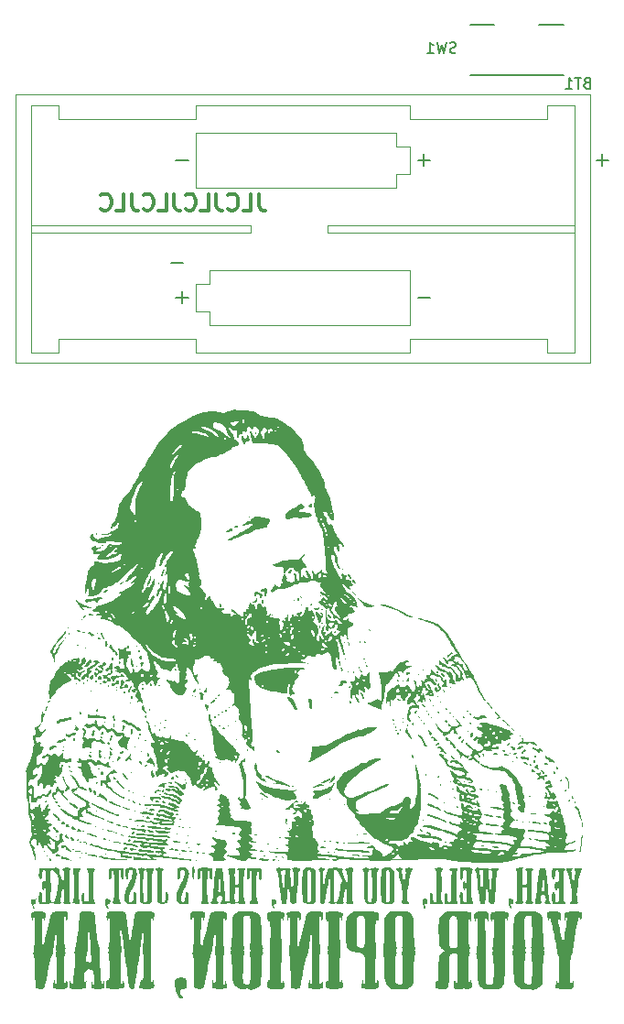
<source format=gbo>
G04 #@! TF.GenerationSoftware,KiCad,Pcbnew,(7.0.0)*
G04 #@! TF.CreationDate,2023-02-19T21:46:30+01:00*
G04 #@! TF.ProjectId,Glitchifier9000,476c6974-6368-4696-9669-657239303030,rev?*
G04 #@! TF.SameCoordinates,Original*
G04 #@! TF.FileFunction,Legend,Bot*
G04 #@! TF.FilePolarity,Positive*
%FSLAX46Y46*%
G04 Gerber Fmt 4.6, Leading zero omitted, Abs format (unit mm)*
G04 Created by KiCad (PCBNEW (7.0.0)) date 2023-02-19 21:46:30*
%MOMM*%
%LPD*%
G01*
G04 APERTURE LIST*
%ADD10C,0.304800*%
%ADD11C,0.150000*%
%ADD12C,0.120000*%
%ADD13R,1.700000X1.700000*%
%ADD14O,1.700000X1.700000*%
%ADD15C,5.000000*%
%ADD16O,2.200000X3.500000*%
%ADD17R,1.500000X2.500000*%
%ADD18O,1.500000X2.500000*%
%ADD19R,2.000000X2.000000*%
%ADD20C,2.000000*%
G04 APERTURE END LIST*
D10*
X131662714Y-63549348D02*
X131662714Y-64637920D01*
X131662714Y-64637920D02*
X131735285Y-64855634D01*
X131735285Y-64855634D02*
X131880428Y-65000777D01*
X131880428Y-65000777D02*
X132098142Y-65073348D01*
X132098142Y-65073348D02*
X132243285Y-65073348D01*
X130211285Y-65073348D02*
X130936999Y-65073348D01*
X130936999Y-65073348D02*
X130936999Y-63549348D01*
X128832428Y-64928205D02*
X128905000Y-65000777D01*
X128905000Y-65000777D02*
X129122714Y-65073348D01*
X129122714Y-65073348D02*
X129267857Y-65073348D01*
X129267857Y-65073348D02*
X129485571Y-65000777D01*
X129485571Y-65000777D02*
X129630714Y-64855634D01*
X129630714Y-64855634D02*
X129703285Y-64710491D01*
X129703285Y-64710491D02*
X129775857Y-64420205D01*
X129775857Y-64420205D02*
X129775857Y-64202491D01*
X129775857Y-64202491D02*
X129703285Y-63912205D01*
X129703285Y-63912205D02*
X129630714Y-63767062D01*
X129630714Y-63767062D02*
X129485571Y-63621920D01*
X129485571Y-63621920D02*
X129267857Y-63549348D01*
X129267857Y-63549348D02*
X129122714Y-63549348D01*
X129122714Y-63549348D02*
X128905000Y-63621920D01*
X128905000Y-63621920D02*
X128832428Y-63694491D01*
X127743857Y-63549348D02*
X127743857Y-64637920D01*
X127743857Y-64637920D02*
X127816428Y-64855634D01*
X127816428Y-64855634D02*
X127961571Y-65000777D01*
X127961571Y-65000777D02*
X128179285Y-65073348D01*
X128179285Y-65073348D02*
X128324428Y-65073348D01*
X126292428Y-65073348D02*
X127018142Y-65073348D01*
X127018142Y-65073348D02*
X127018142Y-63549348D01*
X124913571Y-64928205D02*
X124986143Y-65000777D01*
X124986143Y-65000777D02*
X125203857Y-65073348D01*
X125203857Y-65073348D02*
X125349000Y-65073348D01*
X125349000Y-65073348D02*
X125566714Y-65000777D01*
X125566714Y-65000777D02*
X125711857Y-64855634D01*
X125711857Y-64855634D02*
X125784428Y-64710491D01*
X125784428Y-64710491D02*
X125857000Y-64420205D01*
X125857000Y-64420205D02*
X125857000Y-64202491D01*
X125857000Y-64202491D02*
X125784428Y-63912205D01*
X125784428Y-63912205D02*
X125711857Y-63767062D01*
X125711857Y-63767062D02*
X125566714Y-63621920D01*
X125566714Y-63621920D02*
X125349000Y-63549348D01*
X125349000Y-63549348D02*
X125203857Y-63549348D01*
X125203857Y-63549348D02*
X124986143Y-63621920D01*
X124986143Y-63621920D02*
X124913571Y-63694491D01*
X123825000Y-63549348D02*
X123825000Y-64637920D01*
X123825000Y-64637920D02*
X123897571Y-64855634D01*
X123897571Y-64855634D02*
X124042714Y-65000777D01*
X124042714Y-65000777D02*
X124260428Y-65073348D01*
X124260428Y-65073348D02*
X124405571Y-65073348D01*
X122373571Y-65073348D02*
X123099285Y-65073348D01*
X123099285Y-65073348D02*
X123099285Y-63549348D01*
X120994714Y-64928205D02*
X121067286Y-65000777D01*
X121067286Y-65000777D02*
X121285000Y-65073348D01*
X121285000Y-65073348D02*
X121430143Y-65073348D01*
X121430143Y-65073348D02*
X121647857Y-65000777D01*
X121647857Y-65000777D02*
X121793000Y-64855634D01*
X121793000Y-64855634D02*
X121865571Y-64710491D01*
X121865571Y-64710491D02*
X121938143Y-64420205D01*
X121938143Y-64420205D02*
X121938143Y-64202491D01*
X121938143Y-64202491D02*
X121865571Y-63912205D01*
X121865571Y-63912205D02*
X121793000Y-63767062D01*
X121793000Y-63767062D02*
X121647857Y-63621920D01*
X121647857Y-63621920D02*
X121430143Y-63549348D01*
X121430143Y-63549348D02*
X121285000Y-63549348D01*
X121285000Y-63549348D02*
X121067286Y-63621920D01*
X121067286Y-63621920D02*
X120994714Y-63694491D01*
X119906143Y-63549348D02*
X119906143Y-64637920D01*
X119906143Y-64637920D02*
X119978714Y-64855634D01*
X119978714Y-64855634D02*
X120123857Y-65000777D01*
X120123857Y-65000777D02*
X120341571Y-65073348D01*
X120341571Y-65073348D02*
X120486714Y-65073348D01*
X118454714Y-65073348D02*
X119180428Y-65073348D01*
X119180428Y-65073348D02*
X119180428Y-63549348D01*
X117075857Y-64928205D02*
X117148429Y-65000777D01*
X117148429Y-65000777D02*
X117366143Y-65073348D01*
X117366143Y-65073348D02*
X117511286Y-65073348D01*
X117511286Y-65073348D02*
X117729000Y-65000777D01*
X117729000Y-65000777D02*
X117874143Y-64855634D01*
X117874143Y-64855634D02*
X117946714Y-64710491D01*
X117946714Y-64710491D02*
X118019286Y-64420205D01*
X118019286Y-64420205D02*
X118019286Y-64202491D01*
X118019286Y-64202491D02*
X117946714Y-63912205D01*
X117946714Y-63912205D02*
X117874143Y-63767062D01*
X117874143Y-63767062D02*
X117729000Y-63621920D01*
X117729000Y-63621920D02*
X117511286Y-63549348D01*
X117511286Y-63549348D02*
X117366143Y-63549348D01*
X117366143Y-63549348D02*
X117148429Y-63621920D01*
X117148429Y-63621920D02*
X117075857Y-63694491D01*
D11*
X149923332Y-50484761D02*
X149780475Y-50532380D01*
X149780475Y-50532380D02*
X149542380Y-50532380D01*
X149542380Y-50532380D02*
X149447142Y-50484761D01*
X149447142Y-50484761D02*
X149399523Y-50437142D01*
X149399523Y-50437142D02*
X149351904Y-50341904D01*
X149351904Y-50341904D02*
X149351904Y-50246666D01*
X149351904Y-50246666D02*
X149399523Y-50151428D01*
X149399523Y-50151428D02*
X149447142Y-50103809D01*
X149447142Y-50103809D02*
X149542380Y-50056190D01*
X149542380Y-50056190D02*
X149732856Y-50008571D01*
X149732856Y-50008571D02*
X149828094Y-49960952D01*
X149828094Y-49960952D02*
X149875713Y-49913333D01*
X149875713Y-49913333D02*
X149923332Y-49818095D01*
X149923332Y-49818095D02*
X149923332Y-49722857D01*
X149923332Y-49722857D02*
X149875713Y-49627619D01*
X149875713Y-49627619D02*
X149828094Y-49580000D01*
X149828094Y-49580000D02*
X149732856Y-49532380D01*
X149732856Y-49532380D02*
X149494761Y-49532380D01*
X149494761Y-49532380D02*
X149351904Y-49580000D01*
X149018570Y-49532380D02*
X148780475Y-50532380D01*
X148780475Y-50532380D02*
X148589999Y-49818095D01*
X148589999Y-49818095D02*
X148399523Y-50532380D01*
X148399523Y-50532380D02*
X148161428Y-49532380D01*
X147256666Y-50532380D02*
X147828094Y-50532380D01*
X147542380Y-50532380D02*
X147542380Y-49532380D01*
X147542380Y-49532380D02*
X147637618Y-49675238D01*
X147637618Y-49675238D02*
X147732856Y-49770476D01*
X147732856Y-49770476D02*
X147828094Y-49818095D01*
X162023714Y-53295571D02*
X161880857Y-53343190D01*
X161880857Y-53343190D02*
X161833238Y-53390809D01*
X161833238Y-53390809D02*
X161785619Y-53486047D01*
X161785619Y-53486047D02*
X161785619Y-53628904D01*
X161785619Y-53628904D02*
X161833238Y-53724142D01*
X161833238Y-53724142D02*
X161880857Y-53771761D01*
X161880857Y-53771761D02*
X161976095Y-53819380D01*
X161976095Y-53819380D02*
X162357047Y-53819380D01*
X162357047Y-53819380D02*
X162357047Y-52819380D01*
X162357047Y-52819380D02*
X162023714Y-52819380D01*
X162023714Y-52819380D02*
X161928476Y-52867000D01*
X161928476Y-52867000D02*
X161880857Y-52914619D01*
X161880857Y-52914619D02*
X161833238Y-53009857D01*
X161833238Y-53009857D02*
X161833238Y-53105095D01*
X161833238Y-53105095D02*
X161880857Y-53200333D01*
X161880857Y-53200333D02*
X161928476Y-53247952D01*
X161928476Y-53247952D02*
X162023714Y-53295571D01*
X162023714Y-53295571D02*
X162357047Y-53295571D01*
X161499904Y-52819380D02*
X160928476Y-52819380D01*
X161214190Y-53819380D02*
X161214190Y-52819380D01*
X160071333Y-53819380D02*
X160642761Y-53819380D01*
X160357047Y-53819380D02*
X160357047Y-52819380D01*
X160357047Y-52819380D02*
X160452285Y-52962238D01*
X160452285Y-52962238D02*
X160547523Y-53057476D01*
X160547523Y-53057476D02*
X160642761Y-53105095D01*
X164044428Y-60431642D02*
X162901571Y-60431642D01*
X163472999Y-61003071D02*
X163472999Y-59860214D01*
X125134428Y-73131642D02*
X123991571Y-73131642D01*
X124562999Y-73703071D02*
X124562999Y-72560214D01*
X147534428Y-60431642D02*
X146391571Y-60431642D01*
X146962999Y-61003071D02*
X146962999Y-59860214D01*
X124674428Y-69956642D02*
X123531571Y-69956642D01*
X125134428Y-60431642D02*
X123991571Y-60431642D01*
X147534428Y-73131642D02*
X146391571Y-73131642D01*
X151275000Y-47960000D02*
X153475000Y-47960000D01*
X151275000Y-52560000D02*
X159875000Y-52560000D01*
X157575000Y-47960000D02*
X159875000Y-47960000D01*
G36*
X157851582Y-119358685D02*
G01*
X157821978Y-119388289D01*
X157792374Y-119358685D01*
X157821978Y-119329082D01*
X157851582Y-119358685D01*
G37*
G36*
X155424076Y-120661249D02*
G01*
X155394472Y-120690853D01*
X155364869Y-120661249D01*
X155394472Y-120631646D01*
X155424076Y-120661249D01*
G37*
G36*
X153351815Y-118766611D02*
G01*
X153322211Y-118796214D01*
X153292608Y-118766611D01*
X153322211Y-118737007D01*
X153351815Y-118766611D01*
G37*
G36*
X150036197Y-108938173D02*
G01*
X150006594Y-108967776D01*
X149976990Y-108938173D01*
X150006594Y-108908569D01*
X150036197Y-108938173D01*
G37*
G36*
X144470696Y-111898545D02*
G01*
X144441092Y-111928149D01*
X144411489Y-111898545D01*
X144441092Y-111868942D01*
X144470696Y-111898545D01*
G37*
G36*
X144056244Y-111898545D02*
G01*
X144026640Y-111928149D01*
X143997036Y-111898545D01*
X144026640Y-111868942D01*
X144056244Y-111898545D01*
G37*
G36*
X142043190Y-104142368D02*
G01*
X142013587Y-104171972D01*
X141983983Y-104142368D01*
X142013587Y-104112765D01*
X142043190Y-104142368D01*
G37*
G36*
X138313120Y-110181529D02*
G01*
X138283517Y-110211133D01*
X138253913Y-110181529D01*
X138283517Y-110151925D01*
X138313120Y-110181529D01*
G37*
G36*
X132688412Y-109826284D02*
G01*
X132658808Y-109855888D01*
X132629204Y-109826284D01*
X132658808Y-109796681D01*
X132688412Y-109826284D01*
G37*
G36*
X131681885Y-123917660D02*
G01*
X131652281Y-123947263D01*
X131622677Y-123917660D01*
X131652281Y-123888056D01*
X131681885Y-123917660D01*
G37*
G36*
X128899134Y-123325585D02*
G01*
X128869531Y-123355189D01*
X128839927Y-123325585D01*
X128869531Y-123295981D01*
X128899134Y-123325585D01*
G37*
G36*
X128484682Y-109826284D02*
G01*
X128455078Y-109855888D01*
X128425475Y-109826284D01*
X128455078Y-109796681D01*
X128484682Y-109826284D01*
G37*
G36*
X127951815Y-109530247D02*
G01*
X127922211Y-109559851D01*
X127892608Y-109530247D01*
X127922211Y-109500643D01*
X127951815Y-109530247D01*
G37*
G36*
X127241325Y-109115795D02*
G01*
X127211722Y-109145399D01*
X127182118Y-109115795D01*
X127211722Y-109086191D01*
X127241325Y-109115795D01*
G37*
G36*
X126175591Y-113201110D02*
G01*
X126145987Y-113230713D01*
X126116384Y-113201110D01*
X126145987Y-113171506D01*
X126175591Y-113201110D01*
G37*
G36*
X125820346Y-110003907D02*
G01*
X125790743Y-110033511D01*
X125761139Y-110003907D01*
X125790743Y-109974303D01*
X125820346Y-110003907D01*
G37*
G36*
X125228272Y-123976867D02*
G01*
X125198668Y-124006471D01*
X125169064Y-123976867D01*
X125198668Y-123947263D01*
X125228272Y-123976867D01*
G37*
G36*
X124932235Y-111306471D02*
G01*
X124902631Y-111336075D01*
X124873027Y-111306471D01*
X124902631Y-111276867D01*
X124932235Y-111306471D01*
G37*
G36*
X120373260Y-119891552D02*
G01*
X120343656Y-119921156D01*
X120314053Y-119891552D01*
X120343656Y-119861949D01*
X120373260Y-119891552D01*
G37*
G36*
X118419414Y-104556821D02*
G01*
X118389810Y-104586424D01*
X118360207Y-104556821D01*
X118389810Y-104527217D01*
X118419414Y-104556821D01*
G37*
G36*
X117472095Y-115687823D02*
G01*
X117442491Y-115717427D01*
X117412887Y-115687823D01*
X117442491Y-115658219D01*
X117472095Y-115687823D01*
G37*
G36*
X116228738Y-108938173D02*
G01*
X116199134Y-108967776D01*
X116169531Y-108938173D01*
X116199134Y-108908569D01*
X116228738Y-108938173D01*
G37*
G36*
X115636663Y-105918592D02*
G01*
X115607060Y-105948196D01*
X115577456Y-105918592D01*
X115607060Y-105888988D01*
X115636663Y-105918592D01*
G37*
G36*
X114452514Y-115036541D02*
G01*
X114422911Y-115066145D01*
X114393307Y-115036541D01*
X114422911Y-115006937D01*
X114452514Y-115036541D01*
G37*
G36*
X114334099Y-125161016D02*
G01*
X114304496Y-125190620D01*
X114274892Y-125161016D01*
X114304496Y-125131413D01*
X114334099Y-125161016D01*
G37*
G36*
X112972328Y-122970340D02*
G01*
X112942724Y-122999944D01*
X112913120Y-122970340D01*
X112942724Y-122940737D01*
X112972328Y-122970340D01*
G37*
G36*
X111847386Y-124332112D02*
G01*
X111817782Y-124361716D01*
X111788179Y-124332112D01*
X111817782Y-124302508D01*
X111847386Y-124332112D01*
G37*
G36*
X155226718Y-116033200D02*
G01*
X155235981Y-116051008D01*
X155187246Y-116072671D01*
X155155902Y-116068398D01*
X155147775Y-116033200D01*
X155156452Y-116026114D01*
X155226718Y-116033200D01*
G37*
G36*
X149483594Y-117868631D02*
G01*
X149492857Y-117886440D01*
X149444123Y-117908103D01*
X149412778Y-117903830D01*
X149404651Y-117868631D01*
X149413329Y-117861545D01*
X149483594Y-117868631D01*
G37*
G36*
X149009935Y-116980519D02*
G01*
X149019197Y-116998328D01*
X148970463Y-117019991D01*
X148939119Y-117015718D01*
X148930991Y-116980519D01*
X148939669Y-116973433D01*
X149009935Y-116980519D01*
G37*
G36*
X148950727Y-118342291D02*
G01*
X148959990Y-118360099D01*
X148911256Y-118381762D01*
X148879911Y-118377489D01*
X148871784Y-118342291D01*
X148880462Y-118335205D01*
X148950727Y-118342291D01*
G37*
G36*
X148674426Y-119033044D02*
G01*
X148670153Y-119064389D01*
X148634954Y-119072516D01*
X148627868Y-119063838D01*
X148634954Y-118993573D01*
X148652763Y-118984310D01*
X148674426Y-119033044D01*
G37*
G36*
X148713897Y-111829470D02*
G01*
X148723160Y-111847279D01*
X148674426Y-111868942D01*
X148643081Y-111864669D01*
X148634954Y-111829470D01*
X148643632Y-111822384D01*
X148713897Y-111829470D01*
G37*
G36*
X148536275Y-110526906D02*
G01*
X148545538Y-110544715D01*
X148496803Y-110566378D01*
X148465459Y-110562105D01*
X148457332Y-110526906D01*
X148466010Y-110519820D01*
X148536275Y-110526906D01*
G37*
G36*
X147648163Y-111947885D02*
G01*
X147657426Y-111965694D01*
X147608691Y-111987357D01*
X147577347Y-111983084D01*
X147569220Y-111947885D01*
X147577898Y-111940799D01*
X147648163Y-111947885D01*
G37*
G36*
X146898202Y-107546797D02*
G01*
X146893929Y-107578141D01*
X146858730Y-107586269D01*
X146851644Y-107577591D01*
X146858730Y-107507326D01*
X146876539Y-107498063D01*
X146898202Y-107546797D01*
G37*
G36*
X145043035Y-112362337D02*
G01*
X145052298Y-112380146D01*
X145003563Y-112401809D01*
X144972219Y-112397536D01*
X144964092Y-112362337D01*
X144972769Y-112355251D01*
X145043035Y-112362337D01*
G37*
G36*
X141095871Y-105711366D02*
G01*
X141091598Y-105742710D01*
X141056399Y-105750838D01*
X141049313Y-105742160D01*
X141056399Y-105671894D01*
X141074208Y-105662632D01*
X141095871Y-105711366D01*
G37*
G36*
X140810935Y-122781876D02*
G01*
X140838340Y-122803188D01*
X140775164Y-122817647D01*
X140715112Y-122813461D01*
X140697454Y-122786551D01*
X140718401Y-122774818D01*
X140810935Y-122781876D01*
G37*
G36*
X140681419Y-105592951D02*
G01*
X140677146Y-105624295D01*
X140641947Y-105632423D01*
X140634861Y-105623745D01*
X140641947Y-105553479D01*
X140659756Y-105544217D01*
X140681419Y-105592951D01*
G37*
G36*
X139832778Y-124618281D02*
G01*
X139842041Y-124636090D01*
X139793307Y-124657753D01*
X139761963Y-124653480D01*
X139753835Y-124618281D01*
X139762513Y-124611195D01*
X139832778Y-124618281D01*
G37*
G36*
X139655156Y-105020612D02*
G01*
X139664419Y-105038421D01*
X139615684Y-105060084D01*
X139584340Y-105055811D01*
X139576213Y-105020612D01*
X139584891Y-105013526D01*
X139655156Y-105020612D01*
G37*
G36*
X138501844Y-110111480D02*
G01*
X138529249Y-110132792D01*
X138466073Y-110147251D01*
X138406021Y-110143065D01*
X138388363Y-110116154D01*
X138409310Y-110104422D01*
X138501844Y-110111480D01*
G37*
G36*
X137425008Y-100678732D02*
G01*
X137420736Y-100710076D01*
X137385537Y-100718204D01*
X137378451Y-100709526D01*
X137385537Y-100639260D01*
X137403345Y-100629998D01*
X137425008Y-100678732D01*
G37*
G36*
X136240859Y-106954723D02*
G01*
X136236586Y-106986067D01*
X136201388Y-106994194D01*
X136194302Y-106985516D01*
X136201388Y-106915251D01*
X136219196Y-106905988D01*
X136240859Y-106954723D01*
G37*
G36*
X136102709Y-100816883D02*
G01*
X136111971Y-100834691D01*
X136063237Y-100856354D01*
X136031893Y-100852081D01*
X136023765Y-100816883D01*
X136032443Y-100809797D01*
X136102709Y-100816883D01*
G37*
G36*
X134977767Y-101112920D02*
G01*
X134987030Y-101130729D01*
X134938295Y-101152392D01*
X134906951Y-101148119D01*
X134898824Y-101112920D01*
X134907501Y-101105834D01*
X134977767Y-101112920D01*
G37*
G36*
X133556788Y-125151148D02*
G01*
X133566051Y-125168957D01*
X133517316Y-125190620D01*
X133485972Y-125186347D01*
X133477845Y-125151148D01*
X133486522Y-125144062D01*
X133556788Y-125151148D01*
G37*
G36*
X133142336Y-123670962D02*
G01*
X133151598Y-123688771D01*
X133102864Y-123710434D01*
X133071520Y-123706161D01*
X133063392Y-123670962D01*
X133072070Y-123663876D01*
X133142336Y-123670962D01*
G37*
G36*
X129175436Y-124026207D02*
G01*
X129184699Y-124044015D01*
X129135964Y-124065678D01*
X129104620Y-124061405D01*
X129096493Y-124026207D01*
X129105170Y-124019121D01*
X129175436Y-124026207D01*
G37*
G36*
X126984760Y-113368864D02*
G01*
X126994023Y-113386673D01*
X126945288Y-113408336D01*
X126913944Y-113404063D01*
X126905817Y-113368864D01*
X126914494Y-113361778D01*
X126984760Y-113368864D01*
G37*
G36*
X125326951Y-122131568D02*
G01*
X125336214Y-122149377D01*
X125287479Y-122171040D01*
X125256135Y-122166767D01*
X125248008Y-122131568D01*
X125256686Y-122124482D01*
X125326951Y-122131568D01*
G37*
G36*
X124399367Y-124598545D02*
G01*
X124395095Y-124629890D01*
X124359896Y-124638017D01*
X124352810Y-124629339D01*
X124359896Y-124559074D01*
X124377704Y-124549811D01*
X124399367Y-124598545D01*
G37*
G36*
X123609935Y-113013619D02*
G01*
X123619197Y-113031428D01*
X123570463Y-113053091D01*
X123539119Y-113048818D01*
X123530991Y-113013619D01*
X123539669Y-113006533D01*
X123609935Y-113013619D01*
G37*
G36*
X122563936Y-109500643D02*
G01*
X122559663Y-109531988D01*
X122524465Y-109540115D01*
X122517379Y-109531437D01*
X122524465Y-109461172D01*
X122542273Y-109451909D01*
X122563936Y-109500643D01*
G37*
G36*
X122267899Y-111750527D02*
G01*
X122263626Y-111781871D01*
X122228427Y-111789998D01*
X122221341Y-111781321D01*
X122228427Y-111711055D01*
X122246236Y-111701792D01*
X122267899Y-111750527D01*
G37*
G36*
X122129748Y-112717582D02*
G01*
X122139011Y-112735391D01*
X122090277Y-112757054D01*
X122058932Y-112752781D01*
X122050805Y-112717582D01*
X122059483Y-112710496D01*
X122129748Y-112717582D01*
G37*
G36*
X121656089Y-110408491D02*
G01*
X121665351Y-110426300D01*
X121616617Y-110447963D01*
X121585273Y-110443690D01*
X121577145Y-110408491D01*
X121585823Y-110401405D01*
X121656089Y-110408491D01*
G37*
G36*
X121083750Y-119269874D02*
G01*
X121079477Y-119301218D01*
X121044278Y-119309346D01*
X121037192Y-119300668D01*
X121044278Y-119230403D01*
X121062087Y-119221140D01*
X121083750Y-119269874D01*
G37*
G36*
X119465413Y-119526440D02*
G01*
X119474675Y-119544248D01*
X119425941Y-119565911D01*
X119394597Y-119561639D01*
X119386469Y-119526440D01*
X119395147Y-119519354D01*
X119465413Y-119526440D01*
G37*
G36*
X118577301Y-109165134D02*
G01*
X118586563Y-109182943D01*
X118537829Y-109204606D01*
X118506485Y-109200333D01*
X118498357Y-109165134D01*
X118507035Y-109158048D01*
X118577301Y-109165134D01*
G37*
G36*
X118518093Y-105316650D02*
G01*
X118527356Y-105334458D01*
X118478622Y-105356121D01*
X118447277Y-105351848D01*
X118439150Y-105316650D01*
X118447828Y-105309564D01*
X118518093Y-105316650D01*
G37*
G36*
X118222056Y-116033200D02*
G01*
X118231319Y-116051008D01*
X118182584Y-116072671D01*
X118151240Y-116068398D01*
X118143113Y-116033200D01*
X118151790Y-116026114D01*
X118222056Y-116033200D01*
G37*
G36*
X117294472Y-119921156D02*
G01*
X117290199Y-119952500D01*
X117255001Y-119960628D01*
X117247915Y-119951950D01*
X117255001Y-119881685D01*
X117272809Y-119872422D01*
X117294472Y-119921156D01*
G37*
G36*
X116682662Y-120592174D02*
G01*
X116691925Y-120609983D01*
X116643190Y-120631646D01*
X116611846Y-120627373D01*
X116603719Y-120592174D01*
X116612397Y-120585088D01*
X116682662Y-120592174D01*
G37*
G36*
X116228738Y-105000876D02*
G01*
X116224465Y-105032221D01*
X116189266Y-105040348D01*
X116182180Y-105031670D01*
X116189266Y-104961405D01*
X116207075Y-104952142D01*
X116228738Y-105000876D01*
G37*
G36*
X115163004Y-124953790D02*
G01*
X115158731Y-124985134D01*
X115123532Y-124993262D01*
X115116446Y-124984584D01*
X115123532Y-124914319D01*
X115141341Y-124905056D01*
X115163004Y-124953790D01*
G37*
G36*
X114432778Y-105316650D02*
G01*
X114442041Y-105334458D01*
X114393307Y-105356121D01*
X114361963Y-105351848D01*
X114353835Y-105316650D01*
X114362513Y-105309564D01*
X114432778Y-105316650D01*
G37*
G36*
X113663082Y-114671428D02*
G01*
X113672344Y-114689237D01*
X113623610Y-114710900D01*
X113592266Y-114706627D01*
X113584138Y-114671428D01*
X113592816Y-114664342D01*
X113663082Y-114671428D01*
G37*
G36*
X158085438Y-120126545D02*
G01*
X158107064Y-120146245D01*
X158112299Y-120226444D01*
X158085862Y-120252484D01*
X158011667Y-120223339D01*
X157978746Y-120170010D01*
X158001384Y-120112736D01*
X158085438Y-120126545D01*
G37*
G36*
X151073527Y-113193377D02*
G01*
X151118390Y-113222677D01*
X151130017Y-113292378D01*
X151095039Y-113321374D01*
X151006418Y-113284359D01*
X150953057Y-113223234D01*
X150969277Y-113177030D01*
X151073527Y-113193377D01*
G37*
G36*
X149743514Y-111818822D02*
G01*
X149790220Y-111902237D01*
X149789975Y-111957299D01*
X149731013Y-111974440D01*
X149668302Y-111923825D01*
X149655534Y-111847834D01*
X149710556Y-111806607D01*
X149743514Y-111818822D01*
G37*
G36*
X149677979Y-118527943D02*
G01*
X149699605Y-118547644D01*
X149704839Y-118627842D01*
X149678402Y-118653882D01*
X149604208Y-118624738D01*
X149571286Y-118571408D01*
X149593925Y-118514134D01*
X149677979Y-118527943D01*
G37*
G36*
X149085905Y-111127011D02*
G01*
X149107530Y-111146711D01*
X149112765Y-111226910D01*
X149086328Y-111252950D01*
X149012133Y-111223805D01*
X148979212Y-111170476D01*
X149001850Y-111113202D01*
X149085905Y-111127011D01*
G37*
G36*
X148898607Y-119785571D02*
G01*
X148957546Y-119852801D01*
X148957959Y-119897370D01*
X148885343Y-119912009D01*
X148835577Y-119893334D01*
X148789713Y-119832345D01*
X148823650Y-119779940D01*
X148898607Y-119785571D01*
G37*
G36*
X147895848Y-110865375D02*
G01*
X147898992Y-110894118D01*
X147848482Y-110912741D01*
X147823543Y-110901519D01*
X147781873Y-110846133D01*
X147790647Y-110818369D01*
X147843987Y-110804003D01*
X147895848Y-110865375D01*
G37*
G36*
X147179860Y-111242973D02*
G01*
X147252259Y-111305040D01*
X147288057Y-111361453D01*
X147264191Y-111395282D01*
X147208748Y-111375984D01*
X147149003Y-111307631D01*
X147150270Y-111241893D01*
X147179860Y-111242973D01*
G37*
G36*
X145039096Y-108509913D02*
G01*
X145049981Y-108533314D01*
X145028256Y-108620478D01*
X144989562Y-108665285D01*
X144956952Y-108620717D01*
X144949695Y-108565655D01*
X144980565Y-108500190D01*
X145039096Y-108509913D01*
G37*
G36*
X144600647Y-113361312D02*
G01*
X144648318Y-113442873D01*
X144638406Y-113487414D01*
X144578010Y-113513182D01*
X144500074Y-113454655D01*
X144489735Y-113383641D01*
X144554573Y-113349128D01*
X144600647Y-113361312D01*
G37*
G36*
X144371932Y-112803518D02*
G01*
X144379356Y-112879560D01*
X144363853Y-112902272D01*
X144312586Y-112927915D01*
X144293074Y-112842371D01*
X144301758Y-112800118D01*
X144353247Y-112787254D01*
X144371932Y-112803518D01*
G37*
G36*
X144161366Y-112134898D02*
G01*
X144220298Y-112213085D01*
X144219042Y-112248968D01*
X144149989Y-112283394D01*
X144103915Y-112271210D01*
X144056244Y-112189649D01*
X144090420Y-112124957D01*
X144161366Y-112134898D01*
G37*
G36*
X140114126Y-109041808D02*
G01*
X140148552Y-109110861D01*
X140136367Y-109156935D01*
X140054806Y-109204606D01*
X139990114Y-109170430D01*
X140000055Y-109099484D01*
X140078243Y-109040552D01*
X140114126Y-109041808D01*
G37*
G36*
X139971441Y-107663849D02*
G01*
X140021256Y-107727380D01*
X140024400Y-107756123D01*
X139973890Y-107774746D01*
X139941921Y-107758616D01*
X139908552Y-107699397D01*
X139954647Y-107660772D01*
X139971441Y-107663849D01*
G37*
G36*
X138300472Y-123338018D02*
G01*
X138359411Y-123405249D01*
X138359824Y-123449817D01*
X138287208Y-123464456D01*
X138237442Y-123445781D01*
X138191578Y-123384793D01*
X138225515Y-123332387D01*
X138300472Y-123338018D01*
G37*
G36*
X137589982Y-101904918D02*
G01*
X137648921Y-101972149D01*
X137649334Y-102016717D01*
X137576719Y-102031356D01*
X137526953Y-102012681D01*
X137481089Y-101951692D01*
X137515025Y-101899287D01*
X137589982Y-101904918D01*
G37*
G36*
X134583050Y-122197149D02*
G01*
X134581892Y-122227042D01*
X134553924Y-122286838D01*
X134496768Y-122234338D01*
X134488722Y-122212990D01*
X134522877Y-122142033D01*
X134553920Y-122136168D01*
X134583050Y-122197149D01*
G37*
G36*
X133919120Y-124818205D02*
G01*
X133978059Y-124885435D01*
X133978472Y-124930004D01*
X133905856Y-124944643D01*
X133856090Y-124925968D01*
X133810226Y-124864979D01*
X133844163Y-124812574D01*
X133919120Y-124818205D01*
G37*
G36*
X128089880Y-116059928D02*
G01*
X128097305Y-116135970D01*
X128081802Y-116158682D01*
X128030535Y-116184326D01*
X128011022Y-116098781D01*
X128019706Y-116056528D01*
X128071196Y-116043665D01*
X128089880Y-116059928D01*
G37*
G36*
X126609694Y-115408646D02*
G01*
X126617119Y-115484688D01*
X126601615Y-115507400D01*
X126550348Y-115533044D01*
X126530836Y-115447499D01*
X126539520Y-115405246D01*
X126591009Y-115392382D01*
X126609694Y-115408646D01*
G37*
G36*
X124472078Y-121321245D02*
G01*
X124517782Y-121399294D01*
X124491994Y-121423272D01*
X124395455Y-121417475D01*
X124324671Y-121385174D01*
X124331088Y-121327524D01*
X124379474Y-121302067D01*
X124472078Y-121321245D01*
G37*
G36*
X124033662Y-107514066D02*
G01*
X124030235Y-107563517D01*
X123955311Y-107606005D01*
X123900864Y-107590443D01*
X123877772Y-107502392D01*
X123914795Y-107427380D01*
X123982427Y-107423122D01*
X124033662Y-107514066D01*
G37*
G36*
X121008979Y-108880318D02*
G01*
X120993466Y-108970158D01*
X120956148Y-109006096D01*
X120900624Y-108959296D01*
X120882754Y-108916163D01*
X120911725Y-108857996D01*
X120940065Y-108851133D01*
X121008979Y-108880318D01*
G37*
G36*
X120586415Y-113779377D02*
G01*
X120597301Y-113802778D01*
X120575575Y-113889942D01*
X120536881Y-113934749D01*
X120504271Y-113890181D01*
X120497015Y-113835118D01*
X120527884Y-113769654D01*
X120586415Y-113779377D01*
G37*
G36*
X120444004Y-105309098D02*
G01*
X120491675Y-105390659D01*
X120457499Y-105455351D01*
X120386553Y-105445410D01*
X120327621Y-105367223D01*
X120328877Y-105331339D01*
X120397930Y-105296914D01*
X120444004Y-105309098D01*
G37*
G36*
X117220886Y-122196353D02*
G01*
X117293285Y-122258420D01*
X117329083Y-122314833D01*
X117305216Y-122348662D01*
X117249773Y-122329364D01*
X117190028Y-122261011D01*
X117191295Y-122195273D01*
X117220886Y-122196353D01*
G37*
G36*
X116169531Y-109467545D02*
G01*
X116168373Y-109497439D01*
X116140404Y-109557234D01*
X116083248Y-109504735D01*
X116075202Y-109483386D01*
X116109357Y-109412429D01*
X116140400Y-109406565D01*
X116169531Y-109467545D01*
G37*
G36*
X115316676Y-102860260D02*
G01*
X115308810Y-102872312D01*
X115250310Y-102926841D01*
X115222211Y-102902506D01*
X115227504Y-102889189D01*
X115290567Y-102834150D01*
X115323655Y-102819745D01*
X115316676Y-102860260D01*
G37*
G36*
X115385877Y-124452310D02*
G01*
X115372068Y-124536365D01*
X115352367Y-124557990D01*
X115272169Y-124563225D01*
X115246128Y-124536788D01*
X115275273Y-124462593D01*
X115328603Y-124429672D01*
X115385877Y-124452310D01*
G37*
G36*
X114827409Y-108777411D02*
G01*
X114834834Y-108853452D01*
X114819331Y-108876164D01*
X114768064Y-108901808D01*
X114748552Y-108816263D01*
X114757235Y-108774011D01*
X114808725Y-108761147D01*
X114827409Y-108777411D01*
G37*
G36*
X113812769Y-104539401D02*
G01*
X113860440Y-104620962D01*
X113826264Y-104685654D01*
X113755318Y-104675713D01*
X113696386Y-104597526D01*
X113697641Y-104561642D01*
X113766695Y-104527217D01*
X113812769Y-104539401D01*
G37*
G36*
X113635146Y-114959914D02*
G01*
X113682817Y-115041475D01*
X113648642Y-115106167D01*
X113577695Y-115096226D01*
X113518763Y-115018038D01*
X113520019Y-114982155D01*
X113589072Y-114947730D01*
X113635146Y-114959914D01*
G37*
G36*
X112130131Y-124686879D02*
G01*
X112189062Y-124765066D01*
X112187807Y-124800950D01*
X112118754Y-124835375D01*
X112072680Y-124823191D01*
X112025008Y-124741630D01*
X112059184Y-124676938D01*
X112130131Y-124686879D01*
G37*
G36*
X112011716Y-119654245D02*
G01*
X112070648Y-119732432D01*
X112069392Y-119768316D01*
X112000339Y-119802741D01*
X111954265Y-119790557D01*
X111906594Y-119708996D01*
X111940769Y-119644304D01*
X112011716Y-119654245D01*
G37*
G36*
X160502283Y-119588820D02*
G01*
X160486314Y-119684326D01*
X160481834Y-119691165D01*
X160395675Y-119741442D01*
X160312838Y-119691035D01*
X160308473Y-119651984D01*
X160363280Y-119569745D01*
X160444379Y-119541436D01*
X160502283Y-119588820D01*
G37*
G36*
X160097292Y-118620578D02*
G01*
X160158915Y-118670083D01*
X160121201Y-118756743D01*
X160101000Y-118774249D01*
X160019116Y-118788948D01*
X159983050Y-118707403D01*
X159993366Y-118665986D01*
X160071862Y-118618592D01*
X160097292Y-118620578D01*
G37*
G36*
X159682839Y-117732466D02*
G01*
X159744463Y-117781971D01*
X159706749Y-117868631D01*
X159686548Y-117886137D01*
X159604664Y-117900836D01*
X159568598Y-117819291D01*
X159578914Y-117777874D01*
X159657409Y-117730480D01*
X159682839Y-117732466D01*
G37*
G36*
X158562071Y-120598548D02*
G01*
X158554825Y-120642661D01*
X158502864Y-120690853D01*
X158488817Y-120689258D01*
X158443656Y-120635140D01*
X158445915Y-120618529D01*
X158502864Y-120542835D01*
X158533368Y-120537265D01*
X158562071Y-120598548D01*
G37*
G36*
X157293730Y-115484430D02*
G01*
X157333148Y-115529666D01*
X157344172Y-115605720D01*
X157339889Y-115612220D01*
X157255118Y-115655887D01*
X157170696Y-115599012D01*
X157152107Y-115512487D01*
X157203731Y-115457868D01*
X157293730Y-115484430D01*
G37*
G36*
X156875852Y-116280960D02*
G01*
X156950581Y-116359561D01*
X156949718Y-116405926D01*
X156871582Y-116418769D01*
X156814258Y-116397250D01*
X156739530Y-116318649D01*
X156740392Y-116272283D01*
X156818528Y-116259441D01*
X156875852Y-116280960D01*
G37*
G36*
X156740792Y-121580686D02*
G01*
X156785848Y-121638173D01*
X156784127Y-121652325D01*
X156726640Y-121697380D01*
X156712488Y-121695659D01*
X156667433Y-121638173D01*
X156669153Y-121624020D01*
X156726640Y-121578965D01*
X156740792Y-121580686D01*
G37*
G36*
X156159475Y-121524406D02*
G01*
X156164169Y-121578965D01*
X156152017Y-121596684D01*
X156101468Y-121638173D01*
X156095559Y-121636633D01*
X156075358Y-121578965D01*
X156077768Y-121562737D01*
X156138060Y-121519758D01*
X156159475Y-121524406D01*
G37*
G36*
X155852220Y-113588233D02*
G01*
X155897736Y-113645166D01*
X155897057Y-113658565D01*
X155871626Y-113704373D01*
X155862129Y-113701648D01*
X155808925Y-113645166D01*
X155799673Y-113622231D01*
X155835034Y-113585958D01*
X155852220Y-113588233D01*
G37*
G36*
X155670524Y-121412445D02*
G01*
X155720113Y-121460550D01*
X155697909Y-121494963D01*
X155601698Y-121519758D01*
X155532873Y-121508655D01*
X155483284Y-121460550D01*
X155505488Y-121426137D01*
X155601698Y-121401343D01*
X155670524Y-121412445D01*
G37*
G36*
X155537606Y-115258629D02*
G01*
X155470702Y-115351080D01*
X155438782Y-115377604D01*
X155334035Y-115399002D01*
X155262481Y-115321451D01*
X155287714Y-115271617D01*
X155391997Y-115229749D01*
X155499372Y-115220575D01*
X155537606Y-115258629D01*
G37*
G36*
X154964108Y-115186835D02*
G01*
X155009624Y-115243767D01*
X155008945Y-115257166D01*
X154983514Y-115302974D01*
X154974017Y-115300250D01*
X154920813Y-115243767D01*
X154911561Y-115220832D01*
X154946922Y-115184559D01*
X154964108Y-115186835D01*
G37*
G36*
X153624252Y-118739732D02*
G01*
X153677456Y-118796214D01*
X153686707Y-118819149D01*
X153651347Y-118855422D01*
X153634161Y-118853147D01*
X153588645Y-118796214D01*
X153589324Y-118782815D01*
X153614754Y-118737007D01*
X153624252Y-118739732D01*
G37*
G36*
X152948615Y-118625272D02*
G01*
X152996570Y-118677800D01*
X152986551Y-118705037D01*
X152907759Y-118737007D01*
X152866903Y-118730327D01*
X152818948Y-118677800D01*
X152828968Y-118650562D01*
X152907759Y-118618592D01*
X152948615Y-118625272D01*
G37*
G36*
X152473321Y-123780743D02*
G01*
X152522911Y-123828849D01*
X152500706Y-123863261D01*
X152404496Y-123888056D01*
X152335670Y-123876954D01*
X152286081Y-123828849D01*
X152308285Y-123794436D01*
X152404496Y-123769641D01*
X152473321Y-123780743D01*
G37*
G36*
X152331486Y-118531672D02*
G01*
X152318119Y-118614653D01*
X152311137Y-118625120D01*
X152222986Y-118675329D01*
X152137804Y-118618174D01*
X152132926Y-118580643D01*
X152196070Y-118522048D01*
X152258407Y-118506426D01*
X152331486Y-118531672D01*
G37*
G36*
X151764466Y-120223873D02*
G01*
X151812421Y-120276401D01*
X151802401Y-120303638D01*
X151723610Y-120335608D01*
X151682754Y-120328929D01*
X151634799Y-120276401D01*
X151644818Y-120249164D01*
X151723610Y-120217194D01*
X151764466Y-120223873D01*
G37*
G36*
X151305544Y-112463380D02*
G01*
X151338761Y-112566009D01*
X151337111Y-112610226D01*
X151313478Y-112630407D01*
X151238673Y-112563925D01*
X151183009Y-112490839D01*
X151175526Y-112426894D01*
X151233471Y-112410132D01*
X151305544Y-112463380D01*
G37*
G36*
X150994531Y-111284113D02*
G01*
X151042724Y-111336075D01*
X151041129Y-111350122D01*
X150987011Y-111395282D01*
X150970400Y-111393024D01*
X150894705Y-111336075D01*
X150889136Y-111305570D01*
X150950419Y-111276867D01*
X150994531Y-111284113D01*
G37*
G36*
X150700596Y-117851154D02*
G01*
X150776291Y-117908103D01*
X150781860Y-117938607D01*
X150720577Y-117967310D01*
X150676464Y-117960064D01*
X150628272Y-117908103D01*
X150629867Y-117894055D01*
X150683985Y-117848895D01*
X150700596Y-117851154D01*
G37*
G36*
X150346387Y-111515418D02*
G01*
X150391442Y-111572904D01*
X150389722Y-111587057D01*
X150332235Y-111632112D01*
X150318083Y-111630391D01*
X150273027Y-111572904D01*
X150274748Y-111558752D01*
X150332235Y-111513697D01*
X150346387Y-111515418D01*
G37*
G36*
X149831719Y-119294860D02*
G01*
X149906681Y-119384589D01*
X149909924Y-119420233D01*
X149854874Y-119436395D01*
X149826223Y-119422511D01*
X149751261Y-119332782D01*
X149748018Y-119297138D01*
X149803068Y-119280976D01*
X149831719Y-119294860D01*
G37*
G36*
X149398607Y-109088466D02*
G01*
X149444123Y-109145399D01*
X149443444Y-109158798D01*
X149418013Y-109204606D01*
X149408516Y-109201882D01*
X149355311Y-109145399D01*
X149346060Y-109122464D01*
X149381421Y-109086191D01*
X149398607Y-109088466D01*
G37*
G36*
X149395930Y-111461736D02*
G01*
X149444123Y-111513697D01*
X149442528Y-111527744D01*
X149388409Y-111572904D01*
X149371798Y-111570646D01*
X149296104Y-111513697D01*
X149290534Y-111483193D01*
X149351817Y-111454490D01*
X149395930Y-111461736D01*
G37*
G36*
X149172995Y-119096901D02*
G01*
X149177689Y-119151459D01*
X149165537Y-119169178D01*
X149114987Y-119210667D01*
X149109079Y-119209127D01*
X149088878Y-119151459D01*
X149091287Y-119135231D01*
X149151580Y-119092252D01*
X149172995Y-119096901D01*
G37*
G36*
X148984615Y-123416117D02*
G01*
X149029670Y-123473604D01*
X149027950Y-123487756D01*
X148970463Y-123532811D01*
X148956311Y-123531091D01*
X148911256Y-123473604D01*
X148912976Y-123459452D01*
X148970463Y-123414396D01*
X148984615Y-123416117D01*
G37*
G36*
X148330196Y-117382482D02*
G01*
X148378388Y-117434443D01*
X148376794Y-117448490D01*
X148322675Y-117493650D01*
X148306064Y-117491392D01*
X148230370Y-117434443D01*
X148224800Y-117403939D01*
X148286083Y-117375235D01*
X148330196Y-117382482D01*
G37*
G36*
X148284630Y-111431180D02*
G01*
X148330948Y-111456551D01*
X148378388Y-111524965D01*
X148378238Y-111529356D01*
X148339932Y-111563888D01*
X148268556Y-111536559D01*
X148214321Y-111465551D01*
X148215221Y-111429574D01*
X148284630Y-111431180D01*
G37*
G36*
X148274126Y-109916816D02*
G01*
X148319181Y-109974303D01*
X148317460Y-109988455D01*
X148259974Y-110033511D01*
X148245821Y-110031790D01*
X148200766Y-109974303D01*
X148202487Y-109960151D01*
X148259974Y-109915096D01*
X148274126Y-109916816D01*
G37*
G36*
X148230064Y-107671325D02*
G01*
X148290074Y-107731167D01*
X148278100Y-107804973D01*
X148259665Y-107821048D01*
X148177920Y-107835679D01*
X148141559Y-107754023D01*
X148147827Y-107713220D01*
X148197272Y-107665212D01*
X148230064Y-107671325D01*
G37*
G36*
X147393879Y-111585226D02*
G01*
X147454379Y-111666663D01*
X147464587Y-111718474D01*
X147420008Y-111736972D01*
X147414899Y-111735137D01*
X147345977Y-111678480D01*
X147321814Y-111607667D01*
X147360593Y-111572904D01*
X147393879Y-111585226D01*
G37*
G36*
X147149184Y-117199334D02*
G01*
X147194239Y-117256821D01*
X147192519Y-117270973D01*
X147135032Y-117316028D01*
X147120880Y-117314307D01*
X147075824Y-117256821D01*
X147077545Y-117242668D01*
X147135032Y-117197613D01*
X147149184Y-117199334D01*
G37*
G36*
X147089976Y-106601198D02*
G01*
X147135032Y-106658685D01*
X147133311Y-106672837D01*
X147075824Y-106717893D01*
X147061672Y-106716172D01*
X147016617Y-106658685D01*
X147018337Y-106644533D01*
X147075824Y-106599478D01*
X147089976Y-106601198D01*
G37*
G36*
X146985705Y-112472313D02*
G01*
X147016617Y-112553322D01*
X147008097Y-112595613D01*
X146957409Y-112609035D01*
X146941240Y-112596916D01*
X146898202Y-112516730D01*
X146899897Y-112503511D01*
X146957409Y-112461016D01*
X146985705Y-112472313D01*
G37*
G36*
X146734271Y-112167254D02*
G01*
X146779787Y-112224187D01*
X146779108Y-112237586D01*
X146753678Y-112283394D01*
X146744180Y-112280669D01*
X146690976Y-112224187D01*
X146681724Y-112201252D01*
X146717085Y-112164979D01*
X146734271Y-112167254D01*
G37*
G36*
X146426951Y-111781592D02*
G01*
X146513353Y-111868942D01*
X146569197Y-111951535D01*
X146554217Y-111987357D01*
X146500796Y-111962822D01*
X146424542Y-111868942D01*
X146389653Y-111794272D01*
X146383679Y-111750527D01*
X146426951Y-111781592D01*
G37*
G36*
X146494765Y-107968496D02*
G01*
X146542957Y-108020457D01*
X146541363Y-108034504D01*
X146487244Y-108079664D01*
X146470633Y-108077406D01*
X146394939Y-108020457D01*
X146389369Y-107989953D01*
X146450652Y-107961249D01*
X146494765Y-107968496D01*
G37*
G36*
X145964238Y-112469952D02*
G01*
X146000270Y-112571224D01*
X145998122Y-112666205D01*
X145941063Y-112684705D01*
X145929774Y-112679985D01*
X145872714Y-112605631D01*
X145868157Y-112506922D01*
X145921279Y-112446214D01*
X145964238Y-112469952D01*
G37*
G36*
X145453622Y-112641363D02*
G01*
X145506827Y-112697846D01*
X145516078Y-112720781D01*
X145480717Y-112757054D01*
X145463531Y-112754778D01*
X145418015Y-112697846D01*
X145418694Y-112684447D01*
X145444125Y-112638639D01*
X145453622Y-112641363D01*
G37*
G36*
X145017715Y-111989077D02*
G01*
X145062771Y-112046564D01*
X145061050Y-112060716D01*
X145003563Y-112105772D01*
X144989411Y-112104051D01*
X144944356Y-112046564D01*
X144946076Y-112032412D01*
X145003563Y-111987357D01*
X145017715Y-111989077D01*
G37*
G36*
X144780885Y-113054811D02*
G01*
X144825941Y-113112298D01*
X144824220Y-113126450D01*
X144766733Y-113171506D01*
X144752581Y-113169785D01*
X144707526Y-113112298D01*
X144709246Y-113098146D01*
X144766733Y-113053091D01*
X144780885Y-113054811D01*
G37*
G36*
X144422741Y-113059771D02*
G01*
X144470696Y-113112298D01*
X144460676Y-113139536D01*
X144381885Y-113171506D01*
X144341029Y-113164826D01*
X144293074Y-113112298D01*
X144303093Y-113085061D01*
X144381885Y-113053091D01*
X144422741Y-113059771D01*
G37*
G36*
X144254436Y-112507079D02*
G01*
X144260345Y-112584488D01*
X144247011Y-112600001D01*
X144169602Y-112605910D01*
X144154089Y-112592576D01*
X144148180Y-112515167D01*
X144161514Y-112499654D01*
X144238923Y-112493745D01*
X144254436Y-112507079D01*
G37*
G36*
X141949243Y-103810231D02*
G01*
X141983983Y-103912527D01*
X141976002Y-103951988D01*
X141924775Y-103964746D01*
X141900308Y-103941638D01*
X141865568Y-103839343D01*
X141873548Y-103799882D01*
X141924775Y-103787124D01*
X141949243Y-103810231D01*
G37*
G36*
X141639116Y-107134555D02*
G01*
X141717549Y-107191552D01*
X141727034Y-107214280D01*
X141694934Y-107250760D01*
X141677567Y-107248549D01*
X141599134Y-107191552D01*
X141589649Y-107168825D01*
X141621750Y-107132345D01*
X141639116Y-107134555D01*
G37*
G36*
X141524015Y-106838583D02*
G01*
X141569531Y-106895515D01*
X141568852Y-106908914D01*
X141543421Y-106954723D01*
X141533924Y-106951998D01*
X141480719Y-106895515D01*
X141471468Y-106872580D01*
X141506829Y-106836308D01*
X141524015Y-106838583D01*
G37*
G36*
X141523088Y-104892755D02*
G01*
X141569531Y-104971273D01*
X141563594Y-105012035D01*
X141516658Y-105060084D01*
X141487821Y-105049621D01*
X141429705Y-104971273D01*
X141422846Y-104921691D01*
X141482578Y-104882462D01*
X141523088Y-104892755D01*
G37*
G36*
X141405025Y-106483321D02*
G01*
X141480719Y-106540270D01*
X141486289Y-106570775D01*
X141425006Y-106599478D01*
X141380893Y-106592232D01*
X141332701Y-106540270D01*
X141334295Y-106526223D01*
X141388414Y-106481063D01*
X141405025Y-106483321D01*
G37*
G36*
X141063901Y-104892481D02*
G01*
X141095871Y-104971273D01*
X141089191Y-105012128D01*
X141036663Y-105060084D01*
X141009426Y-105050064D01*
X140977456Y-104971273D01*
X140984136Y-104930417D01*
X141036663Y-104882462D01*
X141063901Y-104892481D01*
G37*
G36*
X140471826Y-107734439D02*
G01*
X140503796Y-107813231D01*
X140497117Y-107854086D01*
X140444589Y-107902042D01*
X140417352Y-107892022D01*
X140385381Y-107813231D01*
X140392061Y-107772375D01*
X140444589Y-107724420D01*
X140471826Y-107734439D01*
G37*
G36*
X139703187Y-106492360D02*
G01*
X139734099Y-106573368D01*
X139725579Y-106615659D01*
X139674892Y-106629082D01*
X139658722Y-106616963D01*
X139615684Y-106536776D01*
X139617379Y-106523558D01*
X139674892Y-106481063D01*
X139703187Y-106492360D01*
G37*
G36*
X139592084Y-119923881D02*
G01*
X139645288Y-119980364D01*
X139654540Y-120003298D01*
X139619179Y-120039571D01*
X139601993Y-120037296D01*
X139556477Y-119980364D01*
X139557156Y-119966965D01*
X139582586Y-119921156D01*
X139592084Y-119923881D01*
G37*
G36*
X139627190Y-123538914D02*
G01*
X139674892Y-123592019D01*
X139651074Y-123627070D01*
X139552983Y-123651226D01*
X139485794Y-123638620D01*
X139467666Y-123592019D01*
X139488771Y-123568895D01*
X139589575Y-123532811D01*
X139627190Y-123538914D01*
G37*
G36*
X139452214Y-98193739D02*
G01*
X139497270Y-98251226D01*
X139495549Y-98265378D01*
X139438062Y-98310434D01*
X139423910Y-98308713D01*
X139378855Y-98251226D01*
X139380575Y-98237074D01*
X139438062Y-98192019D01*
X139452214Y-98193739D01*
G37*
G36*
X138984833Y-123428185D02*
G01*
X139057253Y-123483640D01*
X139039689Y-123556203D01*
X138983890Y-123582264D01*
X138874839Y-123563348D01*
X138801554Y-123488406D01*
X138809158Y-123443443D01*
X138896767Y-123414396D01*
X138984833Y-123428185D01*
G37*
G36*
X138811026Y-103987368D02*
G01*
X138813855Y-104057648D01*
X138804836Y-104069959D01*
X138724078Y-104112765D01*
X138707484Y-104110707D01*
X138669572Y-104057753D01*
X138706227Y-103976224D01*
X138748433Y-103956776D01*
X138811026Y-103987368D01*
G37*
G36*
X138682517Y-124363436D02*
G01*
X138727573Y-124420923D01*
X138725852Y-124435075D01*
X138668365Y-124480131D01*
X138654213Y-124478410D01*
X138609158Y-124420923D01*
X138610878Y-124406771D01*
X138668365Y-124361716D01*
X138682517Y-124363436D01*
G37*
G36*
X138208397Y-119449772D02*
G01*
X138253913Y-119506704D01*
X138253234Y-119520103D01*
X138227803Y-119565911D01*
X138218306Y-119563187D01*
X138165102Y-119506704D01*
X138155850Y-119483769D01*
X138191211Y-119447497D01*
X138208397Y-119449772D01*
G37*
G36*
X138149650Y-124363436D02*
G01*
X138194705Y-124420923D01*
X138192985Y-124435075D01*
X138135498Y-124480131D01*
X138121346Y-124478410D01*
X138076291Y-124420923D01*
X138078011Y-124406771D01*
X138135498Y-124361716D01*
X138149650Y-124363436D01*
G37*
G36*
X137839461Y-123357047D02*
G01*
X137829456Y-123383411D01*
X137750649Y-123414396D01*
X137710186Y-123411824D01*
X137661838Y-123391127D01*
X137672746Y-123375802D01*
X137750649Y-123333778D01*
X137796061Y-123324470D01*
X137839461Y-123357047D01*
G37*
G36*
X137557575Y-103167166D02*
G01*
X137602631Y-103224653D01*
X137600910Y-103238805D01*
X137543423Y-103283860D01*
X137529271Y-103282140D01*
X137484216Y-103224653D01*
X137485936Y-103210501D01*
X137543423Y-103165445D01*
X137557575Y-103167166D01*
G37*
G36*
X136631956Y-101472353D02*
G01*
X136630494Y-101559099D01*
X136559017Y-101592680D01*
X136465037Y-101569526D01*
X136418482Y-101504796D01*
X136422151Y-101486131D01*
X136482848Y-101415637D01*
X136564810Y-101410393D01*
X136631956Y-101472353D01*
G37*
G36*
X135662937Y-101450149D02*
G01*
X135707992Y-101507636D01*
X135706272Y-101521788D01*
X135648785Y-101566844D01*
X135634633Y-101565123D01*
X135589577Y-101507636D01*
X135591298Y-101493484D01*
X135648785Y-101448429D01*
X135662937Y-101450149D01*
G37*
G36*
X135603269Y-119686602D02*
G01*
X135648785Y-119743534D01*
X135648106Y-119756933D01*
X135622675Y-119802741D01*
X135613178Y-119800017D01*
X135559974Y-119743534D01*
X135550722Y-119720599D01*
X135586083Y-119684326D01*
X135603269Y-119686602D01*
G37*
G36*
X135378090Y-100935444D02*
G01*
X135412333Y-101018093D01*
X135372483Y-101112920D01*
X135337680Y-101140480D01*
X135263963Y-101137123D01*
X135234332Y-101033977D01*
X135250816Y-100964923D01*
X135323144Y-100915562D01*
X135378090Y-100935444D01*
G37*
G36*
X134890340Y-118270027D02*
G01*
X134938295Y-118322555D01*
X134928275Y-118349792D01*
X134849484Y-118381762D01*
X134808628Y-118375082D01*
X134760673Y-118322555D01*
X134770693Y-118295318D01*
X134849484Y-118263347D01*
X134890340Y-118270027D01*
G37*
G36*
X133652444Y-123001639D02*
G01*
X133694939Y-123059152D01*
X133683642Y-123087447D01*
X133602633Y-123118359D01*
X133560342Y-123109839D01*
X133546920Y-123059152D01*
X133559039Y-123042982D01*
X133639225Y-122999944D01*
X133652444Y-123001639D01*
G37*
G36*
X133410153Y-124013151D02*
G01*
X133458109Y-124065678D01*
X133448089Y-124092915D01*
X133369298Y-124124886D01*
X133328442Y-124118206D01*
X133280486Y-124065678D01*
X133290506Y-124038441D01*
X133369298Y-124006471D01*
X133410153Y-124013151D01*
G37*
G36*
X133350946Y-124782848D02*
G01*
X133398901Y-124835375D01*
X133388882Y-124862612D01*
X133310090Y-124894583D01*
X133269234Y-124887903D01*
X133221279Y-124835375D01*
X133231299Y-124808138D01*
X133310090Y-124776168D01*
X133350946Y-124782848D01*
G37*
G36*
X133116556Y-118028793D02*
G01*
X133162071Y-118085725D01*
X133161393Y-118099124D01*
X133135962Y-118144932D01*
X133126464Y-118142208D01*
X133073260Y-118085725D01*
X133064009Y-118062790D01*
X133099370Y-118026518D01*
X133116556Y-118028793D01*
G37*
G36*
X133171846Y-125082831D02*
G01*
X133221279Y-125131413D01*
X133182696Y-125170779D01*
X133069766Y-125190620D01*
X132975807Y-125175316D01*
X132954845Y-125131413D01*
X132993014Y-125099393D01*
X133106358Y-125072205D01*
X133171846Y-125082831D01*
G37*
G36*
X132938933Y-102457231D02*
G01*
X132984449Y-102514163D01*
X132983770Y-102527562D01*
X132958340Y-102573371D01*
X132948842Y-102570646D01*
X132895638Y-102514163D01*
X132886387Y-102491228D01*
X132921747Y-102454956D01*
X132938933Y-102457231D01*
G37*
G36*
X132581012Y-123599265D02*
G01*
X132629204Y-123651226D01*
X132627610Y-123665274D01*
X132573491Y-123710434D01*
X132556880Y-123708175D01*
X132481186Y-123651226D01*
X132475616Y-123620722D01*
X132536899Y-123592019D01*
X132581012Y-123599265D01*
G37*
G36*
X132226004Y-124664433D02*
G01*
X132273960Y-124716960D01*
X132263940Y-124744198D01*
X132185148Y-124776168D01*
X132144293Y-124769488D01*
X132096337Y-124716960D01*
X132106357Y-124689723D01*
X132185148Y-124657753D01*
X132226004Y-124664433D01*
G37*
G36*
X131954322Y-119450221D02*
G01*
X132007526Y-119506704D01*
X132016777Y-119529639D01*
X131981416Y-119565911D01*
X131964231Y-119563636D01*
X131918715Y-119506704D01*
X131919394Y-119493305D01*
X131944824Y-119447497D01*
X131954322Y-119450221D01*
G37*
G36*
X131445055Y-85666147D02*
G01*
X131437809Y-85710260D01*
X131385848Y-85758452D01*
X131371800Y-85756858D01*
X131326640Y-85702739D01*
X131328899Y-85686128D01*
X131385848Y-85610434D01*
X131416352Y-85604864D01*
X131445055Y-85666147D01*
G37*
G36*
X131512905Y-122778418D02*
G01*
X131533866Y-122822322D01*
X131495697Y-122854342D01*
X131382353Y-122881529D01*
X131316865Y-122870904D01*
X131267433Y-122822322D01*
X131306016Y-122782955D01*
X131418946Y-122763114D01*
X131512905Y-122778418D01*
G37*
G36*
X130818682Y-93400863D02*
G01*
X130823377Y-93455422D01*
X130811225Y-93473141D01*
X130760675Y-93514629D01*
X130754766Y-93513090D01*
X130734566Y-93455422D01*
X130736975Y-93439194D01*
X130797267Y-93396214D01*
X130818682Y-93400863D01*
G37*
G36*
X129860606Y-102101431D02*
G01*
X129905661Y-102158918D01*
X129903941Y-102173071D01*
X129846454Y-102218126D01*
X129832302Y-102216405D01*
X129787246Y-102158918D01*
X129788967Y-102144766D01*
X129846454Y-102099711D01*
X129860606Y-102101431D01*
G37*
G36*
X129623776Y-113942923D02*
G01*
X129668831Y-114000410D01*
X129667111Y-114014562D01*
X129609624Y-114059618D01*
X129595472Y-114057897D01*
X129550416Y-114000410D01*
X129552137Y-113986258D01*
X129609624Y-113941203D01*
X129623776Y-113942923D01*
G37*
G36*
X129577314Y-112228748D02*
G01*
X129580020Y-112283394D01*
X129567921Y-112299395D01*
X129484220Y-112342601D01*
X129464312Y-112338040D01*
X129461605Y-112283394D01*
X129473705Y-112267393D01*
X129557405Y-112224187D01*
X129577314Y-112228748D01*
G37*
G36*
X128985579Y-110931642D02*
G01*
X129017549Y-111010434D01*
X129010869Y-111051289D01*
X128958342Y-111099245D01*
X128931105Y-111089225D01*
X128899134Y-111010434D01*
X128905814Y-110969578D01*
X128958342Y-110921622D01*
X128985579Y-110931642D01*
G37*
G36*
X128853618Y-112700121D02*
G01*
X128899134Y-112757054D01*
X128898456Y-112770453D01*
X128873025Y-112816261D01*
X128863527Y-112813537D01*
X128810323Y-112757054D01*
X128801072Y-112734119D01*
X128836433Y-112697846D01*
X128853618Y-112700121D01*
G37*
G36*
X128683900Y-111239227D02*
G01*
X128721512Y-111341009D01*
X128718243Y-111376426D01*
X128672205Y-111437111D01*
X128603793Y-111415059D01*
X128554350Y-111316366D01*
X128557222Y-111262051D01*
X128628359Y-111217660D01*
X128683900Y-111239227D01*
G37*
G36*
X128321212Y-111397003D02*
G01*
X128366267Y-111454490D01*
X128364547Y-111468642D01*
X128307060Y-111513697D01*
X128292908Y-111511976D01*
X128247852Y-111454490D01*
X128249573Y-111440337D01*
X128307060Y-111395282D01*
X128321212Y-111397003D01*
G37*
G36*
X128081482Y-112645319D02*
G01*
X128129437Y-112697846D01*
X128119418Y-112725083D01*
X128040626Y-112757054D01*
X127999771Y-112750374D01*
X127951815Y-112697846D01*
X127961835Y-112670609D01*
X128040626Y-112638639D01*
X128081482Y-112645319D01*
G37*
G36*
X128035268Y-109848907D02*
G01*
X128038098Y-109919187D01*
X128029079Y-109931498D01*
X127948321Y-109974303D01*
X127931727Y-109972245D01*
X127893814Y-109919291D01*
X127930470Y-109837762D01*
X127972675Y-109818314D01*
X128035268Y-109848907D01*
G37*
G36*
X128020426Y-111648399D02*
G01*
X128070230Y-111725264D01*
X128056025Y-111773769D01*
X127971523Y-111799274D01*
X127934085Y-111788838D01*
X127857842Y-111729329D01*
X127860075Y-111663306D01*
X127946881Y-111632112D01*
X128020426Y-111648399D01*
G37*
G36*
X127729137Y-122409590D02*
G01*
X127774193Y-122467077D01*
X127772472Y-122481229D01*
X127714985Y-122526284D01*
X127700833Y-122524564D01*
X127655778Y-122467077D01*
X127657498Y-122452925D01*
X127714985Y-122407869D01*
X127729137Y-122409590D01*
G37*
G36*
X127729137Y-110094438D02*
G01*
X127774193Y-110151925D01*
X127772472Y-110166078D01*
X127714985Y-110211133D01*
X127700833Y-110209412D01*
X127655778Y-110151925D01*
X127657498Y-110137773D01*
X127714985Y-110092718D01*
X127729137Y-110094438D01*
G37*
G36*
X127697177Y-111861066D02*
G01*
X127760909Y-111917903D01*
X127744575Y-111972732D01*
X127630786Y-111977110D01*
X127525875Y-111948479D01*
X127476315Y-111898545D01*
X127501464Y-111859379D01*
X127592148Y-111840297D01*
X127697177Y-111861066D01*
G37*
G36*
X126238293Y-109269467D02*
G01*
X126255898Y-109308825D01*
X126253095Y-109400525D01*
X126230001Y-109416860D01*
X126172097Y-109376575D01*
X126154492Y-109337217D01*
X126157295Y-109245517D01*
X126180389Y-109229182D01*
X126238293Y-109269467D01*
G37*
G36*
X126066580Y-124378003D02*
G01*
X126116384Y-124454868D01*
X126102178Y-124503373D01*
X126017677Y-124528877D01*
X125980239Y-124518442D01*
X125903995Y-124458932D01*
X125906229Y-124392910D01*
X125993035Y-124361716D01*
X126066580Y-124378003D01*
G37*
G36*
X125833463Y-125074464D02*
G01*
X125909158Y-125131413D01*
X125914728Y-125161917D01*
X125853444Y-125190620D01*
X125809332Y-125183374D01*
X125761139Y-125131413D01*
X125762734Y-125117365D01*
X125816852Y-125072205D01*
X125833463Y-125074464D01*
G37*
G36*
X125820346Y-113967312D02*
G01*
X125813100Y-114011425D01*
X125761139Y-114059618D01*
X125747092Y-114058023D01*
X125701932Y-114003905D01*
X125704190Y-113987293D01*
X125761139Y-113911599D01*
X125791643Y-113906029D01*
X125820346Y-113967312D01*
G37*
G36*
X125597669Y-124718681D02*
G01*
X125642724Y-124776168D01*
X125641004Y-124790320D01*
X125583517Y-124835375D01*
X125569365Y-124833655D01*
X125524309Y-124776168D01*
X125526030Y-124762016D01*
X125583517Y-124716960D01*
X125597669Y-124718681D01*
G37*
G36*
X125500709Y-109858613D02*
G01*
X125553913Y-109915096D01*
X125563164Y-109938030D01*
X125527803Y-109974303D01*
X125510618Y-109972028D01*
X125465102Y-109915096D01*
X125465781Y-109901696D01*
X125491211Y-109855888D01*
X125500709Y-109858613D01*
G37*
G36*
X125473536Y-124317585D02*
G01*
X125524309Y-124361716D01*
X125503685Y-124395455D01*
X125409388Y-124420923D01*
X125341386Y-124411454D01*
X125257876Y-124361716D01*
X125272061Y-124321303D01*
X125372796Y-124302508D01*
X125473536Y-124317585D01*
G37*
G36*
X125242424Y-113350849D02*
G01*
X125287479Y-113408336D01*
X125285759Y-113422488D01*
X125228272Y-113467543D01*
X125214120Y-113465823D01*
X125169064Y-113408336D01*
X125170785Y-113394184D01*
X125228272Y-113349128D01*
X125242424Y-113350849D01*
G37*
G36*
X125123549Y-122824597D02*
G01*
X125169064Y-122881529D01*
X125168386Y-122894928D01*
X125142955Y-122940737D01*
X125133457Y-122938012D01*
X125080253Y-122881529D01*
X125071002Y-122858594D01*
X125106363Y-122822322D01*
X125123549Y-122824597D01*
G37*
G36*
X125053547Y-123477734D02*
G01*
X125139461Y-123532811D01*
X125123939Y-123573603D01*
X125021046Y-123592019D01*
X124923867Y-123576460D01*
X124902631Y-123532811D01*
X124921732Y-123511141D01*
X125021046Y-123473604D01*
X125053547Y-123477734D01*
G37*
G36*
X125031374Y-113556640D02*
G01*
X125095083Y-113630364D01*
X125086612Y-113676087D01*
X124996376Y-113704373D01*
X124922831Y-113688085D01*
X124873027Y-113611220D01*
X124879006Y-113580448D01*
X124941847Y-113538493D01*
X125031374Y-113556640D01*
G37*
G36*
X124887179Y-117672993D02*
G01*
X124932235Y-117730480D01*
X124930514Y-117744632D01*
X124873027Y-117789688D01*
X124858875Y-117787967D01*
X124813820Y-117730480D01*
X124815540Y-117716328D01*
X124873027Y-117671273D01*
X124887179Y-117672993D01*
G37*
G36*
X124706420Y-122059871D02*
G01*
X124754612Y-122111832D01*
X124753018Y-122125880D01*
X124698899Y-122171040D01*
X124682288Y-122168781D01*
X124606594Y-122111832D01*
X124601024Y-122081328D01*
X124662307Y-122052625D01*
X124706420Y-122059871D01*
G37*
G36*
X124352001Y-121981576D02*
G01*
X124365602Y-121996040D01*
X124375060Y-122040685D01*
X124280953Y-122052625D01*
X124252456Y-122052193D01*
X124180759Y-122034600D01*
X124209904Y-121981576D01*
X124271433Y-121941013D01*
X124352001Y-121981576D01*
G37*
G36*
X124117022Y-122646975D02*
G01*
X124162538Y-122703907D01*
X124161859Y-122717306D01*
X124136428Y-122763114D01*
X124126931Y-122760390D01*
X124073726Y-122703907D01*
X124064475Y-122680972D01*
X124099836Y-122644699D01*
X124117022Y-122646975D01*
G37*
G36*
X124142203Y-120854198D02*
G01*
X124208604Y-120917863D01*
X124198562Y-120970510D01*
X124095123Y-120977071D01*
X124008332Y-120950189D01*
X123970113Y-120898079D01*
X123973767Y-120887486D01*
X124043138Y-120842347D01*
X124142203Y-120854198D01*
G37*
G36*
X123064833Y-112115791D02*
G01*
X123096803Y-112194583D01*
X123090124Y-112235438D01*
X123037596Y-112283394D01*
X123010359Y-112273374D01*
X122978388Y-112194583D01*
X122985068Y-112153727D01*
X123037596Y-112105772D01*
X123064833Y-112115791D01*
G37*
G36*
X123005626Y-112767073D02*
G01*
X123037596Y-112845865D01*
X123030916Y-112886721D01*
X122978388Y-112934676D01*
X122951151Y-112924656D01*
X122919181Y-112845865D01*
X122925861Y-112805009D01*
X122978388Y-112757054D01*
X123005626Y-112767073D01*
G37*
G36*
X122887926Y-118644974D02*
G01*
X122921245Y-118722453D01*
X122878476Y-118817184D01*
X122837923Y-118841064D01*
X122752942Y-118821015D01*
X122711955Y-118732884D01*
X122727487Y-118686283D01*
X122815568Y-118629863D01*
X122887926Y-118644974D01*
G37*
G36*
X122578088Y-112403529D02*
G01*
X122623144Y-112461016D01*
X122621423Y-112475168D01*
X122563936Y-112520224D01*
X122549784Y-112518503D01*
X122504729Y-112461016D01*
X122506449Y-112446864D01*
X122563936Y-112401809D01*
X122578088Y-112403529D01*
G37*
G36*
X122550671Y-118967433D02*
G01*
X122611796Y-119028604D01*
X122608020Y-119062210D01*
X122534332Y-119092252D01*
X122485450Y-119082591D01*
X122456869Y-119028604D01*
X122464910Y-119011050D01*
X122534332Y-118964956D01*
X122550671Y-118967433D01*
G37*
G36*
X122533894Y-113068214D02*
G01*
X122563936Y-113141902D01*
X122554276Y-113190785D01*
X122500288Y-113219365D01*
X122482734Y-113211325D01*
X122436640Y-113141902D01*
X122439117Y-113125564D01*
X122500288Y-113064439D01*
X122533894Y-113068214D01*
G37*
G36*
X122491463Y-108902165D02*
G01*
X122552588Y-108963336D01*
X122548813Y-108996942D01*
X122475125Y-109026984D01*
X122426243Y-109017323D01*
X122397662Y-108963336D01*
X122405702Y-108945782D01*
X122475125Y-108899688D01*
X122491463Y-108902165D01*
G37*
G36*
X122484993Y-99514319D02*
G01*
X122493549Y-99529324D01*
X122477560Y-99609059D01*
X122439266Y-99650088D01*
X122364360Y-99668617D01*
X122327106Y-99616492D01*
X122344968Y-99566295D01*
X122415743Y-99509854D01*
X122484993Y-99514319D01*
G37*
G36*
X122303506Y-111338799D02*
G01*
X122356710Y-111395282D01*
X122365961Y-111418217D01*
X122330601Y-111454490D01*
X122313415Y-111452214D01*
X122267899Y-111395282D01*
X122268578Y-111381883D01*
X122294008Y-111336075D01*
X122303506Y-111338799D01*
G37*
G36*
X121767415Y-108860244D02*
G01*
X121794239Y-108971271D01*
X121784769Y-109036700D01*
X121741366Y-109086191D01*
X121678597Y-109040843D01*
X121639322Y-108938570D01*
X121650120Y-108843053D01*
X121707892Y-108809906D01*
X121767415Y-108860244D01*
G37*
G36*
X121593825Y-111132298D02*
G01*
X121616617Y-111214165D01*
X121605049Y-111286336D01*
X121557409Y-111336075D01*
X121531306Y-111327280D01*
X121498202Y-111250758D01*
X121502931Y-111214514D01*
X121557409Y-111128849D01*
X121593825Y-111132298D01*
G37*
G36*
X121352931Y-120301387D02*
G01*
X121427893Y-120391115D01*
X121431136Y-120426760D01*
X121376087Y-120442922D01*
X121347435Y-120429038D01*
X121272474Y-120339309D01*
X121269230Y-120303665D01*
X121324280Y-120287502D01*
X121352931Y-120301387D01*
G37*
G36*
X121229402Y-113951223D02*
G01*
X121261372Y-114030014D01*
X121254692Y-114070870D01*
X121202165Y-114118825D01*
X121174928Y-114108805D01*
X121142957Y-114030014D01*
X121149637Y-113989158D01*
X121202165Y-113941203D01*
X121229402Y-113951223D01*
G37*
G36*
X121142957Y-114352161D02*
G01*
X121140682Y-114369347D01*
X121083750Y-114414863D01*
X121070351Y-114414184D01*
X121024542Y-114388753D01*
X121027267Y-114379256D01*
X121083750Y-114326051D01*
X121106684Y-114316800D01*
X121142957Y-114352161D01*
G37*
G36*
X120979487Y-121047818D02*
G01*
X121024542Y-121105305D01*
X121022822Y-121119457D01*
X120965335Y-121164513D01*
X120951183Y-121162792D01*
X120906127Y-121105305D01*
X120907848Y-121091153D01*
X120965335Y-121046098D01*
X120979487Y-121047818D01*
G37*
G36*
X120975137Y-109190726D02*
G01*
X121003380Y-109240178D01*
X121000859Y-109358545D01*
X120960859Y-109420658D01*
X120896325Y-109396109D01*
X120868082Y-109346657D01*
X120870603Y-109228289D01*
X120910603Y-109166177D01*
X120975137Y-109190726D01*
G37*
G36*
X120846920Y-115092254D02*
G01*
X120839674Y-115136367D01*
X120787712Y-115184559D01*
X120773665Y-115182965D01*
X120728505Y-115128846D01*
X120730763Y-115112235D01*
X120787712Y-115036541D01*
X120818217Y-115030971D01*
X120846920Y-115092254D01*
G37*
G36*
X120765559Y-113425654D02*
G01*
X120772821Y-113468500D01*
X120724304Y-113561416D01*
X120663796Y-113615723D01*
X120620395Y-113587270D01*
X120617158Y-113573850D01*
X120638093Y-113486082D01*
X120700826Y-113421913D01*
X120765559Y-113425654D01*
G37*
G36*
X120708170Y-119906878D02*
G01*
X120774571Y-119970544D01*
X120764530Y-120023190D01*
X120661090Y-120029751D01*
X120574300Y-120002870D01*
X120536081Y-119950760D01*
X120539734Y-119940166D01*
X120609106Y-119895028D01*
X120708170Y-119906878D01*
G37*
G36*
X120649271Y-105748695D02*
G01*
X120718400Y-105850640D01*
X120713053Y-105925413D01*
X120630949Y-105938091D01*
X120570909Y-105910867D01*
X120501780Y-105808922D01*
X120507127Y-105734149D01*
X120589231Y-105721471D01*
X120649271Y-105748695D01*
G37*
G36*
X120520841Y-121830918D02*
G01*
X120550883Y-121904606D01*
X120541222Y-121953489D01*
X120487235Y-121982069D01*
X120469681Y-121974029D01*
X120423587Y-121904606D01*
X120426064Y-121888268D01*
X120487235Y-121827143D01*
X120520841Y-121830918D01*
G37*
G36*
X120456713Y-107184571D02*
G01*
X120459543Y-107254851D01*
X120450524Y-107267162D01*
X120369766Y-107309967D01*
X120353172Y-107307910D01*
X120315259Y-107254955D01*
X120351915Y-107173426D01*
X120394120Y-107153978D01*
X120456713Y-107184571D01*
G37*
G36*
X120279091Y-114644711D02*
G01*
X120281921Y-114714991D01*
X120272901Y-114727302D01*
X120192144Y-114770107D01*
X120175550Y-114768050D01*
X120137637Y-114715095D01*
X120174292Y-114633566D01*
X120216498Y-114614118D01*
X120279091Y-114644711D01*
G37*
G36*
X120266097Y-120579118D02*
G01*
X120314053Y-120631646D01*
X120304033Y-120658883D01*
X120225242Y-120690853D01*
X120184386Y-120684173D01*
X120136430Y-120631646D01*
X120146450Y-120604409D01*
X120225242Y-120572438D01*
X120266097Y-120579118D01*
G37*
G36*
X120031707Y-118857697D02*
G01*
X120077223Y-118914629D01*
X120076544Y-118928029D01*
X120051113Y-118973837D01*
X120041616Y-118971112D01*
X119988412Y-118914629D01*
X119979160Y-118891695D01*
X120014521Y-118855422D01*
X120031707Y-118857697D01*
G37*
G36*
X119872745Y-116926561D02*
G01*
X119947707Y-117016290D01*
X119950950Y-117051934D01*
X119895900Y-117068097D01*
X119867249Y-117054213D01*
X119792287Y-116964484D01*
X119789044Y-116928840D01*
X119844094Y-116912677D01*
X119872745Y-116926561D01*
G37*
G36*
X119757585Y-110509895D02*
G01*
X119810789Y-110566378D01*
X119820041Y-110589312D01*
X119784680Y-110625585D01*
X119767494Y-110623310D01*
X119721978Y-110566378D01*
X119722657Y-110552979D01*
X119748088Y-110507170D01*
X119757585Y-110509895D01*
G37*
G36*
X119850011Y-121294030D02*
G01*
X119899601Y-121342135D01*
X119877396Y-121376548D01*
X119781186Y-121401343D01*
X119712360Y-121390240D01*
X119662771Y-121342135D01*
X119684975Y-121307722D01*
X119781186Y-121282928D01*
X119850011Y-121294030D01*
G37*
G36*
X119721978Y-119562417D02*
G01*
X119719703Y-119579603D01*
X119662771Y-119625119D01*
X119649372Y-119624440D01*
X119603563Y-119599009D01*
X119606288Y-119589512D01*
X119662771Y-119536308D01*
X119685705Y-119527056D01*
X119721978Y-119562417D01*
G37*
G36*
X119794890Y-123240413D02*
G01*
X119840393Y-123331920D01*
X119808113Y-123385740D01*
X119692374Y-123414396D01*
X119595474Y-123403502D01*
X119548107Y-123350020D01*
X119610778Y-123253242D01*
X119695373Y-123212991D01*
X119794890Y-123240413D01*
G37*
G36*
X119706471Y-118696126D02*
G01*
X119751698Y-118742968D01*
X119773303Y-118787715D01*
X119708556Y-118796214D01*
X119623462Y-118773980D01*
X119557626Y-118706321D01*
X119569440Y-118632979D01*
X119616801Y-118632819D01*
X119706471Y-118696126D01*
G37*
G36*
X119289176Y-109521765D02*
G01*
X119300705Y-109549072D01*
X119287095Y-109646109D01*
X119232646Y-109720415D01*
X119163220Y-109728170D01*
X119129904Y-109652156D01*
X119150969Y-109578435D01*
X119218709Y-109514104D01*
X119289176Y-109521765D01*
G37*
G36*
X119062033Y-99519557D02*
G01*
X118985711Y-99623171D01*
X118883570Y-99672205D01*
X118837994Y-99670824D01*
X118783345Y-99650681D01*
X118820004Y-99596135D01*
X118953121Y-99493984D01*
X119131584Y-99366908D01*
X119062033Y-99519557D01*
G37*
G36*
X118875053Y-106866916D02*
G01*
X118863470Y-106954723D01*
X118851351Y-106970892D01*
X118771165Y-107013930D01*
X118723304Y-106971647D01*
X118722609Y-106882602D01*
X118770568Y-106809232D01*
X118828065Y-106805312D01*
X118875053Y-106866916D01*
G37*
G36*
X118562738Y-109386877D02*
G01*
X118567433Y-109441436D01*
X118555281Y-109459155D01*
X118504731Y-109500643D01*
X118498822Y-109499104D01*
X118478622Y-109441436D01*
X118481031Y-109425208D01*
X118541323Y-109382228D01*
X118562738Y-109386877D01*
G37*
G36*
X117918899Y-123261760D02*
G01*
X117993860Y-123351488D01*
X117997103Y-123387133D01*
X117942054Y-123403295D01*
X117913403Y-123389411D01*
X117838441Y-123299682D01*
X117835198Y-123264038D01*
X117890247Y-123247875D01*
X117918899Y-123261760D01*
G37*
G36*
X117774815Y-108950776D02*
G01*
X117800882Y-108988891D01*
X117800924Y-109081032D01*
X117767108Y-109126704D01*
X117723487Y-109128285D01*
X117708925Y-109015142D01*
X117708929Y-109012430D01*
X117724026Y-108928663D01*
X117774815Y-108950776D01*
G37*
G36*
X117544994Y-124482406D02*
G01*
X117590510Y-124539338D01*
X117589831Y-124552737D01*
X117564400Y-124598545D01*
X117554903Y-124595821D01*
X117501698Y-124539338D01*
X117492447Y-124516403D01*
X117527808Y-124480131D01*
X117544994Y-124482406D01*
G37*
G36*
X117497004Y-112347250D02*
G01*
X117501698Y-112401809D01*
X117489546Y-112419528D01*
X117438997Y-112461016D01*
X117433088Y-112459477D01*
X117412887Y-112401809D01*
X117415297Y-112385581D01*
X117475589Y-112342601D01*
X117497004Y-112347250D01*
G37*
G36*
X117222000Y-95994939D02*
G01*
X117283124Y-96056110D01*
X117279349Y-96089716D01*
X117205661Y-96119758D01*
X117156779Y-96110097D01*
X117128198Y-96056110D01*
X117136238Y-96038556D01*
X117205661Y-95992462D01*
X117222000Y-95994939D01*
G37*
G36*
X117146148Y-113710486D02*
G01*
X117206158Y-113770328D01*
X117194184Y-113844133D01*
X117175749Y-113860208D01*
X117094004Y-113874840D01*
X117057643Y-113793184D01*
X117063911Y-113752381D01*
X117113356Y-113704373D01*
X117146148Y-113710486D01*
G37*
G36*
X117053469Y-108732932D02*
G01*
X117115093Y-108782437D01*
X117077378Y-108869097D01*
X117057177Y-108886603D01*
X116975293Y-108901302D01*
X116939228Y-108819758D01*
X116949543Y-108778340D01*
X117028039Y-108730946D01*
X117053469Y-108732932D01*
G37*
G36*
X116908033Y-116573006D02*
G01*
X116939228Y-116659812D01*
X116922940Y-116733357D01*
X116846075Y-116783161D01*
X116797571Y-116768955D01*
X116772066Y-116684454D01*
X116782501Y-116647016D01*
X116842011Y-116570773D01*
X116908033Y-116573006D01*
G37*
G36*
X116775297Y-104115040D02*
G01*
X116820813Y-104171972D01*
X116820134Y-104185371D01*
X116794703Y-104231180D01*
X116785206Y-104228455D01*
X116732001Y-104171972D01*
X116722750Y-104149037D01*
X116758111Y-104112765D01*
X116775297Y-104115040D01*
G37*
G36*
X116698224Y-117910088D02*
G01*
X116759848Y-117959593D01*
X116722134Y-118046253D01*
X116701933Y-118063760D01*
X116620048Y-118078459D01*
X116583983Y-117996914D01*
X116594299Y-117955496D01*
X116672794Y-117908103D01*
X116698224Y-117910088D01*
G37*
G36*
X116671486Y-94946905D02*
G01*
X116702398Y-95027914D01*
X116693878Y-95070205D01*
X116643190Y-95083627D01*
X116627021Y-95071508D01*
X116583983Y-94991322D01*
X116585678Y-94978103D01*
X116643190Y-94935608D01*
X116671486Y-94946905D01*
G37*
G36*
X116615254Y-108501249D02*
G01*
X116680074Y-108573764D01*
X116672794Y-108671739D01*
X116625534Y-108721205D01*
X116556018Y-108713280D01*
X116524775Y-108612532D01*
X116535212Y-108543737D01*
X116580489Y-108494117D01*
X116615254Y-108501249D01*
G37*
G36*
X116604553Y-121980272D02*
G01*
X116610461Y-122057682D01*
X116597128Y-122073195D01*
X116519718Y-122079103D01*
X116504205Y-122065770D01*
X116498297Y-121988360D01*
X116511630Y-121972847D01*
X116589040Y-121966939D01*
X116604553Y-121980272D01*
G37*
G36*
X116121575Y-115132032D02*
G01*
X116169531Y-115184559D01*
X116159511Y-115211797D01*
X116080719Y-115243767D01*
X116039864Y-115237087D01*
X115991908Y-115184559D01*
X116001928Y-115157322D01*
X116080719Y-115125352D01*
X116121575Y-115132032D01*
G37*
G36*
X115841523Y-108444929D02*
G01*
X115873493Y-108523720D01*
X115866813Y-108564576D01*
X115814286Y-108612532D01*
X115787049Y-108602512D01*
X115755078Y-108523720D01*
X115761758Y-108482865D01*
X115814286Y-108434909D01*
X115841523Y-108444929D01*
G37*
G36*
X115650816Y-105476257D02*
G01*
X115695871Y-105533744D01*
X115694150Y-105547896D01*
X115636663Y-105592951D01*
X115622511Y-105591231D01*
X115577456Y-105533744D01*
X115579177Y-105519592D01*
X115636663Y-105474536D01*
X115650816Y-105476257D01*
G37*
G36*
X115486278Y-108681759D02*
G01*
X115518249Y-108760550D01*
X115511569Y-108801406D01*
X115459041Y-108849361D01*
X115431804Y-108839342D01*
X115399834Y-108760550D01*
X115406513Y-108719694D01*
X115459041Y-108671739D01*
X115486278Y-108681759D01*
G37*
G36*
X115585890Y-104068634D02*
G01*
X115636663Y-104112765D01*
X115616039Y-104146504D01*
X115521743Y-104171972D01*
X115453740Y-104162503D01*
X115370230Y-104112765D01*
X115384416Y-104072352D01*
X115485151Y-104053557D01*
X115585890Y-104068634D01*
G37*
G36*
X115470056Y-122415116D02*
G01*
X115518249Y-122467077D01*
X115516654Y-122481124D01*
X115462535Y-122526284D01*
X115445924Y-122524026D01*
X115370230Y-122467077D01*
X115364660Y-122436573D01*
X115425943Y-122407869D01*
X115470056Y-122415116D01*
G37*
G36*
X115233226Y-123421643D02*
G01*
X115281419Y-123473604D01*
X115279824Y-123487651D01*
X115225706Y-123532811D01*
X115209094Y-123530553D01*
X115133400Y-123473604D01*
X115127830Y-123443100D01*
X115189113Y-123414396D01*
X115233226Y-123421643D01*
G37*
G36*
X115030787Y-123209062D02*
G01*
X115017420Y-123292042D01*
X115010437Y-123302509D01*
X114922286Y-123352718D01*
X114837104Y-123295563D01*
X114832227Y-123258032D01*
X114895371Y-123199438D01*
X114957708Y-123183815D01*
X115030787Y-123209062D01*
G37*
G36*
X114940326Y-105180219D02*
G01*
X114985381Y-105237706D01*
X114983661Y-105251858D01*
X114926174Y-105296914D01*
X114912022Y-105295193D01*
X114866967Y-105237706D01*
X114868687Y-105223554D01*
X114926174Y-105178499D01*
X114940326Y-105180219D01*
G37*
G36*
X114522974Y-124072358D02*
G01*
X114570929Y-124124886D01*
X114560909Y-124152123D01*
X114482118Y-124184093D01*
X114441262Y-124177413D01*
X114393307Y-124124886D01*
X114403327Y-124097649D01*
X114482118Y-124065678D01*
X114522974Y-124072358D01*
G37*
G36*
X114188829Y-116452902D02*
G01*
X114263791Y-116542631D01*
X114267034Y-116578275D01*
X114211984Y-116594437D01*
X114183333Y-116580553D01*
X114108371Y-116490824D01*
X114105128Y-116455180D01*
X114160177Y-116439018D01*
X114188829Y-116452902D01*
G37*
G36*
X114124507Y-104181992D02*
G01*
X114156477Y-104260783D01*
X114149797Y-104301639D01*
X114097270Y-104349594D01*
X114070032Y-104339575D01*
X114038062Y-104260783D01*
X114044742Y-104219928D01*
X114097270Y-104171972D01*
X114124507Y-104181992D01*
G37*
G36*
X114097270Y-103635611D02*
G01*
X114094994Y-103652797D01*
X114038062Y-103698312D01*
X114024663Y-103697634D01*
X113978855Y-103672203D01*
X113981579Y-103662705D01*
X114038062Y-103609501D01*
X114060997Y-103600250D01*
X114097270Y-103635611D01*
G37*
G36*
X160958233Y-119710445D02*
G01*
X161015455Y-119795034D01*
X161048785Y-119878199D01*
X161031040Y-119923434D01*
X160977850Y-119907484D01*
X160918723Y-119837347D01*
X160884224Y-119738896D01*
X160876685Y-119659865D01*
X160892139Y-119633985D01*
X160958233Y-119710445D01*
G37*
G36*
X159309337Y-116517478D02*
G01*
X159331768Y-116651324D01*
X159329182Y-116735376D01*
X159304812Y-116770321D01*
X159234861Y-116711628D01*
X159183827Y-116634655D01*
X159175235Y-116517566D01*
X159197625Y-116475276D01*
X159257095Y-116452364D01*
X159309337Y-116517478D01*
G37*
G36*
X158323357Y-116158572D02*
G01*
X158412891Y-116223687D01*
X158418144Y-116302882D01*
X158381878Y-116350180D01*
X158319661Y-116360868D01*
X158202934Y-116307418D01*
X158106489Y-116228683D01*
X158101572Y-116160802D01*
X158192025Y-116132785D01*
X158323357Y-116158572D01*
G37*
G36*
X158275714Y-121695499D02*
G01*
X158325242Y-121762922D01*
X158324330Y-121770842D01*
X158266440Y-121809245D01*
X158154459Y-121806996D01*
X158039042Y-121763920D01*
X157994115Y-121718018D01*
X158053844Y-121677874D01*
X158162940Y-121663422D01*
X158275714Y-121695499D01*
G37*
G36*
X156888282Y-123162245D02*
G01*
X156948964Y-123221972D01*
X156953681Y-123253133D01*
X156914039Y-123295981D01*
X156831825Y-123284629D01*
X156717431Y-123233782D01*
X156667433Y-123167114D01*
X156696492Y-123131771D01*
X156786750Y-123128792D01*
X156888282Y-123162245D01*
G37*
G36*
X154874334Y-114361967D02*
G01*
X154803990Y-114472311D01*
X154717461Y-114542055D01*
X154640494Y-114554300D01*
X154640472Y-114554286D01*
X154635622Y-114493467D01*
X154705970Y-114396165D01*
X154773692Y-114339304D01*
X154856733Y-114311804D01*
X154874334Y-114361967D01*
G37*
G36*
X154424907Y-115024558D02*
G01*
X154476757Y-115095748D01*
X154467359Y-115137010D01*
X154395195Y-115184559D01*
X154340730Y-115170987D01*
X154239927Y-115095748D01*
X154213083Y-115059707D01*
X154217287Y-115016929D01*
X154321488Y-115006937D01*
X154424907Y-115024558D01*
G37*
G36*
X152495904Y-115312630D02*
G01*
X152522911Y-115424884D01*
X152513545Y-115490308D01*
X152470609Y-115539804D01*
X152453920Y-115534737D01*
X152403264Y-115463119D01*
X152375211Y-115356351D01*
X152389590Y-115278409D01*
X152435137Y-115261186D01*
X152495904Y-115312630D01*
G37*
G36*
X151243121Y-111567237D02*
G01*
X151297925Y-111623056D01*
X151338761Y-111703503D01*
X151330522Y-111735725D01*
X151278995Y-111741363D01*
X151212489Y-111688162D01*
X151169112Y-111599487D01*
X151163528Y-111567579D01*
X151172608Y-111520643D01*
X151243121Y-111567237D01*
G37*
G36*
X150671392Y-111835061D02*
G01*
X150749517Y-111933437D01*
X150771305Y-111976410D01*
X150780461Y-112037064D01*
X150707874Y-112036370D01*
X150648363Y-112010092D01*
X150580205Y-111912667D01*
X150576145Y-111878339D01*
X150603446Y-111815449D01*
X150671392Y-111835061D01*
G37*
G36*
X150340318Y-113688774D02*
G01*
X150367814Y-113731845D01*
X150371558Y-113848412D01*
X150319315Y-113912084D01*
X150217022Y-113940934D01*
X150133753Y-113896144D01*
X150135193Y-113841501D01*
X150189688Y-113736506D01*
X150268614Y-113662462D01*
X150340318Y-113688774D01*
G37*
G36*
X149115006Y-112265640D02*
G01*
X149147179Y-112387007D01*
X149125338Y-112430166D01*
X149029670Y-112461016D01*
X148993942Y-112455479D01*
X148922025Y-112386579D01*
X148912964Y-112280548D01*
X148977083Y-112190492D01*
X149043712Y-112190153D01*
X149115006Y-112265640D01*
G37*
G36*
X148508070Y-118156959D02*
G01*
X148556011Y-118233744D01*
X148553541Y-118274201D01*
X148533657Y-118322555D01*
X148508541Y-118307327D01*
X148437596Y-118233744D01*
X148430542Y-118225137D01*
X148397122Y-118160505D01*
X148459950Y-118144932D01*
X148508070Y-118156959D01*
G37*
G36*
X148145010Y-108433769D02*
G01*
X148208006Y-108541571D01*
X148228270Y-108625467D01*
X148210700Y-108671739D01*
X148149531Y-108648721D01*
X148062736Y-108557054D01*
X148023144Y-108447737D01*
X148028123Y-108412587D01*
X148074669Y-108385505D01*
X148145010Y-108433769D01*
G37*
G36*
X146922963Y-121378073D02*
G01*
X146969298Y-121402825D01*
X147016617Y-121466885D01*
X147014959Y-121481385D01*
X146963760Y-121519333D01*
X146880165Y-121499305D01*
X146817584Y-121430946D01*
X146799526Y-121375512D01*
X146819927Y-121346016D01*
X146922963Y-121378073D01*
G37*
G36*
X144514325Y-108386617D02*
G01*
X144581762Y-108426269D01*
X144637635Y-108539127D01*
X144641765Y-108595436D01*
X144615632Y-108665007D01*
X144554587Y-108638733D01*
X144479423Y-108519229D01*
X144447526Y-108443312D01*
X144446222Y-108386032D01*
X144514325Y-108386617D01*
G37*
G36*
X139193775Y-106754826D02*
G01*
X139242198Y-106887155D01*
X139258342Y-107092782D01*
X139256244Y-107280364D01*
X139171629Y-107132345D01*
X139126312Y-107032928D01*
X139090072Y-106884237D01*
X139092057Y-106766061D01*
X139135690Y-106717893D01*
X139193775Y-106754826D01*
G37*
G36*
X133553244Y-115051851D02*
G01*
X133624764Y-115140154D01*
X133624357Y-115180343D01*
X133565976Y-115237670D01*
X133460908Y-115236812D01*
X133351535Y-115172718D01*
X133287318Y-115084149D01*
X133312714Y-115024832D01*
X133442801Y-115017806D01*
X133553244Y-115051851D01*
G37*
G36*
X131996836Y-124259873D02*
G01*
X132072072Y-124313580D01*
X132052758Y-124385559D01*
X132049539Y-124388569D01*
X131949997Y-124413856D01*
X131829086Y-124384836D01*
X131755598Y-124317310D01*
X131771347Y-124267114D01*
X131880683Y-124243301D01*
X131996836Y-124259873D01*
G37*
G36*
X130665884Y-114874944D02*
G01*
X130704366Y-114978530D01*
X130699507Y-115074971D01*
X130662215Y-115097631D01*
X130609638Y-115052360D01*
X130572216Y-114954980D01*
X130570352Y-114842256D01*
X130580436Y-114803687D01*
X130609651Y-114788772D01*
X130665884Y-114874944D01*
G37*
G36*
X129452494Y-122640369D02*
G01*
X129461864Y-122703489D01*
X129423654Y-122739957D01*
X129315834Y-122759530D01*
X129227304Y-122707998D01*
X129219192Y-122684795D01*
X129256249Y-122613940D01*
X129277320Y-122603739D01*
X129374412Y-122599904D01*
X129452494Y-122640369D01*
G37*
G36*
X128508209Y-112863625D02*
G01*
X128543890Y-112974148D01*
X128521532Y-113020173D01*
X128425475Y-113053091D01*
X128418970Y-113052973D01*
X128326638Y-113010453D01*
X128313856Y-112927357D01*
X128390082Y-112856279D01*
X128408186Y-112850132D01*
X128508209Y-112863625D01*
G37*
G36*
X128182471Y-101502568D02*
G01*
X128219350Y-101542338D01*
X128228734Y-101649680D01*
X128193514Y-101711296D01*
X128115939Y-101736788D01*
X128046961Y-101650813D01*
X128038285Y-101627297D01*
X128013122Y-101493922D01*
X128061928Y-101451530D01*
X128182471Y-101502568D01*
G37*
G36*
X125858432Y-109351676D02*
G01*
X125867489Y-109439000D01*
X125781566Y-109569991D01*
X125694898Y-109649032D01*
X125613501Y-109670613D01*
X125583517Y-109594297D01*
X125589621Y-109516501D01*
X125651442Y-109375174D01*
X125767474Y-109323021D01*
X125858432Y-109351676D01*
G37*
G36*
X124121850Y-124141015D02*
G01*
X124197539Y-124194325D01*
X124180664Y-124264646D01*
X124179400Y-124265897D01*
X124096552Y-124300537D01*
X123960154Y-124266570D01*
X123873881Y-124205721D01*
X123893745Y-124149526D01*
X124011025Y-124124886D01*
X124121850Y-124141015D01*
G37*
G36*
X123794372Y-117478725D02*
G01*
X123779105Y-117607603D01*
X123738867Y-117681043D01*
X123655284Y-117730480D01*
X123606475Y-117711616D01*
X123573001Y-117628229D01*
X123591867Y-117525188D01*
X123661828Y-117454874D01*
X123731699Y-117438008D01*
X123794372Y-117478725D01*
G37*
G36*
X123777689Y-124124886D02*
G01*
X123781424Y-124135509D01*
X123731392Y-124170593D01*
X123588759Y-124183187D01*
X123494023Y-124180297D01*
X123422668Y-124162604D01*
X123452048Y-124124886D01*
X123544064Y-124083147D01*
X123684341Y-124072184D01*
X123777689Y-124124886D01*
G37*
G36*
X121268341Y-111727305D02*
G01*
X121310360Y-111834297D01*
X121297729Y-111961506D01*
X121270274Y-112004451D01*
X121202583Y-112017219D01*
X121163046Y-111959343D01*
X121144463Y-111846770D01*
X121158202Y-111739264D01*
X121204023Y-111691319D01*
X121268341Y-111727305D01*
G37*
G36*
X120880722Y-106346539D02*
G01*
X120848396Y-106478304D01*
X120759226Y-106573672D01*
X120673709Y-106559202D01*
X120621762Y-106439556D01*
X120627275Y-106364669D01*
X120705671Y-106279432D01*
X120705939Y-106279329D01*
X120827202Y-106271806D01*
X120880722Y-106346539D01*
G37*
G36*
X120736095Y-116025620D02*
G01*
X120814160Y-116116021D01*
X120846920Y-116255136D01*
X120816107Y-116308433D01*
X120745414Y-116284774D01*
X120671381Y-116194979D01*
X120624652Y-116097548D01*
X120622017Y-116030048D01*
X120692567Y-116013464D01*
X120736095Y-116025620D01*
G37*
G36*
X120208463Y-119720551D02*
G01*
X120254845Y-119809991D01*
X120247551Y-119841728D01*
X120179151Y-119854039D01*
X120049966Y-119782175D01*
X119983274Y-119713683D01*
X120011640Y-119658663D01*
X120012581Y-119658093D01*
X120108245Y-119657807D01*
X120208463Y-119720551D01*
G37*
G36*
X119937057Y-109974797D02*
G01*
X120000478Y-110029638D01*
X120018761Y-110134065D01*
X119980153Y-110229259D01*
X119932010Y-110250789D01*
X119868245Y-110203958D01*
X119840393Y-110089224D01*
X119856525Y-110023378D01*
X119929204Y-109974303D01*
X119937057Y-109974797D01*
G37*
G36*
X119480294Y-123973068D02*
G01*
X119513046Y-124040663D01*
X119441988Y-124119446D01*
X119340083Y-124164034D01*
X119234814Y-124182934D01*
X119189111Y-124159332D01*
X119194067Y-124115690D01*
X119260275Y-123997920D01*
X119369574Y-123947263D01*
X119480294Y-123973068D01*
G37*
G36*
X118622063Y-121830513D02*
G01*
X118667593Y-121834810D01*
X118809418Y-121868767D01*
X118878629Y-121919408D01*
X118882171Y-121931540D01*
X118867229Y-121985235D01*
X118772942Y-121976406D01*
X118589032Y-121904523D01*
X118389810Y-121815628D01*
X118622063Y-121830513D01*
G37*
G36*
X117900938Y-115545383D02*
G01*
X117943221Y-115604730D01*
X117909816Y-115742188D01*
X117908721Y-115745009D01*
X117847672Y-115829301D01*
X117792281Y-115806966D01*
X117768132Y-115687823D01*
X117785514Y-115591273D01*
X117856943Y-115539804D01*
X117900938Y-115545383D01*
G37*
G36*
X117843118Y-114249152D02*
G01*
X117925015Y-114316572D01*
X117916151Y-114414863D01*
X117882857Y-114457305D01*
X117821014Y-114466027D01*
X117703374Y-114411892D01*
X117624491Y-114335391D01*
X117648996Y-114266771D01*
X117768132Y-114237240D01*
X117843118Y-114249152D01*
G37*
G36*
X117594991Y-100286529D02*
G01*
X117547122Y-100334040D01*
X117425415Y-100419963D01*
X117331872Y-100441807D01*
X117294472Y-100389944D01*
X117309076Y-100343629D01*
X117412184Y-100251660D01*
X117590510Y-100175361D01*
X117738528Y-100131156D01*
X117594991Y-100286529D01*
G37*
G36*
X117416315Y-123134759D02*
G01*
X117538390Y-123215711D01*
X117575134Y-123263306D01*
X117571173Y-123292238D01*
X117471630Y-123268263D01*
X117387501Y-123238799D01*
X117282138Y-123181967D01*
X117259894Y-123136781D01*
X117334589Y-123118359D01*
X117416315Y-123134759D01*
G37*
G36*
X117252915Y-116973160D02*
G01*
X117326050Y-117041992D01*
X117314315Y-117187338D01*
X117248438Y-117295492D01*
X117153068Y-117301271D01*
X117059726Y-117201505D01*
X117005575Y-117068686D01*
X117027826Y-116985565D01*
X117142959Y-116960783D01*
X117252915Y-116973160D01*
G37*
G36*
X116940680Y-104569067D02*
G01*
X117014577Y-104637636D01*
X117023893Y-104711548D01*
X116976988Y-104752569D01*
X116875971Y-104752813D01*
X116800129Y-104677132D01*
X116791449Y-104632065D01*
X116825992Y-104553619D01*
X116851139Y-104544891D01*
X116940680Y-104569067D01*
G37*
G36*
X116806287Y-111261059D02*
G01*
X116798314Y-111368514D01*
X116776822Y-111407299D01*
X116704256Y-111454490D01*
X116680125Y-111445894D01*
X116647052Y-111370655D01*
X116652669Y-111265868D01*
X116698307Y-111190584D01*
X116761702Y-111189272D01*
X116806287Y-111261059D01*
G37*
G36*
X116123633Y-115438328D02*
G01*
X116169531Y-115548222D01*
X116168926Y-115573382D01*
X116142549Y-115630917D01*
X116054413Y-115600776D01*
X115972865Y-115549619D01*
X115898392Y-115462394D01*
X115926392Y-115395685D01*
X116020497Y-115380128D01*
X116123633Y-115438328D01*
G37*
G36*
X115733957Y-124439273D02*
G01*
X115742990Y-124454743D01*
X115727909Y-124535399D01*
X115727120Y-124536656D01*
X115650372Y-124590018D01*
X115561102Y-124590487D01*
X115518249Y-124537480D01*
X115560752Y-124471679D01*
X115654804Y-124427673D01*
X115733957Y-124439273D01*
G37*
G36*
X115661744Y-102517023D02*
G01*
X115675572Y-102547150D01*
X115607060Y-102632578D01*
X115522507Y-102711334D01*
X115447782Y-102750993D01*
X115429202Y-102723506D01*
X115459041Y-102632578D01*
X115516511Y-102561410D01*
X115618319Y-102514163D01*
X115661744Y-102517023D01*
G37*
G36*
X115192205Y-111400614D02*
G01*
X115255292Y-111473102D01*
X115245673Y-111597165D01*
X115244546Y-111600065D01*
X115183385Y-111684667D01*
X115127952Y-111662512D01*
X115103796Y-111543301D01*
X115117622Y-111445972D01*
X115159510Y-111395282D01*
X115192205Y-111400614D01*
G37*
G36*
X113644356Y-121628385D02*
G01*
X113698554Y-121708540D01*
X113702682Y-121776194D01*
X113649334Y-121800437D01*
X113524931Y-121815795D01*
X113415629Y-121781046D01*
X113391622Y-121693473D01*
X113466604Y-121586424D01*
X113550266Y-121557674D01*
X113644356Y-121628385D01*
G37*
G36*
X113260869Y-120038375D02*
G01*
X113317227Y-120118389D01*
X113319485Y-120131542D01*
X113301694Y-120202135D01*
X113199623Y-120207200D01*
X113111708Y-120174427D01*
X113061139Y-120098779D01*
X113083995Y-120040332D01*
X113166170Y-120011058D01*
X113260869Y-120038375D01*
G37*
G36*
X112992714Y-119697620D02*
G01*
X113065126Y-119752864D01*
X113049661Y-119824087D01*
X113042704Y-119830451D01*
X112944140Y-119863215D01*
X112841867Y-119840193D01*
X112794705Y-119773138D01*
X112815580Y-119722252D01*
X112909626Y-119684326D01*
X112992714Y-119697620D01*
G37*
G36*
X112322828Y-110350141D02*
G01*
X112357409Y-110435817D01*
X112316811Y-110541877D01*
X112265660Y-110584035D01*
X112191358Y-110578787D01*
X112185250Y-110571659D01*
X112168251Y-110479814D01*
X112201002Y-110377780D01*
X112264679Y-110329548D01*
X112322828Y-110350141D01*
G37*
G36*
X159042011Y-116943002D02*
G01*
X159119188Y-117025131D01*
X159154146Y-117116052D01*
X159148877Y-117150166D01*
X159097022Y-117197613D01*
X159056574Y-117179064D01*
X158987118Y-117094602D01*
X158938515Y-116989608D01*
X158940692Y-116917672D01*
X158964163Y-116908278D01*
X159042011Y-116943002D01*
G37*
G36*
X157199347Y-115870414D02*
G01*
X157226435Y-115932268D01*
X157221059Y-116058891D01*
X157182284Y-116148632D01*
X157112349Y-116196375D01*
X157059084Y-116153916D01*
X157059482Y-116028266D01*
X157061844Y-116018472D01*
X157103238Y-115877842D01*
X157143581Y-115834687D01*
X157199347Y-115870414D01*
G37*
G36*
X156781728Y-119220917D02*
G01*
X156904263Y-119269874D01*
X156932921Y-119292090D01*
X156920026Y-119319790D01*
X156800649Y-119328175D01*
X156786033Y-119328073D01*
X156659976Y-119309924D01*
X156608225Y-119269874D01*
X156609296Y-119260171D01*
X156667732Y-119217683D01*
X156781728Y-119220917D01*
G37*
G36*
X155579691Y-115600825D02*
G01*
X155676390Y-115668445D01*
X155720113Y-115731669D01*
X155712679Y-115750372D01*
X155638552Y-115776634D01*
X155600476Y-115769244D01*
X155508737Y-115710930D01*
X155442144Y-115628658D01*
X155439477Y-115563875D01*
X155481727Y-115559725D01*
X155579691Y-115600825D01*
G37*
G36*
X155297955Y-119799369D02*
G01*
X155377015Y-119860860D01*
X155392636Y-119924127D01*
X155382676Y-119937862D01*
X155309417Y-119980364D01*
X155301631Y-119979814D01*
X155224984Y-119933780D01*
X155166820Y-119851050D01*
X155165941Y-119784575D01*
X155206637Y-119771163D01*
X155297955Y-119799369D01*
G37*
G36*
X155146688Y-112932634D02*
G01*
X155246673Y-113023721D01*
X155266420Y-113045438D01*
X155330529Y-113135128D01*
X155325158Y-113171506D01*
X155250751Y-113136494D01*
X155159865Y-113054013D01*
X155090363Y-112963632D01*
X155078829Y-112904943D01*
X155083105Y-112902580D01*
X155146688Y-112932634D01*
G37*
G36*
X153711825Y-115253396D02*
G01*
X153810260Y-115288029D01*
X153818097Y-115335251D01*
X153721862Y-115381616D01*
X153593507Y-115402284D01*
X153444264Y-115384207D01*
X153366321Y-115317776D01*
X153363937Y-115300408D01*
X153420075Y-115257478D01*
X153583711Y-115243767D01*
X153711825Y-115253396D01*
G37*
G36*
X150032394Y-120136189D02*
G01*
X150115801Y-120206412D01*
X150154612Y-120283651D01*
X150154029Y-120291413D01*
X150102654Y-120335608D01*
X150078623Y-120330747D01*
X149999534Y-120271684D01*
X149939939Y-120184427D01*
X149937518Y-120118514D01*
X149953928Y-120110663D01*
X150032394Y-120136189D01*
G37*
G36*
X148824327Y-109408347D02*
G01*
X148876907Y-109497625D01*
X148909373Y-109615573D01*
X148908100Y-109638415D01*
X148885381Y-109664312D01*
X148820561Y-109592940D01*
X148767982Y-109503661D01*
X148735516Y-109385714D01*
X148736789Y-109362872D01*
X148759508Y-109336975D01*
X148824327Y-109408347D01*
G37*
G36*
X146286392Y-111355810D02*
G01*
X146298579Y-111383729D01*
X146285696Y-111481540D01*
X146273244Y-111506563D01*
X146194570Y-111565713D01*
X146109273Y-111557660D01*
X146069298Y-111482235D01*
X146069320Y-111480265D01*
X146113374Y-111393112D01*
X146204226Y-111340857D01*
X146286392Y-111355810D01*
G37*
G36*
X145931106Y-115396323D02*
G01*
X145985023Y-115491451D01*
X146009183Y-115613814D01*
X146000822Y-115668594D01*
X145952011Y-115717427D01*
X145907254Y-115683845D01*
X145861040Y-115579451D01*
X145839540Y-115458102D01*
X145858180Y-115375941D01*
X145872053Y-115367212D01*
X145931106Y-115396323D01*
G37*
G36*
X145590291Y-108339030D02*
G01*
X145572017Y-108461756D01*
X145539212Y-108536715D01*
X145464030Y-108603755D01*
X145391374Y-108604720D01*
X145358808Y-108527949D01*
X145376736Y-108462720D01*
X145441813Y-108363973D01*
X145521455Y-108290333D01*
X145580193Y-108281314D01*
X145590291Y-108339030D01*
G37*
G36*
X145649834Y-107771231D02*
G01*
X145689106Y-107826051D01*
X145621557Y-107926872D01*
X145571945Y-107968185D01*
X145445821Y-108017959D01*
X145342450Y-107997443D01*
X145299601Y-107908762D01*
X145341463Y-107817275D01*
X145479830Y-107770615D01*
X145507820Y-107766913D01*
X145649834Y-107771231D01*
G37*
G36*
X141628900Y-122714193D02*
G01*
X141664547Y-122728157D01*
X141599134Y-122763114D01*
X141475368Y-122796911D01*
X141303097Y-122813999D01*
X141214124Y-122812035D01*
X141178477Y-122798071D01*
X141243890Y-122763114D01*
X141367656Y-122729318D01*
X141539927Y-122712230D01*
X141628900Y-122714193D01*
G37*
G36*
X140412864Y-100343933D02*
G01*
X140510095Y-100419777D01*
X140614681Y-100531339D01*
X140694329Y-100648466D01*
X140704710Y-100684312D01*
X140657076Y-100664797D01*
X140541713Y-100564364D01*
X140467029Y-100489689D01*
X140378683Y-100385699D01*
X140356302Y-100332831D01*
X140412864Y-100343933D01*
G37*
G36*
X140169691Y-110401174D02*
G01*
X140237408Y-110503154D01*
X140266967Y-110607298D01*
X140262074Y-110637750D01*
X140206490Y-110684793D01*
X140148679Y-110648620D01*
X140083581Y-110544487D01*
X140044343Y-110425031D01*
X140054964Y-110344193D01*
X140095255Y-110340376D01*
X140169691Y-110401174D01*
G37*
G36*
X139351134Y-107395293D02*
G01*
X139404616Y-107482514D01*
X139438062Y-107587717D01*
X139433826Y-107618026D01*
X139385189Y-107665212D01*
X139336350Y-107636838D01*
X139282635Y-107527791D01*
X139262323Y-107379134D01*
X139264390Y-107342781D01*
X139286637Y-107321358D01*
X139351134Y-107395293D01*
G37*
G36*
X137396243Y-103416770D02*
G01*
X137401739Y-103495929D01*
X137385331Y-103544724D01*
X137365801Y-103643947D01*
X137364116Y-103656810D01*
X137306594Y-103698312D01*
X137267654Y-103661563D01*
X137247386Y-103550294D01*
X137264770Y-103452649D01*
X137342532Y-103402275D01*
X137396243Y-103416770D01*
G37*
G36*
X135606062Y-100746032D02*
G01*
X135676771Y-100842378D01*
X135707992Y-100940035D01*
X135707593Y-100944429D01*
X135666372Y-100943095D01*
X135578065Y-100871156D01*
X135572896Y-100865914D01*
X135498711Y-100763572D01*
X135494094Y-100695272D01*
X135530298Y-100690397D01*
X135606062Y-100746032D01*
G37*
G36*
X132072551Y-101136256D02*
G01*
X132096337Y-101279983D01*
X132096337Y-101280972D01*
X132091242Y-101404493D01*
X132060729Y-101426363D01*
X131981915Y-101363231D01*
X131964105Y-101345744D01*
X131902849Y-101231646D01*
X131920984Y-101134353D01*
X132013860Y-101093184D01*
X132072551Y-101136256D01*
G37*
G36*
X129664948Y-94238376D02*
G01*
X129748547Y-94279582D01*
X129757901Y-94343116D01*
X129700025Y-94382652D01*
X129587452Y-94401236D01*
X129479946Y-94387496D01*
X129432001Y-94341676D01*
X129442359Y-94309168D01*
X129520813Y-94246530D01*
X129551191Y-94237458D01*
X129664948Y-94238376D01*
G37*
G36*
X124101554Y-117300001D02*
G01*
X124183009Y-117362651D01*
X124221745Y-117441693D01*
X124221162Y-117449455D01*
X124169787Y-117493650D01*
X124161455Y-117493086D01*
X124082337Y-117447082D01*
X124023846Y-117364108D01*
X124024387Y-117296292D01*
X124029510Y-117292150D01*
X124101554Y-117300001D01*
G37*
G36*
X123561956Y-117944886D02*
G01*
X123641384Y-117963672D01*
X123707238Y-118003157D01*
X123682578Y-118063712D01*
X123621102Y-118124237D01*
X123540017Y-118133693D01*
X123419052Y-118060962D01*
X123376943Y-118026818D01*
X123336867Y-117957607D01*
X123400948Y-117928339D01*
X123561956Y-117944886D01*
G37*
G36*
X122883205Y-119643035D02*
G01*
X123003284Y-119738332D01*
X123057760Y-119801835D01*
X123070232Y-119851375D01*
X122997659Y-119879114D01*
X122899205Y-119896761D01*
X122796543Y-119867883D01*
X122752243Y-119753698D01*
X122749770Y-119708570D01*
X122790494Y-119633617D01*
X122883205Y-119643035D01*
G37*
G36*
X121294581Y-116314646D02*
G01*
X121322503Y-116371140D01*
X121292124Y-116450176D01*
X121216967Y-116501488D01*
X121159859Y-116510916D01*
X121090114Y-116507260D01*
X121085575Y-116488853D01*
X121126184Y-116419220D01*
X121200742Y-116344433D01*
X121268622Y-116309501D01*
X121294581Y-116314646D01*
G37*
G36*
X121064367Y-121910392D02*
G01*
X121131817Y-122008899D01*
X121132149Y-122010662D01*
X121113360Y-122089146D01*
X121002774Y-122111832D01*
X120964992Y-122110074D01*
X120845598Y-122071750D01*
X120801791Y-122002453D01*
X120854136Y-121927664D01*
X120941908Y-121891852D01*
X121064367Y-121910392D01*
G37*
G36*
X120153978Y-122535285D02*
G01*
X120195638Y-122610162D01*
X120189581Y-122645748D01*
X120121629Y-122723902D01*
X120085859Y-122737616D01*
X119985947Y-122752974D01*
X119925113Y-122697287D01*
X119924775Y-122630658D01*
X120000262Y-122559364D01*
X120121629Y-122527191D01*
X120153978Y-122535285D01*
G37*
G36*
X118271183Y-117434925D02*
G01*
X118377526Y-117483135D01*
X118448980Y-117577660D01*
X118448595Y-117671957D01*
X118416495Y-117701276D01*
X118310281Y-117718352D01*
X118234958Y-117666733D01*
X118193701Y-117569770D01*
X118199218Y-117476296D01*
X118260028Y-117434443D01*
X118271183Y-117434925D01*
G37*
G36*
X118188784Y-106427827D02*
G01*
X118221703Y-106516751D01*
X118208886Y-106604821D01*
X118200797Y-106615958D01*
X118119883Y-106658685D01*
X118097259Y-106649857D01*
X118067387Y-106574206D01*
X118073820Y-106469726D01*
X118117173Y-106396086D01*
X118133167Y-106390479D01*
X118188784Y-106427827D01*
G37*
G36*
X117969826Y-114716361D02*
G01*
X118071269Y-114774102D01*
X118147701Y-114861987D01*
X118158532Y-114938748D01*
X118145142Y-114958469D01*
X118063233Y-115002879D01*
X117957596Y-114935888D01*
X117901584Y-114846989D01*
X117889992Y-114753257D01*
X117934438Y-114710900D01*
X117969826Y-114716361D01*
G37*
G36*
X117289216Y-113286731D02*
G01*
X117311537Y-113340132D01*
X117286333Y-113482753D01*
X117235101Y-113544724D01*
X117143026Y-113565216D01*
X117075347Y-113491052D01*
X117083375Y-113427651D01*
X117144531Y-113317130D01*
X117172872Y-113281649D01*
X117235645Y-113237574D01*
X117289216Y-113286731D01*
G37*
G36*
X114957674Y-103908124D02*
G01*
X114997724Y-103920605D01*
X115137153Y-103964328D01*
X115179963Y-103987532D01*
X115195051Y-104049603D01*
X115130314Y-104074438D01*
X114984143Y-104044253D01*
X114903519Y-104005170D01*
X114844594Y-103942473D01*
X114860691Y-103900074D01*
X114957674Y-103908124D01*
G37*
G36*
X114636258Y-113858055D02*
G01*
X114679274Y-113964078D01*
X114667933Y-114089221D01*
X114652394Y-114123385D01*
X114589801Y-114177426D01*
X114535131Y-114132011D01*
X114511722Y-114000410D01*
X114511727Y-113998175D01*
X114529914Y-113874229D01*
X114572787Y-113822788D01*
X114636258Y-113858055D01*
G37*
G36*
X114271763Y-116820702D02*
G01*
X114354700Y-116891323D01*
X114393307Y-116968033D01*
X114382669Y-116992378D01*
X114302637Y-117019991D01*
X114301100Y-117019977D01*
X114213444Y-116976062D01*
X114161536Y-116884775D01*
X114177336Y-116801774D01*
X114193817Y-116794141D01*
X114271763Y-116820702D01*
G37*
G36*
X112380668Y-124992171D02*
G01*
X112461140Y-125064828D01*
X112498668Y-125138662D01*
X112490886Y-125160631D01*
X112416191Y-125190620D01*
X112407339Y-125190009D01*
X112328672Y-125138599D01*
X112278205Y-125044953D01*
X112288618Y-124966483D01*
X112305422Y-124960177D01*
X112380668Y-124992171D01*
G37*
G36*
X160742027Y-119264573D02*
G01*
X160751312Y-119291391D01*
X160794426Y-119421936D01*
X160811955Y-119485935D01*
X160811758Y-119488399D01*
X160763125Y-119508277D01*
X160674156Y-119494752D01*
X160610742Y-119457225D01*
X160602504Y-119373934D01*
X160626131Y-119235863D01*
X160672100Y-119063979D01*
X160742027Y-119264573D01*
G37*
G36*
X157929908Y-116871812D02*
G01*
X158034319Y-116954516D01*
X158111369Y-117052943D01*
X158123888Y-117128904D01*
X158121271Y-117132922D01*
X158055951Y-117157817D01*
X157938705Y-117094088D01*
X157900404Y-117063314D01*
X157815862Y-116962051D01*
X157793404Y-116877660D01*
X157845023Y-116842368D01*
X157929908Y-116871812D01*
G37*
G36*
X153920308Y-121068996D02*
G01*
X154067313Y-121105742D01*
X154121512Y-121171747D01*
X154106971Y-121189771D01*
X154006889Y-121211807D01*
X153840277Y-121212162D01*
X153769601Y-121205627D01*
X153622988Y-121172891D01*
X153562257Y-121129666D01*
X153596964Y-121089454D01*
X153736663Y-121065755D01*
X153920308Y-121068996D01*
G37*
G36*
X151473776Y-113392629D02*
G01*
X151497664Y-113504194D01*
X151459652Y-113640539D01*
X151416481Y-113701570D01*
X151307406Y-113762773D01*
X151202972Y-113726470D01*
X151196523Y-113715162D01*
X151208592Y-113626256D01*
X151263396Y-113503955D01*
X151335969Y-113395750D01*
X151401348Y-113349128D01*
X151473776Y-113392629D01*
G37*
G36*
X150638936Y-113987392D02*
G01*
X150646474Y-113995345D01*
X150669408Y-114072008D01*
X150599934Y-114176634D01*
X150570674Y-114207163D01*
X150459298Y-114283755D01*
X150397571Y-114268235D01*
X150400317Y-114178688D01*
X150482358Y-114033196D01*
X150487147Y-114026931D01*
X150567483Y-113956850D01*
X150638936Y-113987392D01*
G37*
G36*
X149617408Y-115596799D02*
G01*
X149694375Y-115640246D01*
X149800549Y-115722576D01*
X149825968Y-115781493D01*
X149822361Y-115786257D01*
X149743255Y-115791561D01*
X149602861Y-115723051D01*
X149552788Y-115690142D01*
X149430579Y-115591509D01*
X149401530Y-115535109D01*
X149464265Y-115532890D01*
X149617408Y-115596799D01*
G37*
G36*
X148330973Y-114296984D02*
G01*
X148375062Y-114345202D01*
X148364356Y-114430399D01*
X148304379Y-114494065D01*
X148231781Y-114516541D01*
X148084819Y-114522856D01*
X147993471Y-114473959D01*
X148000708Y-114436640D01*
X148079738Y-114373872D01*
X148201213Y-114319583D01*
X148323035Y-114296448D01*
X148330973Y-114296984D01*
G37*
G36*
X147510692Y-110224635D02*
G01*
X147582532Y-110309923D01*
X147633585Y-110425388D01*
X147634082Y-110513988D01*
X147632012Y-110516955D01*
X147581135Y-110509165D01*
X147513661Y-110416001D01*
X147507392Y-110403896D01*
X147446341Y-110277362D01*
X147437674Y-110222829D01*
X147476034Y-110211133D01*
X147510692Y-110224635D01*
G37*
G36*
X146849906Y-110694088D02*
G01*
X146943250Y-110761602D01*
X147034639Y-110855943D01*
X147075824Y-110930799D01*
X147070823Y-110957633D01*
X147008459Y-110971505D01*
X146883400Y-110898410D01*
X146880293Y-110896018D01*
X146803158Y-110806821D01*
X146778696Y-110722337D01*
X146819531Y-110684793D01*
X146849906Y-110694088D01*
G37*
G36*
X146748078Y-122322241D02*
G01*
X146803399Y-122404810D01*
X146837111Y-122481879D01*
X146828595Y-122513174D01*
X146757026Y-122515756D01*
X146628283Y-122441459D01*
X146610440Y-122427903D01*
X146550094Y-122353690D01*
X146587141Y-122281821D01*
X146600776Y-122268791D01*
X146669336Y-122246513D01*
X146748078Y-122322241D01*
G37*
G36*
X144616146Y-110261577D02*
G01*
X144731838Y-110292374D01*
X144803155Y-110340580D01*
X144805763Y-110345956D01*
X144768617Y-110376907D01*
X144644170Y-110378159D01*
X144632218Y-110376872D01*
X144496701Y-110344234D01*
X144429256Y-110295163D01*
X144432713Y-110274206D01*
X144501348Y-110253688D01*
X144616146Y-110261577D01*
G37*
G36*
X138930510Y-109536794D02*
G01*
X138980434Y-109562599D01*
X139019550Y-109634080D01*
X138949601Y-109698261D01*
X138911342Y-109711289D01*
X138775659Y-109731553D01*
X138658832Y-109720393D01*
X138609158Y-109680349D01*
X138614669Y-109655527D01*
X138690699Y-109581357D01*
X138814012Y-109533724D01*
X138930510Y-109536794D01*
G37*
G36*
X138190903Y-102452921D02*
G01*
X138211992Y-102466091D01*
X138298955Y-102566924D01*
X138342637Y-102689373D01*
X138322218Y-102781367D01*
X138290404Y-102781571D01*
X138213315Y-102720381D01*
X138128181Y-102618443D01*
X138065008Y-102513537D01*
X138053804Y-102443441D01*
X138092058Y-102426265D01*
X138190903Y-102452921D01*
G37*
G36*
X137693747Y-123912019D02*
G01*
X137820905Y-123945460D01*
X137884199Y-123991669D01*
X137859907Y-124045185D01*
X137730822Y-124065678D01*
X137568627Y-124054259D01*
X137420398Y-124009191D01*
X137365801Y-123937525D01*
X137366112Y-123933953D01*
X137422649Y-123901701D01*
X137546428Y-123895911D01*
X137693747Y-123912019D01*
G37*
G36*
X134715224Y-98361361D02*
G01*
X134658313Y-98521067D01*
X134654715Y-98528594D01*
X134586946Y-98652586D01*
X134534639Y-98683656D01*
X134471250Y-98638460D01*
X134424594Y-98578942D01*
X134432989Y-98509050D01*
X134520982Y-98402290D01*
X134622271Y-98311488D01*
X134700281Y-98288967D01*
X134715224Y-98361361D01*
G37*
G36*
X126708458Y-124466330D02*
G01*
X126708115Y-124473479D01*
X126666489Y-124561571D01*
X126631502Y-124581567D01*
X126529534Y-124588759D01*
X126432100Y-124561203D01*
X126395778Y-124509734D01*
X126395903Y-124509189D01*
X126452180Y-124461059D01*
X126558794Y-124432908D01*
X126662102Y-124432183D01*
X126708458Y-124466330D01*
G37*
G36*
X121477574Y-115199316D02*
G01*
X121523172Y-115287885D01*
X121532210Y-115410413D01*
X121495844Y-115513042D01*
X121432936Y-115572453D01*
X121353485Y-115593007D01*
X121321388Y-115525002D01*
X121322411Y-115498855D01*
X121347343Y-115356127D01*
X121392819Y-115235421D01*
X121441910Y-115184559D01*
X121477574Y-115199316D01*
G37*
G36*
X121532898Y-121156060D02*
G01*
X121626302Y-121219803D01*
X121646065Y-121283180D01*
X121584990Y-121320542D01*
X121454133Y-121340335D01*
X121317854Y-121330347D01*
X121235915Y-121289636D01*
X121233568Y-121246303D01*
X121293381Y-121162517D01*
X121296540Y-121159926D01*
X121397545Y-121117923D01*
X121532898Y-121156060D01*
G37*
G36*
X121001351Y-106856694D02*
G01*
X120994556Y-106939921D01*
X120972046Y-106997993D01*
X120922108Y-107147147D01*
X120921652Y-107148721D01*
X120866579Y-107240499D01*
X120796685Y-107220705D01*
X120724745Y-107092852D01*
X120700983Y-106962316D01*
X120763919Y-106868870D01*
X120927264Y-106837214D01*
X121001351Y-106856694D01*
G37*
G36*
X119253884Y-121995458D02*
G01*
X119432802Y-122020948D01*
X119541914Y-122079286D01*
X119571699Y-122131172D01*
X119526955Y-122146649D01*
X119386343Y-122130454D01*
X119290773Y-122114063D01*
X119129808Y-122073724D01*
X119059833Y-122035765D01*
X119089202Y-122007244D01*
X119226267Y-121995218D01*
X119253884Y-121995458D01*
G37*
G36*
X119157507Y-115094130D02*
G01*
X119147451Y-115155248D01*
X119054228Y-115288173D01*
X118998388Y-115338512D01*
X118891030Y-115353846D01*
X118813183Y-115275267D01*
X118804891Y-115251604D01*
X118805510Y-115188890D01*
X118872608Y-115145531D01*
X119031251Y-115101561D01*
X119082651Y-115090645D01*
X119157507Y-115094130D01*
G37*
G36*
X119004064Y-122734152D02*
G01*
X119138146Y-122820352D01*
X119149174Y-122829737D01*
X119217672Y-122906285D01*
X119206699Y-122938767D01*
X119127888Y-122926446D01*
X118996934Y-122876751D01*
X118882731Y-122811096D01*
X118833866Y-122753611D01*
X118835768Y-122738284D01*
X118892468Y-122704426D01*
X119004064Y-122734152D01*
G37*
G36*
X118851589Y-115595486D02*
G01*
X118863730Y-115698747D01*
X118771958Y-115855432D01*
X118691370Y-115944116D01*
X118601632Y-116006380D01*
X118553659Y-115996856D01*
X118568712Y-115909851D01*
X118598629Y-115826955D01*
X118641712Y-115670116D01*
X118677958Y-115587314D01*
X118762408Y-115551701D01*
X118851589Y-115595486D01*
G37*
G36*
X118313553Y-112493421D02*
G01*
X118336879Y-112607790D01*
X118339749Y-112738312D01*
X118316544Y-112836222D01*
X118298355Y-112852012D01*
X118230480Y-112828633D01*
X118199093Y-112760219D01*
X118192744Y-112631230D01*
X118218824Y-112507366D01*
X118271395Y-112444374D01*
X118275387Y-112443969D01*
X118313553Y-112493421D01*
G37*
G36*
X118016535Y-115169819D02*
G01*
X118066316Y-115223149D01*
X118107234Y-115307822D01*
X118066849Y-115388557D01*
X118059206Y-115397638D01*
X117969856Y-115471868D01*
X117908781Y-115439042D01*
X117863933Y-115293518D01*
X117850770Y-115216965D01*
X117852538Y-115097163D01*
X117906886Y-115082183D01*
X118016535Y-115169819D01*
G37*
G36*
X116334554Y-108066754D02*
G01*
X116381115Y-108174387D01*
X116344858Y-108320783D01*
X116286815Y-108387135D01*
X116163696Y-108434909D01*
X116098481Y-108412348D01*
X116052335Y-108321575D01*
X116057918Y-108199855D01*
X116110763Y-108089326D01*
X116206400Y-108032128D01*
X116220851Y-108030561D01*
X116334554Y-108066754D01*
G37*
G36*
X116024176Y-118463041D02*
G01*
X116157265Y-118558097D01*
X116219565Y-118614719D01*
X116258530Y-118694952D01*
X116217032Y-118792957D01*
X116146055Y-118887467D01*
X116075994Y-118912283D01*
X116018289Y-118829358D01*
X115964563Y-118633394D01*
X115951274Y-118559736D01*
X115958253Y-118462517D01*
X116024176Y-118463041D01*
G37*
G36*
X115046882Y-122255959D02*
G01*
X115155356Y-122315362D01*
X115235944Y-122399163D01*
X115246925Y-122474990D01*
X115175997Y-122510556D01*
X115041095Y-122526284D01*
X114998420Y-122525185D01*
X114894753Y-122494512D01*
X114866967Y-122406011D01*
X114883009Y-122331872D01*
X114957983Y-122250812D01*
X115046882Y-122255959D01*
G37*
G36*
X115044316Y-124274031D02*
G01*
X115135947Y-124303464D01*
X115133175Y-124362079D01*
X115121327Y-124372710D01*
X115021023Y-124400606D01*
X114863181Y-124410180D01*
X114847292Y-124409829D01*
X114693424Y-124385023D01*
X114647161Y-124338319D01*
X114707116Y-124292179D01*
X114871900Y-124269064D01*
X115044316Y-124274031D01*
G37*
G36*
X112119452Y-110937616D02*
G01*
X112124363Y-111021949D01*
X112085002Y-111156554D01*
X112056589Y-111218040D01*
X111984552Y-111317437D01*
X111928907Y-111323374D01*
X111906594Y-111228976D01*
X111925558Y-111133712D01*
X111984412Y-111018741D01*
X112057192Y-110939805D01*
X112116948Y-110934619D01*
X112119452Y-110937616D01*
G37*
G36*
X157040575Y-116668097D02*
G01*
X157105820Y-116734938D01*
X157173846Y-116851241D01*
X157220032Y-116968948D01*
X157219757Y-117040005D01*
X157210992Y-117045758D01*
X157126767Y-117036887D01*
X157017281Y-116981941D01*
X156936972Y-116906600D01*
X156926266Y-116816018D01*
X156963949Y-116713255D01*
X157027492Y-116664746D01*
X157040575Y-116668097D01*
G37*
G36*
X157270220Y-120831592D02*
G01*
X157407526Y-120868476D01*
X157411264Y-120870110D01*
X157441700Y-120899052D01*
X157368935Y-120916238D01*
X157185498Y-120923522D01*
X157039628Y-120919754D01*
X156898930Y-120900119D01*
X156845055Y-120868476D01*
X156859739Y-120846756D01*
X156955536Y-120820732D01*
X157105960Y-120815678D01*
X157270220Y-120831592D01*
G37*
G36*
X156363739Y-116055046D02*
G01*
X156478499Y-116143606D01*
X156561343Y-116240414D01*
X156575145Y-116315127D01*
X156554635Y-116327528D01*
X156457717Y-116316626D01*
X156327112Y-116267451D01*
X156207637Y-116199157D01*
X156144107Y-116130898D01*
X156142431Y-116090857D01*
X156200759Y-116009146D01*
X156254193Y-116005078D01*
X156363739Y-116055046D01*
G37*
G36*
X154490539Y-115293074D02*
G01*
X154567925Y-115336998D01*
X154710626Y-115364065D01*
X154795495Y-115367159D01*
X154821976Y-115388963D01*
X154746676Y-115452876D01*
X154728114Y-115466284D01*
X154575305Y-115532916D01*
X154448575Y-115523905D01*
X154375747Y-115449472D01*
X154384640Y-115319842D01*
X154424127Y-115260749D01*
X154490539Y-115293074D01*
G37*
G36*
X148653286Y-107911073D02*
G01*
X148768877Y-107990895D01*
X148868729Y-108082927D01*
X148911256Y-108155559D01*
X148906116Y-108171016D01*
X148837246Y-108197056D01*
X148799393Y-108187688D01*
X148702783Y-108123791D01*
X148607658Y-108028158D01*
X148545178Y-107934946D01*
X148546501Y-107878315D01*
X148563547Y-107875073D01*
X148653286Y-107911073D01*
G37*
G36*
X140017312Y-104958438D02*
G01*
X140054569Y-105134093D01*
X140061210Y-105175992D01*
X140066169Y-105304853D01*
X140040566Y-105356121D01*
X140016639Y-105336011D01*
X139976533Y-105236743D01*
X139944173Y-105097174D01*
X139929674Y-104965647D01*
X139943150Y-104890505D01*
X139945585Y-104888147D01*
X139983744Y-104882490D01*
X140017312Y-104958438D01*
G37*
G36*
X126218338Y-123618473D02*
G01*
X126230878Y-123623388D01*
X126286652Y-123662503D01*
X126233139Y-123712712D01*
X126185687Y-123740209D01*
X126116384Y-123767828D01*
X126089917Y-123760430D01*
X125999628Y-123712712D01*
X125988940Y-123705833D01*
X125946754Y-123658434D01*
X126014430Y-123618473D01*
X126075125Y-123604621D01*
X126218338Y-123618473D01*
G37*
G36*
X124663310Y-124220242D02*
G01*
X124815353Y-124243300D01*
X124939857Y-124275139D01*
X124991442Y-124308727D01*
X124985899Y-124322849D01*
X124908240Y-124352332D01*
X124774312Y-124358904D01*
X124629577Y-124342942D01*
X124519497Y-124304821D01*
X124477340Y-124271795D01*
X124460290Y-124226431D01*
X124529107Y-124212994D01*
X124663310Y-124220242D01*
G37*
G36*
X122219427Y-119666324D02*
G01*
X122356710Y-119675445D01*
X122453892Y-119695300D01*
X122504729Y-119741038D01*
X122500956Y-119751236D01*
X122425179Y-119780038D01*
X122282701Y-119785444D01*
X122240925Y-119782041D01*
X122117678Y-119754658D01*
X122075475Y-119713930D01*
X122080699Y-119700016D01*
X122149484Y-119660643D01*
X122219427Y-119666324D01*
G37*
G36*
X119952200Y-112999614D02*
G01*
X120002260Y-113076624D01*
X120019230Y-113208344D01*
X120001376Y-113349721D01*
X119946967Y-113455702D01*
X119860422Y-113518827D01*
X119799721Y-113502922D01*
X119803075Y-113393534D01*
X119822777Y-113298570D01*
X119839585Y-113127100D01*
X119857097Y-113044526D01*
X119929204Y-112993883D01*
X119952200Y-112999614D01*
G37*
G36*
X118141830Y-113625795D02*
G01*
X118149610Y-113747868D01*
X118083245Y-113940937D01*
X118052907Y-114004765D01*
X117973852Y-114138964D01*
X117916185Y-114169223D01*
X117870350Y-114102808D01*
X117866893Y-114042467D01*
X117896046Y-113908728D01*
X117950275Y-113758738D01*
X118012841Y-113636485D01*
X118067008Y-113585958D01*
X118141830Y-113625795D01*
G37*
G36*
X117595273Y-104878889D02*
G01*
X117665661Y-105019104D01*
X117671966Y-105038785D01*
X117686906Y-105181383D01*
X117617013Y-105300340D01*
X117534998Y-105381536D01*
X117473441Y-105400476D01*
X117445157Y-105321265D01*
X117439682Y-105134093D01*
X117440769Y-105094297D01*
X117469100Y-104923470D01*
X117525177Y-104849340D01*
X117595273Y-104878889D01*
G37*
G36*
X117058627Y-108117295D02*
G01*
X117114507Y-108225003D01*
X117149419Y-108350393D01*
X117143383Y-108439878D01*
X117107234Y-108471410D01*
X116989230Y-108493637D01*
X116860325Y-108468775D01*
X116782170Y-108403100D01*
X116778843Y-108355231D01*
X116826629Y-108236673D01*
X116915487Y-108127550D01*
X117009077Y-108079664D01*
X117058627Y-108117295D01*
G37*
G36*
X116451042Y-118678029D02*
G01*
X116538348Y-118734444D01*
X116612119Y-118857460D01*
X116643190Y-118999548D01*
X116623957Y-119051725D01*
X116531253Y-119092252D01*
X116500848Y-119089473D01*
X116430606Y-119033135D01*
X116395123Y-118885026D01*
X116394703Y-118881380D01*
X116395525Y-118727912D01*
X116445770Y-118677800D01*
X116451042Y-118678029D01*
G37*
G36*
X116109194Y-102403981D02*
G01*
X116272478Y-102432892D01*
X116349999Y-102468126D01*
X116372462Y-102521112D01*
X116307245Y-102545892D01*
X116180704Y-102532535D01*
X116053782Y-102505681D01*
X115917899Y-102490026D01*
X115863337Y-102482355D01*
X115814286Y-102442268D01*
X115841935Y-102416098D01*
X115952172Y-102398659D01*
X116109194Y-102403981D01*
G37*
G36*
X114495414Y-122042575D02*
G01*
X114608578Y-122120400D01*
X114706691Y-122217073D01*
X114748552Y-122299775D01*
X114742016Y-122322127D01*
X114654581Y-122345686D01*
X114467316Y-122311344D01*
X114449752Y-122305679D01*
X114356821Y-122225527D01*
X114335421Y-122113492D01*
X114397690Y-122020312D01*
X114408400Y-122016413D01*
X114495414Y-122042575D01*
G37*
G36*
X114391034Y-123037428D02*
G01*
X114497185Y-123134294D01*
X114590228Y-123248032D01*
X114630137Y-123335906D01*
X114630011Y-123351453D01*
X114617353Y-123403020D01*
X114560554Y-123403637D01*
X114426765Y-123356654D01*
X114317447Y-123286327D01*
X114274892Y-123149428D01*
X114285056Y-123050752D01*
X114315482Y-122999944D01*
X114391034Y-123037428D01*
G37*
G36*
X114042774Y-121849663D02*
G01*
X114115697Y-121935816D01*
X114156477Y-122038616D01*
X114155910Y-122050847D01*
X114115378Y-122098043D01*
X113993778Y-122083834D01*
X113942217Y-122070687D01*
X113833667Y-122031969D01*
X113813363Y-121977716D01*
X113860355Y-121875161D01*
X113901578Y-121805236D01*
X113954837Y-121782314D01*
X114042774Y-121849663D01*
G37*
G36*
X113167159Y-124603671D02*
G01*
X113254920Y-124648933D01*
X113323708Y-124719517D01*
X113292224Y-124791780D01*
X113221386Y-124815664D01*
X113088931Y-124821429D01*
X112956702Y-124807385D01*
X112883302Y-124775820D01*
X112882706Y-124731402D01*
X112932226Y-124632494D01*
X112967773Y-124590193D01*
X113043402Y-124561675D01*
X113167159Y-124603671D01*
G37*
G36*
X156423075Y-114971784D02*
G01*
X156402363Y-115051483D01*
X156282584Y-115125352D01*
X156183576Y-115178663D01*
X156134566Y-115242301D01*
X156121921Y-115282537D01*
X156057054Y-115298119D01*
X155984671Y-115240731D01*
X155981521Y-115199150D01*
X156038403Y-115102879D01*
X156142413Y-115001551D01*
X156257792Y-114927389D01*
X156348783Y-114912616D01*
X156423075Y-114971784D01*
G37*
G36*
X153591312Y-123888547D02*
G01*
X153769598Y-123898943D01*
X153859737Y-123927169D01*
X153884682Y-123978906D01*
X153883741Y-123994459D01*
X153852654Y-124037450D01*
X153758121Y-124048087D01*
X153573843Y-124030759D01*
X153366828Y-123997250D01*
X153237902Y-123958249D01*
X153218518Y-123923151D01*
X153310981Y-123897804D01*
X153517596Y-123888056D01*
X153591312Y-123888547D01*
G37*
G36*
X137271520Y-101805150D02*
G01*
X137296214Y-101872070D01*
X137221268Y-101955678D01*
X137133031Y-102007981D01*
X136966762Y-102032737D01*
X136831746Y-101950262D01*
X136825232Y-101942165D01*
X136787203Y-101847521D01*
X136836640Y-101808862D01*
X136948992Y-101847669D01*
X137051149Y-101884937D01*
X137133254Y-101828117D01*
X137195712Y-101776613D01*
X137271520Y-101805150D01*
G37*
G36*
X136527284Y-92153015D02*
G01*
X136600625Y-92206206D01*
X136626401Y-92322328D01*
X136593406Y-92453937D01*
X136589184Y-92461687D01*
X136518791Y-92534259D01*
X136415996Y-92506772D01*
X136346039Y-92460384D01*
X136301950Y-92402406D01*
X136303537Y-92390489D01*
X136354434Y-92293259D01*
X136442708Y-92196655D01*
X136522287Y-92152858D01*
X136527284Y-92153015D01*
G37*
G36*
X131512015Y-100958839D02*
G01*
X131558648Y-101075712D01*
X131511990Y-101206280D01*
X131385323Y-101312852D01*
X131251031Y-101373325D01*
X131169691Y-101379281D01*
X131116951Y-101326029D01*
X131121378Y-101278171D01*
X131206811Y-101229124D01*
X131304266Y-101171147D01*
X131392590Y-101045846D01*
X131392847Y-101045172D01*
X131450927Y-100946379D01*
X131512015Y-100958839D01*
G37*
G36*
X123865972Y-123375806D02*
G01*
X124042841Y-123402044D01*
X124229146Y-123414396D01*
X124348081Y-123430643D01*
X124399367Y-123471146D01*
X124359077Y-123503841D01*
X124237615Y-123520331D01*
X124072572Y-123517409D01*
X123902414Y-123497880D01*
X123765607Y-123464546D01*
X123700617Y-123420211D01*
X123695028Y-123389002D01*
X123735714Y-123359867D01*
X123865972Y-123375806D01*
G37*
G36*
X121955382Y-120390022D02*
G01*
X121978156Y-120400920D01*
X122077269Y-120478711D01*
X122059829Y-120545340D01*
X121927456Y-120589238D01*
X121808866Y-120608220D01*
X121731546Y-120622775D01*
X121684405Y-120609173D01*
X121583528Y-120547258D01*
X121512763Y-120486450D01*
X121528841Y-120445756D01*
X121644542Y-120395715D01*
X121781841Y-120360622D01*
X121955382Y-120390022D01*
G37*
G36*
X118541662Y-123422563D02*
G01*
X118695067Y-123453942D01*
X118807748Y-123507456D01*
X118816558Y-123514607D01*
X118877384Y-123571061D01*
X118851000Y-123585030D01*
X118722852Y-123566663D01*
X118542288Y-123542942D01*
X118382409Y-123532811D01*
X118292225Y-123518942D01*
X118241792Y-123473604D01*
X118275424Y-123435947D01*
X118388219Y-123415754D01*
X118541662Y-123422563D01*
G37*
G36*
X115581127Y-123423851D02*
G01*
X115684804Y-123480219D01*
X115772897Y-123566936D01*
X115812403Y-123666028D01*
X115811162Y-123676539D01*
X115755078Y-123710434D01*
X115727841Y-123700414D01*
X115695871Y-123621622D01*
X115673893Y-123569832D01*
X115577456Y-123532811D01*
X115508630Y-123521709D01*
X115459041Y-123473604D01*
X115494872Y-123415805D01*
X115581127Y-123423851D01*
G37*
G36*
X113869651Y-122763866D02*
G01*
X113927552Y-122819944D01*
X114003314Y-122932656D01*
X114069149Y-123056262D01*
X114097270Y-123145022D01*
X114094561Y-123159697D01*
X114037454Y-123179895D01*
X113938026Y-123145019D01*
X113838585Y-123067714D01*
X113814153Y-123035101D01*
X113775973Y-122915794D01*
X113794399Y-122809234D01*
X113865254Y-122763114D01*
X113869651Y-122763866D01*
G37*
G36*
X156088200Y-114602777D02*
G01*
X156134566Y-114681296D01*
X156107397Y-114737893D01*
X155993797Y-114770107D01*
X155893971Y-114788453D01*
X155777684Y-114860890D01*
X155730968Y-114904064D01*
X155629533Y-114926037D01*
X155559890Y-114851908D01*
X155568626Y-114822899D01*
X155650253Y-114753117D01*
X155783248Y-114677665D01*
X155928717Y-114617227D01*
X156047763Y-114592485D01*
X156088200Y-114602777D01*
G37*
G36*
X155051072Y-114593216D02*
G01*
X155145463Y-114628022D01*
X155269671Y-114695389D01*
X155377831Y-114768113D01*
X155424076Y-114818994D01*
X155415484Y-114849434D01*
X155353442Y-114935474D01*
X155332131Y-114953494D01*
X155256118Y-114959928D01*
X155146215Y-114877787D01*
X155109597Y-114839919D01*
X155032189Y-114726076D01*
X155005406Y-114631788D01*
X155042168Y-114592485D01*
X155051072Y-114593216D01*
G37*
G36*
X147494643Y-113205061D02*
G01*
X147586000Y-113311853D01*
X147651166Y-113464170D01*
X147636691Y-113588554D01*
X147619789Y-113611307D01*
X147546878Y-113634346D01*
X147480571Y-113563915D01*
X147442120Y-113418578D01*
X147440999Y-113408147D01*
X147410263Y-113282484D01*
X147364616Y-113230713D01*
X147343749Y-113225035D01*
X147344642Y-113167649D01*
X147391309Y-113144247D01*
X147494643Y-113205061D01*
G37*
G36*
X141196094Y-109673500D02*
G01*
X141297882Y-109866317D01*
X141355576Y-110006458D01*
X141403436Y-110152004D01*
X141411381Y-110225935D01*
X141385846Y-110250600D01*
X141313670Y-110270115D01*
X141273493Y-110242929D01*
X141264252Y-110208817D01*
X141221921Y-110089368D01*
X141156881Y-109919668D01*
X141097847Y-109741351D01*
X141083853Y-109615642D01*
X141120676Y-109591483D01*
X141196094Y-109673500D01*
G37*
G36*
X140974098Y-107309967D02*
G01*
X141011670Y-107414863D01*
X141095871Y-107546797D01*
X141098340Y-107549964D01*
X141178850Y-107665732D01*
X141212969Y-107739221D01*
X141211063Y-107751053D01*
X141152057Y-107783627D01*
X141119155Y-107766299D01*
X141050832Y-107670383D01*
X140985449Y-107529227D01*
X140942150Y-107387446D01*
X140940081Y-107289655D01*
X140956828Y-107264453D01*
X140974098Y-107309967D01*
G37*
G36*
X140469039Y-99266001D02*
G01*
X140607409Y-99392943D01*
X140660647Y-99446905D01*
X140751901Y-99550645D01*
X140765635Y-99599504D01*
X140710036Y-99610868D01*
X140692959Y-99609322D01*
X140562192Y-99560351D01*
X140416201Y-99464594D01*
X140332957Y-99390776D01*
X140283047Y-99311339D01*
X140313575Y-99246669D01*
X140318010Y-99242404D01*
X140380540Y-99219788D01*
X140469039Y-99266001D01*
G37*
G36*
X140437188Y-124620320D02*
G01*
X140626681Y-124645772D01*
X140836838Y-124657753D01*
X140857516Y-124658112D01*
X140984753Y-124679935D01*
X141036663Y-124725244D01*
X141004172Y-124753315D01*
X140888221Y-124767568D01*
X140723100Y-124761067D01*
X140545831Y-124737442D01*
X140393436Y-124700320D01*
X140302938Y-124653331D01*
X140282466Y-124625303D01*
X140310433Y-124604010D01*
X140437188Y-124620320D01*
G37*
G36*
X139992687Y-98671743D02*
G01*
X140082376Y-98749122D01*
X140170438Y-98880521D01*
X140230693Y-99021255D01*
X140236961Y-99126638D01*
X140221338Y-99162822D01*
X140189189Y-99188842D01*
X140149244Y-99107679D01*
X140109435Y-99030946D01*
X140007156Y-98908005D01*
X139993995Y-98896321D01*
X139926949Y-98797581D01*
X139915474Y-98706003D01*
X139966898Y-98665678D01*
X139992687Y-98671743D01*
G37*
G36*
X127497677Y-110329769D02*
G01*
X127606952Y-110364300D01*
X127615537Y-110433752D01*
X127517073Y-110503629D01*
X127413586Y-110554435D01*
X127332394Y-110621933D01*
X127329298Y-110626558D01*
X127254834Y-110674225D01*
X127165940Y-110682243D01*
X127122911Y-110644203D01*
X127159062Y-110567086D01*
X127260094Y-110460285D01*
X127383212Y-110368523D01*
X127484982Y-110329548D01*
X127497677Y-110329769D01*
G37*
G36*
X126869045Y-109231595D02*
G01*
X126864191Y-109337823D01*
X126842960Y-109430826D01*
X126827682Y-109545049D01*
X126827669Y-109545850D01*
X126783967Y-109608362D01*
X126694072Y-109610544D01*
X126614096Y-109550869D01*
X126608132Y-109497062D01*
X126669809Y-109411125D01*
X126724683Y-109359313D01*
X126767666Y-109272088D01*
X126771154Y-109250506D01*
X126833779Y-109204606D01*
X126869045Y-109231595D01*
G37*
G36*
X122927251Y-98280345D02*
G01*
X122917122Y-98409453D01*
X122872909Y-98591669D01*
X122827834Y-98717132D01*
X122760099Y-98850670D01*
X122704019Y-98902508D01*
X122691471Y-98901405D01*
X122663128Y-98871327D01*
X122669946Y-98786528D01*
X122715368Y-98628806D01*
X122802837Y-98379957D01*
X122805998Y-98371381D01*
X122866404Y-98245339D01*
X122908583Y-98220317D01*
X122927251Y-98280345D01*
G37*
G36*
X121865862Y-116828725D02*
G01*
X121907464Y-116944534D01*
X121972712Y-117155499D01*
X121998382Y-117248246D01*
X122009851Y-117379466D01*
X121966137Y-117470944D01*
X121923951Y-117513927D01*
X121866202Y-117514312D01*
X121784483Y-117424247D01*
X121707077Y-117279228D01*
X121684424Y-117063812D01*
X121760407Y-116868486D01*
X121801908Y-116812689D01*
X121834985Y-116790600D01*
X121865862Y-116828725D01*
G37*
G36*
X119985957Y-124050536D02*
G01*
X120023087Y-124053908D01*
X120194842Y-124094980D01*
X120311598Y-124161500D01*
X120355370Y-124210795D01*
X120354805Y-124240879D01*
X120254353Y-124223511D01*
X120140545Y-124214546D01*
X120017524Y-124245690D01*
X119903712Y-124288326D01*
X119795401Y-124259331D01*
X119751582Y-124153679D01*
X119765682Y-124083190D01*
X119833239Y-124050032D01*
X119985957Y-124050536D01*
G37*
G36*
X119159298Y-112638833D02*
G01*
X119246304Y-112691680D01*
X119284025Y-112797517D01*
X119250259Y-112897211D01*
X119220814Y-112939913D01*
X119189111Y-113064932D01*
X119173581Y-113122999D01*
X119093394Y-113171506D01*
X119027814Y-113143026D01*
X119033378Y-113038289D01*
X119053080Y-112943325D01*
X119069888Y-112771856D01*
X119088207Y-112688795D01*
X119153173Y-112638639D01*
X119159298Y-112638833D01*
G37*
G36*
X118261174Y-111677265D02*
G01*
X118293074Y-111769793D01*
X118304912Y-111865507D01*
X118351135Y-112007127D01*
X118390003Y-112140906D01*
X118386740Y-112229155D01*
X118365712Y-112256267D01*
X118286618Y-112275628D01*
X118218522Y-112189740D01*
X118194727Y-112093791D01*
X118182011Y-111943203D01*
X118187080Y-111795663D01*
X118208131Y-111689411D01*
X118243362Y-111662686D01*
X118261174Y-111677265D01*
G37*
G36*
X117749885Y-121497545D02*
G01*
X117905714Y-121547249D01*
X118066032Y-121610030D01*
X118191254Y-121671177D01*
X118241792Y-121715981D01*
X118240828Y-121720786D01*
X118178696Y-121739779D01*
X118049367Y-121725876D01*
X118025117Y-121720407D01*
X117866892Y-121668318D01*
X117723110Y-121598943D01*
X117626425Y-121530459D01*
X117609491Y-121481040D01*
X117638134Y-121475625D01*
X117749885Y-121497545D01*
G37*
G36*
X149621745Y-105977003D02*
G01*
X149606352Y-106001826D01*
X149525917Y-106089761D01*
X149399717Y-106212231D01*
X149251629Y-106343155D01*
X149151234Y-106407654D01*
X149101972Y-106392952D01*
X149088878Y-106303441D01*
X149102933Y-106234455D01*
X149163447Y-106185026D01*
X149225367Y-106159595D01*
X149311967Y-106066611D01*
X149375251Y-106005656D01*
X149481838Y-105955125D01*
X149579180Y-105941184D01*
X149621745Y-105977003D01*
G37*
G36*
X138723411Y-117449245D02*
G01*
X138698155Y-117571349D01*
X138598778Y-117728890D01*
X138407630Y-117904042D01*
X138348474Y-117949346D01*
X138212433Y-118035927D01*
X138147919Y-118048643D01*
X138163880Y-117990144D01*
X138269264Y-117863079D01*
X138278752Y-117852955D01*
X138400937Y-117694160D01*
X138485511Y-117538056D01*
X138537860Y-117449056D01*
X138622144Y-117383192D01*
X138695490Y-117378963D01*
X138723411Y-117449245D01*
G37*
G36*
X134283223Y-121309822D02*
G01*
X134318092Y-121395684D01*
X134287779Y-121518326D01*
X134276246Y-121540835D01*
X134252971Y-121652815D01*
X134321074Y-121761513D01*
X134374604Y-121839234D01*
X134362206Y-121875002D01*
X134361586Y-121875000D01*
X134264707Y-121823926D01*
X134183552Y-121700004D01*
X134132054Y-121545054D01*
X134124145Y-121400894D01*
X134173757Y-121309343D01*
X134202220Y-121295646D01*
X134283223Y-121309822D01*
G37*
G36*
X129208005Y-94477161D02*
G01*
X129251610Y-94556432D01*
X129232364Y-94663651D01*
X129150766Y-94753244D01*
X129074446Y-94779760D01*
X128932946Y-94804319D01*
X128778459Y-94817378D01*
X128654128Y-94815599D01*
X128603097Y-94795642D01*
X128603628Y-94792180D01*
X128659161Y-94734162D01*
X128779638Y-94649305D01*
X128927380Y-94560435D01*
X129064710Y-94490374D01*
X129153948Y-94461949D01*
X129208005Y-94477161D01*
G37*
G36*
X122585526Y-118675706D02*
G01*
X122611305Y-118720241D01*
X122580106Y-118788757D01*
X122479889Y-118830166D01*
X122341908Y-118825279D01*
X122246294Y-118820415D01*
X122208691Y-118883898D01*
X122198105Y-118926353D01*
X122119880Y-118973837D01*
X122070781Y-118955534D01*
X122031069Y-118864794D01*
X122063477Y-118796658D01*
X122177150Y-118717158D01*
X122331261Y-118660537D01*
X122481991Y-118641739D01*
X122585526Y-118675706D01*
G37*
G36*
X121572211Y-122367925D02*
G01*
X121589891Y-122375070D01*
X121736039Y-122419305D01*
X121833219Y-122424802D01*
X121894985Y-122426721D01*
X121951663Y-122493960D01*
X121938571Y-122591457D01*
X121874077Y-122623951D01*
X121738598Y-122622495D01*
X121584374Y-122584974D01*
X121459439Y-122518683D01*
X121421510Y-122477203D01*
X121379787Y-122370222D01*
X121388632Y-122328272D01*
X121442611Y-122321053D01*
X121572211Y-122367925D01*
G37*
G36*
X119919887Y-109064887D02*
G01*
X119919873Y-109165959D01*
X119844241Y-109301974D01*
X119839522Y-109308033D01*
X119756345Y-109438500D01*
X119721978Y-109538232D01*
X119716629Y-109571708D01*
X119662771Y-109619058D01*
X119636176Y-109609750D01*
X119603563Y-109532256D01*
X119611499Y-109478170D01*
X119656807Y-109343503D01*
X119724784Y-109195538D01*
X119795210Y-109076092D01*
X119847865Y-109026984D01*
X119919887Y-109064887D01*
G37*
G36*
X119287756Y-120282609D02*
G01*
X119430957Y-120331026D01*
X119573960Y-120364287D01*
X119646115Y-120373973D01*
X119736780Y-120387260D01*
X119746265Y-120390242D01*
X119781186Y-120454023D01*
X119762712Y-120495820D01*
X119691082Y-120503943D01*
X119547264Y-120472925D01*
X119312278Y-120400605D01*
X119176058Y-120349716D01*
X119070969Y-120293371D01*
X119055678Y-120256079D01*
X119148707Y-120247296D01*
X119287756Y-120282609D01*
G37*
G36*
X117136633Y-104105212D02*
G01*
X117192305Y-104169998D01*
X117235265Y-104294142D01*
X117243647Y-104354381D01*
X117294472Y-104438406D01*
X117326492Y-104476575D01*
X117353680Y-104589919D01*
X117351751Y-104636337D01*
X117324933Y-104708570D01*
X117274319Y-104687083D01*
X117209886Y-104586003D01*
X117141609Y-104419459D01*
X117079464Y-104201576D01*
X117058591Y-104097770D01*
X117071547Y-104061256D01*
X117136633Y-104105212D01*
G37*
G36*
X114787300Y-112700996D02*
G01*
X114871771Y-112769985D01*
X114955000Y-112894025D01*
X115010190Y-113026174D01*
X115010541Y-113119490D01*
X114950259Y-113153790D01*
X114820389Y-113170079D01*
X114685126Y-113158461D01*
X114604679Y-113119007D01*
X114602204Y-113075925D01*
X114661729Y-112992233D01*
X114704147Y-112937707D01*
X114716295Y-112807902D01*
X114708073Y-112736766D01*
X114769829Y-112697846D01*
X114787300Y-112700996D01*
G37*
G36*
X157209644Y-121610725D02*
G01*
X157250222Y-121616282D01*
X157492344Y-121653290D01*
X157639838Y-121686445D01*
X157713261Y-121721827D01*
X157733167Y-121765511D01*
X157731481Y-121775748D01*
X157660048Y-121806028D01*
X157481535Y-121791366D01*
X157428402Y-121783037D01*
X157246015Y-121756053D01*
X157116393Y-121739165D01*
X157050771Y-121720390D01*
X156977718Y-121651402D01*
X156978886Y-121617084D01*
X157046503Y-121597017D01*
X157209644Y-121610725D01*
G37*
G36*
X152850341Y-110526650D02*
G01*
X152940776Y-110617550D01*
X153055236Y-110753900D01*
X153168560Y-110903539D01*
X153255582Y-111034308D01*
X153291140Y-111114047D01*
X153289101Y-111137192D01*
X153247479Y-111162298D01*
X153179230Y-111117900D01*
X153119688Y-111022802D01*
X153070487Y-110927393D01*
X152969902Y-110805644D01*
X152906938Y-110745451D01*
X152824778Y-110635490D01*
X152788793Y-110544854D01*
X152816289Y-110507170D01*
X152850341Y-110526650D01*
G37*
G36*
X126470795Y-109634541D02*
G01*
X126550199Y-109695717D01*
X126574112Y-109816624D01*
X126555999Y-110024856D01*
X126524362Y-110202153D01*
X126479002Y-110301735D01*
X126410755Y-110329548D01*
X126365263Y-110320114D01*
X126309496Y-110245995D01*
X126276188Y-110077916D01*
X126270039Y-110026951D01*
X126245860Y-109841627D01*
X126225821Y-109707869D01*
X126221604Y-109676054D01*
X126245836Y-109611743D01*
X126353214Y-109609375D01*
X126470795Y-109634541D01*
G37*
G36*
X116411957Y-113053375D02*
G01*
X116474653Y-113110276D01*
X116491470Y-113243720D01*
X116457855Y-113421469D01*
X116454993Y-113430443D01*
X116405782Y-113585497D01*
X116371960Y-113693324D01*
X116356423Y-113726597D01*
X116303434Y-113741516D01*
X116251899Y-113678302D01*
X116228738Y-113561695D01*
X116229122Y-113543585D01*
X116251539Y-113391450D01*
X116298125Y-113231231D01*
X116354383Y-113104565D01*
X116405818Y-113053091D01*
X116411957Y-113053375D01*
G37*
G36*
X113693245Y-124859698D02*
G01*
X113814660Y-124918908D01*
X113992029Y-124953790D01*
X114106586Y-124966597D01*
X114152268Y-125020160D01*
X114088199Y-125116800D01*
X114025067Y-125153102D01*
X113903406Y-125122721D01*
X113762703Y-125078751D01*
X113586836Y-125060364D01*
X113510556Y-125057643D01*
X113412678Y-125026324D01*
X113386780Y-124946011D01*
X113387046Y-124934478D01*
X113434663Y-124824721D01*
X113545682Y-124797273D01*
X113693245Y-124859698D01*
G37*
G36*
X112930252Y-114518164D02*
G01*
X112972328Y-114620879D01*
X112921549Y-114688873D01*
X112798797Y-114739605D01*
X112662249Y-114788149D01*
X112554717Y-114862724D01*
X112501729Y-114906551D01*
X112368886Y-114947730D01*
X112285086Y-114920583D01*
X112272522Y-114816705D01*
X112272997Y-114813555D01*
X112332568Y-114706005D01*
X112483501Y-114646635D01*
X112644110Y-114598137D01*
X112762143Y-114535733D01*
X112832231Y-114498682D01*
X112930252Y-114518164D01*
G37*
G36*
X154351176Y-112227819D02*
G01*
X154481500Y-112323257D01*
X154629947Y-112444827D01*
X154772170Y-112572381D01*
X154883823Y-112685768D01*
X154940562Y-112764840D01*
X154936026Y-112787088D01*
X154866553Y-112780363D01*
X154819864Y-112756720D01*
X154772794Y-112701548D01*
X154749692Y-112667559D01*
X154652920Y-112579736D01*
X154506360Y-112467374D01*
X154400748Y-112384026D01*
X154284939Y-112267787D01*
X154239927Y-112184963D01*
X154263319Y-112178664D01*
X154351176Y-112227819D01*
G37*
G36*
X138313120Y-117631664D02*
G01*
X138282189Y-117696206D01*
X138179904Y-117771603D01*
X138168193Y-117776970D01*
X138015551Y-117846383D01*
X137839461Y-117925840D01*
X137642588Y-118002456D01*
X137522549Y-118016771D01*
X137484216Y-117963981D01*
X137503915Y-117932797D01*
X137605819Y-117861641D01*
X137765451Y-117783660D01*
X137862663Y-117742211D01*
X138035782Y-117664864D01*
X138149496Y-117609367D01*
X138228788Y-117569598D01*
X138296656Y-117563029D01*
X138313120Y-117631664D01*
G37*
G36*
X137445644Y-118109740D02*
G01*
X137481734Y-118116849D01*
X137628759Y-118160477D01*
X137662245Y-118207584D01*
X137581020Y-118259006D01*
X137383916Y-118315578D01*
X137069764Y-118378135D01*
X136992163Y-118391831D01*
X136839780Y-118418746D01*
X136758925Y-118433059D01*
X136747150Y-118434513D01*
X136710971Y-118409277D01*
X136740929Y-118351828D01*
X136818132Y-118303507D01*
X136930278Y-118253922D01*
X137075597Y-118169914D01*
X137236142Y-118102586D01*
X137445644Y-118109740D01*
G37*
G36*
X131986210Y-118962648D02*
G01*
X132201732Y-119084235D01*
X132223912Y-119097901D01*
X132406777Y-119212610D01*
X132545392Y-119303023D01*
X132611250Y-119350599D01*
X132625769Y-119387839D01*
X132565521Y-119394361D01*
X132453221Y-119369714D01*
X132319534Y-119320938D01*
X132195127Y-119255072D01*
X132161923Y-119233319D01*
X132005148Y-119132598D01*
X131887512Y-119059888D01*
X131830734Y-119010343D01*
X131806154Y-118926741D01*
X131852052Y-118912227D01*
X131986210Y-118962648D01*
G37*
G36*
X126773713Y-110729198D02*
G01*
X126822029Y-110763769D01*
X126957130Y-110803207D01*
X127021400Y-110821764D01*
X127063703Y-110921622D01*
X127051701Y-110990493D01*
X126999791Y-111040037D01*
X126963630Y-111083232D01*
X126974892Y-111217660D01*
X126986980Y-111344641D01*
X126952076Y-111395282D01*
X126915363Y-111383871D01*
X126834402Y-111286249D01*
X126765793Y-111112930D01*
X126722936Y-110893276D01*
X126712681Y-110757336D01*
X126727038Y-110702105D01*
X126773713Y-110729198D01*
G37*
G36*
X119939108Y-106462882D02*
G01*
X119958808Y-106596446D01*
X119958828Y-106600510D01*
X119984022Y-106788385D01*
X120042580Y-106981399D01*
X120054846Y-107012097D01*
X120093920Y-107144732D01*
X120091920Y-107216327D01*
X120091060Y-107217182D01*
X120003665Y-107245502D01*
X119900253Y-107162735D01*
X119885588Y-107140784D01*
X119843737Y-107011081D01*
X119821870Y-106835433D01*
X119820848Y-106654344D01*
X119841537Y-106508319D01*
X119884799Y-106437862D01*
X119939108Y-106462882D01*
G37*
G36*
X119171666Y-117100665D02*
G01*
X119230660Y-117182811D01*
X119297888Y-117297479D01*
X119406425Y-117427715D01*
X119412384Y-117433895D01*
X119505792Y-117554386D01*
X119544356Y-117649743D01*
X119540100Y-117682948D01*
X119496546Y-117730480D01*
X119472994Y-117718028D01*
X119392973Y-117634327D01*
X119288431Y-117500453D01*
X119183669Y-117350295D01*
X119102990Y-117217739D01*
X119070696Y-117136675D01*
X119070700Y-117135742D01*
X119103663Y-117080741D01*
X119171666Y-117100665D01*
G37*
G36*
X152677269Y-120900095D02*
G01*
X152898031Y-120947279D01*
X153040772Y-120981046D01*
X153187375Y-121006034D01*
X153255697Y-121004065D01*
X153308590Y-120993610D01*
X153371335Y-121040996D01*
X153378890Y-121109397D01*
X153369820Y-121121856D01*
X153292028Y-121164513D01*
X153285331Y-121164413D01*
X153157837Y-121148157D01*
X152979316Y-121111324D01*
X152791656Y-121064334D01*
X152636742Y-121017605D01*
X152556461Y-120981555D01*
X152520120Y-120935180D01*
X152548965Y-120896296D01*
X152677269Y-120900095D01*
G37*
G36*
X131967747Y-124986959D02*
G01*
X132007226Y-124999319D01*
X132158405Y-125024660D01*
X132348473Y-125039388D01*
X132435465Y-125045609D01*
X132602558Y-125075942D01*
X132700757Y-125120075D01*
X132709515Y-125153727D01*
X132643984Y-125175661D01*
X132488971Y-125187240D01*
X132230088Y-125190620D01*
X132107919Y-125189187D01*
X131885766Y-125178330D01*
X131724999Y-125159134D01*
X131654117Y-125134383D01*
X131661329Y-125075336D01*
X131742560Y-125014190D01*
X131859173Y-124977927D01*
X131967747Y-124986959D01*
G37*
G36*
X121690639Y-98845694D02*
G01*
X121730761Y-98914694D01*
X121724923Y-99060255D01*
X121676573Y-99257057D01*
X121589159Y-99479781D01*
X121521025Y-99613175D01*
X121438954Y-99741158D01*
X121382511Y-99790620D01*
X121359183Y-99789871D01*
X121330145Y-99774794D01*
X121335178Y-99722200D01*
X121379567Y-99608805D01*
X121468598Y-99411320D01*
X121530778Y-99264007D01*
X121592662Y-99084328D01*
X121616617Y-98965509D01*
X121628224Y-98893052D01*
X121675824Y-98843301D01*
X121690639Y-98845694D01*
G37*
G36*
X116078881Y-122686711D02*
G01*
X116242109Y-122762893D01*
X116264668Y-122776138D01*
X116430331Y-122850748D01*
X116569181Y-122881308D01*
X116652264Y-122895905D01*
X116702398Y-122947326D01*
X116681971Y-122973882D01*
X116583014Y-122984380D01*
X116435391Y-122962230D01*
X116276709Y-122914193D01*
X116144578Y-122847033D01*
X116047091Y-122797271D01*
X115889923Y-122763114D01*
X115805314Y-122749923D01*
X115755078Y-122703907D01*
X115801098Y-122653810D01*
X115920452Y-122648967D01*
X116078881Y-122686711D01*
G37*
G36*
X160136167Y-117434674D02*
G01*
X160226897Y-117497847D01*
X160307033Y-117661259D01*
X160370487Y-117907871D01*
X160411172Y-118220647D01*
X160423489Y-118399919D01*
X160423245Y-118528118D01*
X160403433Y-118573120D01*
X160361218Y-118553840D01*
X160331433Y-118513243D01*
X160292040Y-118351594D01*
X160279088Y-118078977D01*
X160276774Y-117914593D01*
X160261461Y-117752421D01*
X160225262Y-117657153D01*
X160160673Y-117598325D01*
X160070538Y-117526127D01*
X160050267Y-117460277D01*
X160130275Y-117434443D01*
X160136167Y-117434674D01*
G37*
G36*
X157473702Y-116329270D02*
G01*
X157480183Y-116424086D01*
X157480285Y-116522267D01*
X157535843Y-116660916D01*
X157568029Y-116708762D01*
X157589917Y-116769679D01*
X157536548Y-116783161D01*
X157480513Y-116769677D01*
X157377922Y-116694350D01*
X157326417Y-116647309D01*
X157222654Y-116605538D01*
X157184761Y-116595306D01*
X157141092Y-116516727D01*
X157151408Y-116475310D01*
X157229904Y-116427916D01*
X157270759Y-116421236D01*
X157318715Y-116368709D01*
X157331306Y-116339446D01*
X157414431Y-116309501D01*
X157473702Y-116329270D01*
G37*
G36*
X152833750Y-121782707D02*
G01*
X152937349Y-121795284D01*
X153179699Y-121820157D01*
X153423819Y-121840809D01*
X153576936Y-121854381D01*
X153760832Y-121885510D01*
X153856951Y-121931976D01*
X153884682Y-122000497D01*
X153881261Y-122008426D01*
X153803708Y-122029300D01*
X153646064Y-122033223D01*
X153437807Y-122022333D01*
X153208416Y-121998766D01*
X152987370Y-121964661D01*
X152804146Y-121922154D01*
X152797706Y-121920221D01*
X152635840Y-121855455D01*
X152589632Y-121802753D01*
X152656472Y-121774406D01*
X152833750Y-121782707D01*
G37*
G36*
X136533974Y-110248610D02*
G01*
X136569387Y-110334122D01*
X136594632Y-110495914D01*
X136618136Y-110754959D01*
X136630194Y-110934430D01*
X136628002Y-111074763D01*
X136602441Y-111145657D01*
X136549112Y-111173796D01*
X136531122Y-111177747D01*
X136447599Y-111183507D01*
X136397056Y-111141348D01*
X136365646Y-111027875D01*
X136339522Y-110819692D01*
X136323646Y-110673740D01*
X136301906Y-110482392D01*
X136286741Y-110359180D01*
X136300604Y-110270389D01*
X136403945Y-110221811D01*
X136479968Y-110218405D01*
X136533974Y-110248610D01*
G37*
G36*
X133124115Y-128772952D02*
G01*
X133250058Y-128785771D01*
X133300738Y-128836401D01*
X133310090Y-128950294D01*
X133282514Y-129094466D01*
X133176873Y-129186361D01*
X133088660Y-129244049D01*
X133045247Y-129339362D01*
X133102864Y-129423953D01*
X133125987Y-129445059D01*
X133162071Y-129545863D01*
X133156117Y-129583455D01*
X133104229Y-129631180D01*
X133024801Y-129589139D01*
X132940309Y-129458243D01*
X132875965Y-129269998D01*
X132846306Y-129056780D01*
X132836430Y-128772671D01*
X133073260Y-128772671D01*
X133124115Y-128772952D01*
G37*
G36*
X117077603Y-115004240D02*
G01*
X117079295Y-115005974D01*
X117107119Y-115077896D01*
X117032812Y-115158000D01*
X116977648Y-115201977D01*
X116953067Y-115263264D01*
X117018010Y-115351100D01*
X117069031Y-115420117D01*
X117115670Y-115564789D01*
X117077378Y-115677955D01*
X117063985Y-115690915D01*
X117022378Y-115710561D01*
X116978495Y-115665720D01*
X116907389Y-115535483D01*
X116870967Y-115444362D01*
X116845766Y-115277688D01*
X116862247Y-115124066D01*
X116911992Y-115009769D01*
X116986584Y-114961069D01*
X117077603Y-115004240D01*
G37*
G36*
X116098945Y-104097985D02*
G01*
X116258342Y-104189113D01*
X116308877Y-104219734D01*
X116451205Y-104309242D01*
X116506990Y-104359682D01*
X116487940Y-104389008D01*
X116405764Y-104415173D01*
X116336597Y-104433965D01*
X116215808Y-104456021D01*
X116158164Y-104430740D01*
X116127478Y-104349594D01*
X116085614Y-104275814D01*
X115955399Y-104231180D01*
X115952056Y-104231164D01*
X115840463Y-104201765D01*
X115820436Y-104138627D01*
X115903097Y-104074968D01*
X115924730Y-104067439D01*
X116000179Y-104061423D01*
X116098945Y-104097985D01*
G37*
G36*
X115988016Y-124596462D02*
G01*
X116016879Y-124609028D01*
X116170043Y-124644118D01*
X116358062Y-124658660D01*
X116437667Y-124660874D01*
X116631216Y-124690060D01*
X116735292Y-124748162D01*
X116735994Y-124828916D01*
X116699735Y-124860145D01*
X116589829Y-124838504D01*
X116521802Y-124810150D01*
X116371394Y-124781176D01*
X116293673Y-124777837D01*
X116144189Y-124760663D01*
X115917899Y-124724517D01*
X115897476Y-124710792D01*
X115873493Y-124626066D01*
X115873604Y-124618107D01*
X115899017Y-124565909D01*
X115988016Y-124596462D01*
G37*
G36*
X113782185Y-113955989D02*
G01*
X113795619Y-113970274D01*
X113841794Y-114075649D01*
X113790432Y-114143347D01*
X113659994Y-114144840D01*
X113573741Y-114138523D01*
X113449146Y-114203830D01*
X113445386Y-114208105D01*
X113330733Y-114270756D01*
X113167963Y-114296448D01*
X113081210Y-114293260D01*
X112994108Y-114264294D01*
X112983273Y-114192835D01*
X113039466Y-114115242D01*
X113203652Y-114070011D01*
X113383863Y-114030110D01*
X113547161Y-113957262D01*
X113623897Y-113910963D01*
X113704215Y-113897019D01*
X113782185Y-113955989D01*
G37*
G36*
X112675727Y-122054508D02*
G01*
X112755534Y-122109039D01*
X112865139Y-122215445D01*
X112877791Y-122229065D01*
X113009202Y-122355036D01*
X113122135Y-122441136D01*
X113178760Y-122491819D01*
X113186438Y-122574353D01*
X113147682Y-122625382D01*
X113085037Y-122636783D01*
X112968435Y-122583409D01*
X112900801Y-122530763D01*
X112853913Y-122437473D01*
X112829760Y-122373466D01*
X112735498Y-122289455D01*
X112696647Y-122262678D01*
X112630998Y-122174991D01*
X112616725Y-122090469D01*
X112666504Y-122052625D01*
X112675727Y-122054508D01*
G37*
G36*
X111066688Y-128961295D02*
G01*
X111056134Y-129051288D01*
X111018900Y-129152270D01*
X110948937Y-129170752D01*
X110944958Y-129170124D01*
X110835979Y-129190915D01*
X110807070Y-129282912D01*
X110865360Y-129424474D01*
X110930163Y-129532181D01*
X110959274Y-129599493D01*
X110934769Y-129632584D01*
X110855358Y-129603136D01*
X110748755Y-129509125D01*
X110734115Y-129491746D01*
X110660580Y-129328931D01*
X110635965Y-129079871D01*
X110633633Y-128772671D01*
X110859462Y-128754069D01*
X111085290Y-128735466D01*
X111066688Y-128961295D01*
G37*
G36*
X156313758Y-115574812D02*
G01*
X156394000Y-115631727D01*
X156433734Y-115684379D01*
X156548726Y-115687915D01*
X156585746Y-115677977D01*
X156651432Y-115694822D01*
X156667433Y-115802248D01*
X156665674Y-115876445D01*
X156643072Y-115940260D01*
X156571953Y-115933296D01*
X156424704Y-115862395D01*
X156418960Y-115859472D01*
X156263329Y-115807358D01*
X156135212Y-115806032D01*
X156051240Y-115809563D01*
X155958466Y-115720272D01*
X155921126Y-115642312D01*
X155910454Y-115594791D01*
X155941163Y-115587500D01*
X156152539Y-115559285D01*
X156313758Y-115574812D01*
G37*
G36*
X125661151Y-125758292D02*
G01*
X125698691Y-125791119D01*
X125717788Y-125874332D01*
X125722959Y-126030575D01*
X125718719Y-126282489D01*
X125715605Y-126386573D01*
X125704039Y-126621442D01*
X125688810Y-126803227D01*
X125672372Y-126899266D01*
X125641498Y-126955460D01*
X125598760Y-126945901D01*
X125562063Y-126830893D01*
X125533496Y-126618194D01*
X125515150Y-126315562D01*
X125514896Y-126308572D01*
X125507173Y-126049927D01*
X125509302Y-125887058D01*
X125525115Y-125797964D01*
X125558444Y-125760642D01*
X125613120Y-125753091D01*
X125661151Y-125758292D01*
G37*
G36*
X121024542Y-110882191D02*
G01*
X121028701Y-110918169D01*
X121070581Y-111059933D01*
X121142957Y-111231641D01*
X121177213Y-111304605D01*
X121237504Y-111446550D01*
X121261372Y-111524818D01*
X121261197Y-111531564D01*
X121230436Y-111575969D01*
X121172781Y-111543781D01*
X121125802Y-111454490D01*
X121091058Y-111385745D01*
X121005186Y-111336075D01*
X120982699Y-111332845D01*
X120908088Y-111261701D01*
X120869455Y-111131218D01*
X120874167Y-110986533D01*
X120929589Y-110872786D01*
X120969975Y-110833752D01*
X121015766Y-110811917D01*
X121024542Y-110882191D01*
G37*
G36*
X118656244Y-117817926D02*
G01*
X118697763Y-117905709D01*
X118804263Y-118002358D01*
X118906872Y-118093403D01*
X118952281Y-118184099D01*
X118952926Y-118191700D01*
X119009483Y-118278867D01*
X119129529Y-118369714D01*
X119147296Y-118380046D01*
X119260619Y-118458801D01*
X119307152Y-118514979D01*
X119285495Y-118558424D01*
X119194612Y-118535593D01*
X119037617Y-118426706D01*
X118819707Y-118234752D01*
X118663279Y-118078203D01*
X118539218Y-117919950D01*
X118515202Y-117822459D01*
X118561844Y-117751073D01*
X118625779Y-117739206D01*
X118656244Y-117817926D01*
G37*
G36*
X117713142Y-122364662D02*
G01*
X117871313Y-122393783D01*
X118123377Y-122449496D01*
X118248028Y-122486444D01*
X118417743Y-122560939D01*
X118546169Y-122643102D01*
X118597036Y-122712776D01*
X118586529Y-122719380D01*
X118502499Y-122698782D01*
X118361899Y-122638762D01*
X118297544Y-122608933D01*
X118157805Y-122553754D01*
X118080664Y-122537708D01*
X118042142Y-122542321D01*
X117913107Y-122528492D01*
X117764355Y-122491250D01*
X117641588Y-122443581D01*
X117590510Y-122398467D01*
X117594418Y-122378144D01*
X117627849Y-122360120D01*
X117713142Y-122364662D01*
G37*
G36*
X114313700Y-119876157D02*
G01*
X114548862Y-119988492D01*
X114727887Y-120083187D01*
X114875175Y-120187812D01*
X114924523Y-120275879D01*
X114884861Y-120357186D01*
X114859633Y-120371695D01*
X114761604Y-120367053D01*
X114726491Y-120355143D01*
X114625294Y-120335608D01*
X114600329Y-120325626D01*
X114570929Y-120246797D01*
X114562009Y-120205614D01*
X114493195Y-120157986D01*
X114472363Y-120153779D01*
X114369813Y-120092141D01*
X114245288Y-119980364D01*
X114153181Y-119877878D01*
X114123704Y-119821060D01*
X114174595Y-119820417D01*
X114313700Y-119876157D01*
G37*
G36*
X147849600Y-113763193D02*
G01*
X147999466Y-113887739D01*
X148062465Y-113951202D01*
X148161656Y-114064428D01*
X148200766Y-114130440D01*
X148198991Y-114136661D01*
X148130549Y-114166071D01*
X147993540Y-114178033D01*
X147966477Y-114177574D01*
X147829377Y-114152658D01*
X147785126Y-114098972D01*
X147846487Y-114029417D01*
X147881655Y-113966858D01*
X147840617Y-113909020D01*
X147755050Y-113904043D01*
X147705707Y-113908110D01*
X147609903Y-113853852D01*
X147603703Y-113846149D01*
X147584858Y-113779519D01*
X147670708Y-113733085D01*
X147733803Y-113723305D01*
X147849600Y-113763193D01*
G37*
G36*
X139484188Y-108529136D02*
G01*
X139588559Y-108549040D01*
X139721474Y-108585757D01*
X139780140Y-108632584D01*
X139793307Y-108705965D01*
X139760299Y-108763943D01*
X139645840Y-108755398D01*
X139530412Y-108747345D01*
X139468217Y-108813478D01*
X139454000Y-108858418D01*
X139410317Y-108997380D01*
X139356067Y-109055110D01*
X139232694Y-109086191D01*
X139123967Y-109079002D01*
X139089579Y-109034731D01*
X139138448Y-108922567D01*
X139182862Y-108816344D01*
X139228980Y-108654577D01*
X139233369Y-108634324D01*
X139268085Y-108539196D01*
X139338433Y-108510651D01*
X139484188Y-108529136D01*
G37*
G36*
X118063011Y-119744131D02*
G01*
X118293488Y-119855678D01*
X118450881Y-119935835D01*
X118647144Y-120033764D01*
X118787440Y-120101432D01*
X118790447Y-120102836D01*
X118891717Y-120171067D01*
X118913974Y-120231276D01*
X118890013Y-120251571D01*
X118815342Y-120222352D01*
X118782541Y-120197004D01*
X118659204Y-120157939D01*
X118649197Y-120157452D01*
X118532464Y-120126722D01*
X118364629Y-120059563D01*
X118177945Y-119971946D01*
X118004667Y-119879841D01*
X117877047Y-119799218D01*
X117827339Y-119746048D01*
X117844416Y-119699519D01*
X117918042Y-119693188D01*
X118063011Y-119744131D01*
G37*
G36*
X112679923Y-120780549D02*
G01*
X112802934Y-120884705D01*
X112953615Y-121024143D01*
X113109654Y-121177201D01*
X113248737Y-121322216D01*
X113348550Y-121437526D01*
X113386780Y-121501469D01*
X113371219Y-121510943D01*
X113283167Y-121518851D01*
X113163020Y-121498154D01*
X113061731Y-121423934D01*
X113050653Y-121318507D01*
X113054263Y-121250272D01*
X112969004Y-121223720D01*
X112886190Y-121197302D01*
X112799408Y-121088070D01*
X112750618Y-120992743D01*
X112653507Y-120874136D01*
X112605293Y-120816304D01*
X112596964Y-120734715D01*
X112606897Y-120733336D01*
X112679923Y-120780549D01*
G37*
G36*
X161601091Y-122765698D02*
G01*
X161619828Y-122841938D01*
X161624161Y-123005895D01*
X161615785Y-123233175D01*
X161596396Y-123499388D01*
X161567691Y-123780142D01*
X161531365Y-124051046D01*
X161489115Y-124287706D01*
X161458788Y-124370821D01*
X161402901Y-124420923D01*
X161360182Y-124393928D01*
X161347863Y-124307346D01*
X161389228Y-124218497D01*
X161389650Y-124218066D01*
X161423110Y-124131278D01*
X161441658Y-123986601D01*
X161453511Y-123766290D01*
X161476815Y-123465955D01*
X161505488Y-123192667D01*
X161536671Y-122969228D01*
X161567503Y-122818443D01*
X161595124Y-122763114D01*
X161601091Y-122765698D01*
G37*
G36*
X153595700Y-111455906D02*
G01*
X153709428Y-111551136D01*
X153856422Y-111692684D01*
X153996035Y-111838610D01*
X154070149Y-111932064D01*
X154074873Y-111976238D01*
X154019167Y-111987357D01*
X153937546Y-111999130D01*
X153853147Y-112049689D01*
X153802337Y-112089775D01*
X153733964Y-112080354D01*
X153717421Y-112015882D01*
X153729969Y-111995733D01*
X153810673Y-111975552D01*
X153865146Y-111974372D01*
X153880194Y-111914366D01*
X153821827Y-111800518D01*
X153696305Y-111650619D01*
X153639766Y-111589404D01*
X153556695Y-111482478D01*
X153537054Y-111427137D01*
X153538381Y-111426237D01*
X153595700Y-111455906D01*
G37*
G36*
X147521349Y-118971795D02*
G01*
X147730827Y-119068466D01*
X147928810Y-119172972D01*
X148130666Y-119304653D01*
X148268298Y-119425062D01*
X148319181Y-119517025D01*
X148317532Y-119528468D01*
X148259974Y-119565911D01*
X148246081Y-119564508D01*
X148200766Y-119515750D01*
X148199757Y-119511085D01*
X148138502Y-119454282D01*
X148005439Y-119369502D01*
X147832843Y-119273827D01*
X147652989Y-119184340D01*
X147498149Y-119118121D01*
X147400600Y-119092252D01*
X147359605Y-119081946D01*
X147312654Y-119003441D01*
X147313578Y-118977959D01*
X147333645Y-118929795D01*
X147395928Y-118926656D01*
X147521349Y-118971795D01*
G37*
G36*
X145418015Y-113021089D02*
G01*
X145418227Y-113025848D01*
X145449473Y-113130190D01*
X145523417Y-113300073D01*
X145625242Y-113501167D01*
X145639710Y-113528033D01*
X145737370Y-113713340D01*
X145806336Y-113851061D01*
X145832468Y-113913084D01*
X145819509Y-113949664D01*
X145760565Y-113929695D01*
X145670117Y-113834644D01*
X145566061Y-113680156D01*
X145508591Y-113589242D01*
X145403579Y-113453085D01*
X145322954Y-113384526D01*
X145263697Y-113322948D01*
X145251413Y-113161671D01*
X145253348Y-113145378D01*
X145289759Y-113025069D01*
X145345176Y-112950888D01*
X145395847Y-112942880D01*
X145418015Y-113021089D01*
G37*
G36*
X130767278Y-86051682D02*
G01*
X130783712Y-86110919D01*
X130806501Y-86309004D01*
X130761651Y-86430444D01*
X130652658Y-86462708D01*
X130599777Y-86458373D01*
X130479586Y-86484536D01*
X130421373Y-86587357D01*
X130397063Y-86654718D01*
X130334189Y-86698299D01*
X130249714Y-86626814D01*
X130142697Y-86439763D01*
X130085696Y-86310353D01*
X130047263Y-86150269D01*
X130068152Y-86011072D01*
X130122380Y-85848389D01*
X130206896Y-86024724D01*
X130277669Y-86142495D01*
X130384884Y-86217564D01*
X130490673Y-86174671D01*
X130589946Y-86013960D01*
X130686986Y-85788056D01*
X130767278Y-86051682D01*
G37*
G36*
X121718117Y-115670727D02*
G01*
X121787515Y-115761470D01*
X121869910Y-115913370D01*
X121948938Y-116091176D01*
X122008231Y-116259640D01*
X122031426Y-116383511D01*
X122022245Y-116438237D01*
X121971862Y-116487124D01*
X121937449Y-116464919D01*
X121912654Y-116368709D01*
X121893788Y-116293144D01*
X121796248Y-116250294D01*
X121732355Y-116242093D01*
X121587765Y-116197944D01*
X121433754Y-116131785D01*
X121311297Y-116062197D01*
X121261372Y-116007761D01*
X121277904Y-115972468D01*
X121363261Y-115881718D01*
X121487178Y-115778436D01*
X121610774Y-115693861D01*
X121695169Y-115659230D01*
X121718117Y-115670727D01*
G37*
G36*
X121366613Y-120692692D02*
G01*
X121481317Y-120728548D01*
X121590376Y-120777707D01*
X121752684Y-120809268D01*
X121848137Y-120815843D01*
X121937134Y-120863881D01*
X121930671Y-120966131D01*
X121859400Y-121015270D01*
X121725309Y-121017045D01*
X121572915Y-120975534D01*
X121445952Y-120896976D01*
X121368395Y-120852523D01*
X121234852Y-120877843D01*
X121223394Y-120882614D01*
X121083931Y-120903693D01*
X120921029Y-120887645D01*
X120781818Y-120843344D01*
X120713426Y-120779664D01*
X120739967Y-120740643D01*
X120851376Y-120704637D01*
X121016429Y-120683081D01*
X121199912Y-120678318D01*
X121366613Y-120692692D01*
G37*
G36*
X118620973Y-108533645D02*
G01*
X118724045Y-108553324D01*
X118728865Y-108554003D01*
X118760705Y-108615337D01*
X118763608Y-108745748D01*
X118744213Y-108864273D01*
X118689027Y-108920610D01*
X118561984Y-108920836D01*
X118425806Y-108928670D01*
X118303103Y-108994845D01*
X118217094Y-109073359D01*
X118145615Y-109056495D01*
X118071456Y-108930521D01*
X118062004Y-108909308D01*
X118024014Y-108782504D01*
X118062563Y-108744118D01*
X118181298Y-108789466D01*
X118324626Y-108817455D01*
X118435105Y-108748246D01*
X118478622Y-108598947D01*
X118496283Y-108522107D01*
X118572275Y-108517386D01*
X118620973Y-108533645D01*
G37*
G36*
X114720551Y-113410929D02*
G01*
X114732743Y-113441292D01*
X114703907Y-113536330D01*
X114599730Y-113613400D01*
X114451599Y-113645166D01*
X114335479Y-113666511D01*
X114251124Y-113740120D01*
X114214181Y-113792065D01*
X114111572Y-113792610D01*
X114054187Y-113770357D01*
X113904845Y-113720354D01*
X113836312Y-113679254D01*
X113803078Y-113584549D01*
X113859971Y-113497437D01*
X113908433Y-113486823D01*
X114019456Y-113517515D01*
X114028354Y-113522153D01*
X114151961Y-113533156D01*
X114329888Y-113461512D01*
X114335279Y-113458630D01*
X114526756Y-113371211D01*
X114648196Y-113356215D01*
X114720551Y-113410929D01*
G37*
G36*
X155170011Y-128745185D02*
G01*
X155209535Y-128817505D01*
X155216850Y-128953254D01*
X155212215Y-129069483D01*
X155183337Y-129156987D01*
X155117702Y-129170752D01*
X155117384Y-129170699D01*
X155006404Y-129189746D01*
X154974992Y-129280332D01*
X155031043Y-129419771D01*
X155083438Y-129525017D01*
X155085486Y-129594790D01*
X155035243Y-129627104D01*
X154954819Y-129595963D01*
X154863126Y-129456497D01*
X154855791Y-129441459D01*
X154808410Y-129290315D01*
X154780748Y-129107523D01*
X154774399Y-128929873D01*
X154790953Y-128794151D01*
X154832001Y-128737147D01*
X154888849Y-128731599D01*
X155071906Y-128721486D01*
X155170011Y-128745185D01*
G37*
G36*
X146500999Y-113533655D02*
G01*
X146593523Y-113608428D01*
X146717823Y-113742223D01*
X146849931Y-113906030D01*
X146965878Y-114070838D01*
X147041695Y-114207636D01*
X147121446Y-114353952D01*
X147214671Y-114466518D01*
X147270572Y-114528598D01*
X147312654Y-114635153D01*
X147303770Y-114674702D01*
X147249862Y-114674066D01*
X147126206Y-114604478D01*
X147126064Y-114604388D01*
X146953387Y-114435160D01*
X146806235Y-114170568D01*
X146743334Y-114039044D01*
X146640116Y-113871541D01*
X146548627Y-113772319D01*
X146513420Y-113745141D01*
X146440919Y-113649934D01*
X146425795Y-113564077D01*
X146479136Y-113526751D01*
X146500999Y-113533655D01*
G37*
G36*
X141588767Y-123492975D02*
G01*
X141769028Y-123504459D01*
X141858351Y-123523976D01*
X141894836Y-123559143D01*
X141906040Y-123633641D01*
X141837484Y-123655902D01*
X141673816Y-123659179D01*
X141439597Y-123641342D01*
X141359808Y-123633863D01*
X141069458Y-123618201D01*
X140737806Y-123612687D01*
X140422051Y-123618599D01*
X140259766Y-123624185D01*
X140031411Y-123624414D01*
X139912728Y-123610336D01*
X139898476Y-123581582D01*
X139909140Y-123574959D01*
X140016480Y-123551064D01*
X140210253Y-123529988D01*
X140465121Y-123512477D01*
X140755746Y-123499276D01*
X141056787Y-123491128D01*
X141342907Y-123488780D01*
X141588767Y-123492975D01*
G37*
G36*
X132431134Y-100040835D02*
G01*
X132481645Y-100108033D01*
X132490873Y-100203518D01*
X132449405Y-100361389D01*
X132435604Y-100404390D01*
X132386032Y-100562752D01*
X132356268Y-100663930D01*
X132330578Y-100723676D01*
X132279619Y-100737706D01*
X132234316Y-100667083D01*
X132214752Y-100530713D01*
X132208130Y-100411051D01*
X132168091Y-100339608D01*
X132070228Y-100323487D01*
X131981247Y-100314816D01*
X131886286Y-100251093D01*
X131892743Y-100128147D01*
X131929285Y-100082869D01*
X132041269Y-100070584D01*
X132116739Y-100074834D01*
X132247643Y-100024722D01*
X132255019Y-100018703D01*
X132341919Y-99981318D01*
X132431134Y-100040835D01*
G37*
G36*
X116126185Y-106569361D02*
G01*
X116158303Y-106732695D01*
X116162751Y-106818291D01*
X116145189Y-106924857D01*
X116084293Y-106954723D01*
X116039650Y-106965433D01*
X115991908Y-107040177D01*
X115958762Y-107119946D01*
X115860319Y-107217799D01*
X115750812Y-107277103D01*
X115623489Y-107309967D01*
X115610822Y-107309449D01*
X115531776Y-107263880D01*
X115529114Y-107180655D01*
X115607060Y-107110934D01*
X115648079Y-107085597D01*
X115695871Y-106992519D01*
X115704147Y-106952900D01*
X115779632Y-106876042D01*
X115860340Y-106806900D01*
X115942452Y-106678948D01*
X115993114Y-106587996D01*
X116069512Y-106520728D01*
X116126185Y-106569361D01*
G37*
G36*
X147091518Y-128738118D02*
G01*
X147102950Y-128740526D01*
X147246610Y-128801094D01*
X147302397Y-128911339D01*
X147304628Y-128964394D01*
X147272034Y-129090229D01*
X147204846Y-129175882D01*
X147127905Y-129182719D01*
X147090003Y-129176624D01*
X147044375Y-129231577D01*
X147032710Y-129325813D01*
X147067963Y-129410171D01*
X147096466Y-129446015D01*
X147135032Y-129554210D01*
X147119153Y-129612725D01*
X147051533Y-129620032D01*
X146953429Y-129537572D01*
X146951575Y-129535283D01*
X146896571Y-129416228D01*
X146852646Y-129236204D01*
X146825787Y-129038733D01*
X146821983Y-128867334D01*
X146847219Y-128765530D01*
X146930462Y-128728780D01*
X147091518Y-128738118D01*
G37*
G36*
X140949344Y-100933231D02*
G01*
X141102138Y-101067898D01*
X141340706Y-101264362D01*
X141729483Y-101475614D01*
X142178052Y-101595653D01*
X142224493Y-101604604D01*
X142338393Y-101644548D01*
X142366982Y-101688250D01*
X142348054Y-101701107D01*
X142240738Y-101724137D01*
X142072930Y-101738519D01*
X141880306Y-101743768D01*
X141698545Y-101739399D01*
X141563325Y-101724929D01*
X141510323Y-101699874D01*
X141509881Y-101696956D01*
X141464603Y-101627658D01*
X141359534Y-101501245D01*
X141215387Y-101342794D01*
X141205872Y-101332693D01*
X141029859Y-101137334D01*
X140912791Y-100991437D01*
X140858078Y-100903272D01*
X140869126Y-100881113D01*
X140949344Y-100933231D01*
G37*
G36*
X119971714Y-122187977D02*
G01*
X120171519Y-122203250D01*
X120413246Y-122230025D01*
X120507749Y-122241649D01*
X120751481Y-122268945D01*
X120949512Y-122287425D01*
X121066014Y-122293599D01*
X121182138Y-122314110D01*
X121242688Y-122389518D01*
X121200012Y-122499274D01*
X121182413Y-122519294D01*
X121079555Y-122582563D01*
X120999665Y-122533932D01*
X120946529Y-122494665D01*
X120794778Y-122443872D01*
X120582615Y-122404043D01*
X120343656Y-122382919D01*
X120335347Y-122382558D01*
X120172923Y-122361825D01*
X120011504Y-122321593D01*
X119879880Y-122272483D01*
X119806839Y-122225120D01*
X119821171Y-122190125D01*
X119844999Y-122186305D01*
X119971714Y-122187977D01*
G37*
G36*
X119795638Y-115362840D02*
G01*
X119837741Y-115411582D01*
X119825882Y-115495677D01*
X119766384Y-115555824D01*
X119762453Y-115557275D01*
X119732743Y-115603910D01*
X119795987Y-115698637D01*
X119822422Y-115729308D01*
X119891148Y-115836369D01*
X119861530Y-115880558D01*
X119731412Y-115867517D01*
X119608312Y-115857990D01*
X119487874Y-115921369D01*
X119435528Y-115967852D01*
X119362611Y-115981312D01*
X119336957Y-115912251D01*
X119368278Y-115821634D01*
X119434272Y-115776634D01*
X119449094Y-115771690D01*
X119522211Y-115699751D01*
X119611408Y-115569408D01*
X119639268Y-115524357D01*
X119726105Y-115408581D01*
X119787034Y-115362182D01*
X119795638Y-115362840D01*
G37*
G36*
X117813690Y-128747379D02*
G01*
X117906787Y-128812942D01*
X117908381Y-128815521D01*
X117939976Y-128933741D01*
X117923548Y-129062212D01*
X117871849Y-129158180D01*
X117797631Y-129178891D01*
X117760041Y-129172711D01*
X117687336Y-129218882D01*
X117660929Y-129314194D01*
X117701063Y-129410171D01*
X117729566Y-129446015D01*
X117768132Y-129554210D01*
X117768034Y-129560407D01*
X117734817Y-129626447D01*
X117659031Y-129603334D01*
X117565516Y-129497963D01*
X117535731Y-129436447D01*
X117490491Y-129266500D01*
X117463839Y-129066369D01*
X117460922Y-128883922D01*
X117486891Y-128767026D01*
X117544016Y-128728655D01*
X117674142Y-128717247D01*
X117813690Y-128747379D01*
G37*
G36*
X117027348Y-118997420D02*
G01*
X117146454Y-119092252D01*
X117240236Y-119169457D01*
X117351890Y-119210667D01*
X117367371Y-119214049D01*
X117448833Y-119282397D01*
X117541739Y-119406961D01*
X117618049Y-119545740D01*
X117649717Y-119656731D01*
X117649186Y-119664645D01*
X117604911Y-119685628D01*
X117503046Y-119629635D01*
X117362789Y-119506704D01*
X117298784Y-119447095D01*
X117140753Y-119353963D01*
X116943782Y-119329082D01*
X116841548Y-119323739D01*
X116726808Y-119292915D01*
X116705956Y-119244355D01*
X116791209Y-119189256D01*
X116832120Y-119163298D01*
X116880020Y-119064506D01*
X116881241Y-119044916D01*
X116929476Y-118980655D01*
X117027348Y-118997420D01*
G37*
G36*
X157289822Y-114804017D02*
G01*
X157411828Y-114856490D01*
X157504239Y-114870651D01*
X157556331Y-114828043D01*
X157595882Y-114794987D01*
X157677087Y-114815055D01*
X157817245Y-114910502D01*
X157836766Y-114925583D01*
X157969864Y-115044224D01*
X158023030Y-115122944D01*
X157992748Y-115149585D01*
X157875505Y-115111990D01*
X157809429Y-115084650D01*
X157721276Y-115079631D01*
X157659850Y-115152667D01*
X157642008Y-115183235D01*
X157590843Y-115229091D01*
X157532315Y-115173857D01*
X157527535Y-115167687D01*
X157424917Y-115077866D01*
X157278064Y-114986853D01*
X157116677Y-114887032D01*
X157029506Y-114798299D01*
X157029998Y-114744148D01*
X157117115Y-114740685D01*
X157289822Y-114804017D01*
G37*
G36*
X148513385Y-114622294D02*
G01*
X148611813Y-114716992D01*
X148702354Y-114841228D01*
X148763534Y-114956139D01*
X148800887Y-115014399D01*
X148913216Y-115083813D01*
X148979697Y-115120569D01*
X149029670Y-115238224D01*
X149029645Y-115242605D01*
X149001022Y-115344794D01*
X148934103Y-115345422D01*
X148852048Y-115243767D01*
X148787971Y-115173403D01*
X148652607Y-115125352D01*
X148542445Y-115114426D01*
X148468295Y-115061755D01*
X148502414Y-114970573D01*
X148542864Y-114875582D01*
X148488265Y-114815979D01*
X148350198Y-114814553D01*
X148273399Y-114821051D01*
X148205872Y-114788158D01*
X148230263Y-114719785D01*
X148347043Y-114641713D01*
X148420004Y-114613730D01*
X148513385Y-114622294D01*
G37*
G36*
X134487838Y-110110254D02*
G01*
X134649752Y-110147328D01*
X134789126Y-110202551D01*
X134858096Y-110263917D01*
X134861752Y-110275125D01*
X134907622Y-110388551D01*
X134987381Y-110568733D01*
X135086261Y-110782128D01*
X135111301Y-110835955D01*
X135194077Y-111030188D01*
X135243807Y-111174525D01*
X135250478Y-111240986D01*
X135216981Y-111259294D01*
X135106794Y-111276867D01*
X135025327Y-111233773D01*
X134919784Y-111093404D01*
X134786582Y-110847613D01*
X134768486Y-110811673D01*
X134644508Y-110590915D01*
X134519540Y-110403857D01*
X134418105Y-110287762D01*
X134399496Y-110271732D01*
X134313218Y-110178939D01*
X134296225Y-110122978D01*
X134351249Y-110103337D01*
X134487838Y-110110254D01*
G37*
G36*
X131673357Y-100399177D02*
G01*
X131767736Y-100448140D01*
X131808549Y-100473863D01*
X131930556Y-100501110D01*
X131957278Y-100503627D01*
X132026822Y-100564410D01*
X132023089Y-100686462D01*
X131944961Y-100843180D01*
X131899047Y-100901941D01*
X131809430Y-100969928D01*
X131759592Y-100941690D01*
X131767207Y-100819575D01*
X131775224Y-100690193D01*
X131699616Y-100589755D01*
X131584209Y-100523842D01*
X131500703Y-100528746D01*
X131474659Y-100630244D01*
X131472245Y-100671183D01*
X131429706Y-100765788D01*
X131361620Y-100762714D01*
X131304155Y-100656412D01*
X131294860Y-100615534D01*
X131291284Y-100442987D01*
X131368302Y-100356862D01*
X131526571Y-100356273D01*
X131673357Y-100399177D01*
G37*
G36*
X123156011Y-118054038D02*
G01*
X123133397Y-118108540D01*
X123031177Y-118144932D01*
X122991728Y-118146725D01*
X122932408Y-118183244D01*
X122943494Y-118292951D01*
X122952892Y-118405595D01*
X122895639Y-118440970D01*
X122858652Y-118434459D01*
X122785350Y-118366960D01*
X122772742Y-118342502D01*
X122708965Y-118323258D01*
X122573190Y-118361817D01*
X122489867Y-118389997D01*
X122407433Y-118398289D01*
X122386314Y-118351047D01*
X122390433Y-118327686D01*
X122462407Y-118228766D01*
X122590260Y-118129901D01*
X122729781Y-118060603D01*
X122836760Y-118050381D01*
X122909533Y-118059299D01*
X123041885Y-118024222D01*
X123051236Y-118019293D01*
X123134382Y-117994899D01*
X123156011Y-118054038D01*
G37*
G36*
X122296974Y-122407014D02*
G01*
X122331892Y-122428302D01*
X122459860Y-122454026D01*
X122640911Y-122463118D01*
X122893960Y-122464817D01*
X123182859Y-122480448D01*
X123366855Y-122511052D01*
X123439576Y-122555888D01*
X123440307Y-122562191D01*
X123388179Y-122611736D01*
X123261954Y-122651707D01*
X123248174Y-122654293D01*
X123110530Y-122679559D01*
X123037596Y-122691951D01*
X122997277Y-122684996D01*
X122889577Y-122648510D01*
X122790891Y-122630494D01*
X122635114Y-122652283D01*
X122589664Y-122663844D01*
X122434065Y-122657922D01*
X122271020Y-122607860D01*
X122142449Y-122529952D01*
X122090277Y-122440494D01*
X122127352Y-122368803D01*
X122215592Y-122351708D01*
X122296974Y-122407014D01*
G37*
G36*
X158322301Y-115567888D02*
G01*
X158478229Y-115631628D01*
X158608429Y-115658219D01*
X158610224Y-115658265D01*
X158698302Y-115702806D01*
X158823219Y-115808343D01*
X158952570Y-115941585D01*
X159053945Y-116069238D01*
X159094939Y-116158011D01*
X159086931Y-116183285D01*
X159021030Y-116176319D01*
X158903864Y-116090101D01*
X158884998Y-116073552D01*
X158784554Y-116021859D01*
X158677978Y-116060498D01*
X158561547Y-116122121D01*
X158511752Y-116105246D01*
X158513944Y-115998662D01*
X158517027Y-115968867D01*
X158490216Y-115882132D01*
X158375676Y-115847292D01*
X158270218Y-115814353D01*
X158184061Y-115699274D01*
X158170827Y-115648251D01*
X158155084Y-115535510D01*
X158199975Y-115514044D01*
X158322301Y-115567888D01*
G37*
G36*
X152385992Y-111781243D02*
G01*
X152561672Y-111804186D01*
X152702434Y-111853902D01*
X152753300Y-111918895D01*
X152700038Y-111989717D01*
X152604227Y-112018564D01*
X152453866Y-112013241D01*
X152345935Y-112006035D01*
X152246640Y-112066858D01*
X152182009Y-112126676D01*
X152049251Y-112175952D01*
X151925195Y-112177210D01*
X151745543Y-112133442D01*
X151597798Y-112053132D01*
X151525214Y-111954554D01*
X151521470Y-111931819D01*
X151542382Y-111877799D01*
X151643629Y-111890541D01*
X151795424Y-111932202D01*
X151947495Y-111968811D01*
X152029274Y-111973140D01*
X152067164Y-111944753D01*
X152087571Y-111883214D01*
X152088423Y-111880013D01*
X152127703Y-111808004D01*
X152215520Y-111778967D01*
X152385992Y-111781243D01*
G37*
G36*
X148345881Y-108819758D02*
G01*
X148394015Y-108942982D01*
X148468300Y-109102435D01*
X148495824Y-109170759D01*
X148506190Y-109350792D01*
X148435281Y-109498797D01*
X148296267Y-109578337D01*
X148216790Y-109594176D01*
X148135933Y-109610995D01*
X148082190Y-109583625D01*
X147990403Y-109497178D01*
X147990240Y-109496997D01*
X147917628Y-109380766D01*
X147941051Y-109278674D01*
X148030374Y-109180574D01*
X148121635Y-109167260D01*
X148181980Y-109257576D01*
X148211609Y-109332805D01*
X148263385Y-109382228D01*
X148328031Y-109356715D01*
X148347667Y-109262107D01*
X148290800Y-109125971D01*
X148234953Y-109002545D01*
X148252806Y-108843063D01*
X148284218Y-108766528D01*
X148314068Y-108742456D01*
X148345881Y-108819758D01*
G37*
G36*
X147633895Y-120957351D02*
G01*
X147945552Y-121077271D01*
X148348785Y-121258085D01*
X148531167Y-121327376D01*
X148733633Y-121380833D01*
X148854252Y-121411576D01*
X148986817Y-121494045D01*
X149028764Y-121623371D01*
X149005345Y-121681039D01*
X148918685Y-121688289D01*
X148797503Y-121619705D01*
X148771054Y-121602161D01*
X148638624Y-121538593D01*
X148437855Y-121458072D01*
X148200766Y-121373792D01*
X148101594Y-121339999D01*
X147879810Y-121259565D01*
X147709590Y-121191086D01*
X147621561Y-121146575D01*
X147537237Y-121107645D01*
X147389607Y-121081650D01*
X147325609Y-121074140D01*
X147227771Y-121026293D01*
X147217943Y-120958757D01*
X147308521Y-120899391D01*
X147416700Y-120899318D01*
X147633895Y-120957351D01*
G37*
G36*
X147487662Y-119954988D02*
G01*
X147649269Y-120013742D01*
X147798718Y-120099587D01*
X147805354Y-120104401D01*
X147939415Y-120184225D01*
X148041253Y-120217194D01*
X148047075Y-120217287D01*
X148179957Y-120249504D01*
X148327595Y-120322229D01*
X148447404Y-120410153D01*
X148496803Y-120487964D01*
X148483078Y-120547700D01*
X148418068Y-120564324D01*
X148322339Y-120487433D01*
X148217750Y-120415675D01*
X148063458Y-120361593D01*
X148048723Y-120358221D01*
X147859687Y-120297265D01*
X147667899Y-120212704D01*
X147637840Y-120197260D01*
X147476671Y-120120982D01*
X147357060Y-120073968D01*
X147302182Y-120047256D01*
X147253447Y-119974821D01*
X147263951Y-119949868D01*
X147347891Y-119931104D01*
X147487662Y-119954988D01*
G37*
G36*
X122210518Y-119281514D02*
G01*
X122417677Y-119294998D01*
X122535986Y-119318265D01*
X122591771Y-119362084D01*
X122613064Y-119437305D01*
X122618284Y-119482486D01*
X122602725Y-119543595D01*
X122524253Y-119518502D01*
X122475579Y-119501207D01*
X122315875Y-119476003D01*
X122119880Y-119469486D01*
X122077792Y-119470764D01*
X121920074Y-119484559D01*
X121849827Y-119517775D01*
X121841240Y-119580713D01*
X121840713Y-119636983D01*
X121796835Y-119684326D01*
X121776223Y-119680337D01*
X121735032Y-119614979D01*
X121714600Y-119549651D01*
X121639575Y-119440153D01*
X121594336Y-119386492D01*
X121588247Y-119333695D01*
X121685807Y-119299112D01*
X121791139Y-119285017D01*
X121986151Y-119277432D01*
X122210518Y-119281514D01*
G37*
G36*
X120772911Y-124162476D02*
G01*
X120785161Y-124164792D01*
X121007452Y-124196046D01*
X121231768Y-124213379D01*
X121346448Y-124219034D01*
X121599471Y-124245903D01*
X121796731Y-124286857D01*
X121922619Y-124336565D01*
X121961529Y-124389697D01*
X121897852Y-124440919D01*
X121884044Y-124445998D01*
X121743291Y-124471034D01*
X121574754Y-124473125D01*
X121426777Y-124454379D01*
X121347701Y-124416907D01*
X121312829Y-124394661D01*
X121184496Y-124368928D01*
X121003764Y-124362748D01*
X120835811Y-124367153D01*
X120674142Y-124365495D01*
X120589214Y-124348289D01*
X120556353Y-124308882D01*
X120550883Y-124240618D01*
X120550887Y-124238023D01*
X120564934Y-124163034D01*
X120628058Y-124141682D01*
X120772911Y-124162476D01*
G37*
G36*
X118043464Y-105204006D02*
G01*
X118064169Y-105323993D01*
X118112195Y-105466805D01*
X118275502Y-105634833D01*
X118351931Y-105699347D01*
X118510395Y-105873307D01*
X118603418Y-106039461D01*
X118613583Y-106170224D01*
X118598384Y-106202362D01*
X118527581Y-106245227D01*
X118452724Y-106199896D01*
X118408545Y-106081413D01*
X118408545Y-106081412D01*
X118370247Y-105960130D01*
X118286197Y-105935989D01*
X118229843Y-105934903D01*
X118182584Y-105888246D01*
X118176671Y-105866688D01*
X118110295Y-105771041D01*
X117993910Y-105650778D01*
X117948256Y-105608500D01*
X117858992Y-105509125D01*
X117842767Y-105429738D01*
X117885500Y-105328475D01*
X117905921Y-105292259D01*
X117987593Y-105193506D01*
X118043464Y-105204006D01*
G37*
G36*
X113652902Y-117405638D02*
G01*
X113682817Y-117528921D01*
X113686673Y-117584468D01*
X113738623Y-117761252D01*
X113857620Y-117988946D01*
X114051787Y-118284181D01*
X114078061Y-118322621D01*
X114167419Y-118489757D01*
X114165126Y-118587060D01*
X114071421Y-118618592D01*
X114016680Y-118633384D01*
X113917565Y-118709913D01*
X113834497Y-118771528D01*
X113779790Y-118746186D01*
X113771099Y-118657642D01*
X113823084Y-118533303D01*
X113858220Y-118475910D01*
X113882769Y-118401222D01*
X113870633Y-118310416D01*
X113816103Y-118173704D01*
X113713470Y-117961297D01*
X113647584Y-117825380D01*
X113552216Y-117606826D01*
X113513456Y-117468558D01*
X113528365Y-117396164D01*
X113594006Y-117375235D01*
X113652902Y-117405638D01*
G37*
G36*
X161139351Y-120205317D02*
G01*
X161217163Y-120285068D01*
X161293996Y-120454023D01*
X161396077Y-120736822D01*
X161528730Y-121167633D01*
X161611993Y-121535442D01*
X161640859Y-121820532D01*
X161638716Y-121919323D01*
X161618369Y-122055784D01*
X161576094Y-122078793D01*
X161564544Y-122067747D01*
X161534997Y-121963460D01*
X161537187Y-121794064D01*
X161532703Y-121573721D01*
X161479295Y-121381276D01*
X161477572Y-121377787D01*
X161416412Y-121233928D01*
X161337584Y-121022942D01*
X161257694Y-120789202D01*
X161211115Y-120651934D01*
X161137580Y-120475762D01*
X161068994Y-120381113D01*
X160992091Y-120345845D01*
X160930924Y-120328237D01*
X160887652Y-120272052D01*
X160932059Y-120214193D01*
X161051734Y-120187590D01*
X161139351Y-120205317D01*
G37*
G36*
X113579204Y-123748625D02*
G01*
X113734188Y-123793048D01*
X113942796Y-123898753D01*
X114108271Y-124032517D01*
X114194007Y-124169291D01*
X114227360Y-124252767D01*
X114281310Y-124302508D01*
X114298338Y-124306180D01*
X114334099Y-124370892D01*
X114308344Y-124394367D01*
X114225824Y-124341288D01*
X114117282Y-124278227D01*
X113952972Y-124243301D01*
X113874531Y-124239706D01*
X113813683Y-124202776D01*
X113824635Y-124098911D01*
X113834099Y-124041066D01*
X113810223Y-123933606D01*
X113738161Y-123905688D01*
X113646082Y-123976607D01*
X113634660Y-123991816D01*
X113561129Y-124049219D01*
X113477442Y-124008007D01*
X113429720Y-123951865D01*
X113386780Y-123823079D01*
X113393378Y-123771039D01*
X113446153Y-123735300D01*
X113579204Y-123748625D01*
G37*
G36*
X143364525Y-101541135D02*
G01*
X143583400Y-101597322D01*
X143856567Y-101699070D01*
X144199918Y-101851261D01*
X144629345Y-102058778D01*
X144805656Y-102145238D01*
X145131906Y-102300795D01*
X145435765Y-102440447D01*
X145689527Y-102551580D01*
X145865484Y-102621577D01*
X146047339Y-102690606D01*
X146123673Y-102731823D01*
X146087850Y-102742158D01*
X145941049Y-102721304D01*
X145684449Y-102668951D01*
X145476610Y-102607311D01*
X145202576Y-102496480D01*
X144952547Y-102368283D01*
X144548407Y-102147348D01*
X144095559Y-101938167D01*
X143659970Y-101774425D01*
X143266829Y-101665486D01*
X142941322Y-101620711D01*
X142928095Y-101620244D01*
X142846286Y-101612988D01*
X142864713Y-101594520D01*
X142990510Y-101555360D01*
X143026089Y-101545922D01*
X143184052Y-101525629D01*
X143364525Y-101541135D01*
G37*
G36*
X121849020Y-122024324D02*
G01*
X122080443Y-122041948D01*
X122293393Y-122065696D01*
X122458261Y-122093592D01*
X122545438Y-122123659D01*
X122570438Y-122136172D01*
X122698108Y-122153223D01*
X122871079Y-122142280D01*
X122963806Y-122132881D01*
X123177762Y-122134485D01*
X123380974Y-122161139D01*
X123537624Y-122206874D01*
X123611892Y-122265722D01*
X123612528Y-122269258D01*
X123558322Y-122296991D01*
X123405885Y-122309867D01*
X123172733Y-122307974D01*
X122876377Y-122291402D01*
X122534332Y-122260240D01*
X122465306Y-122253601D01*
X122196082Y-122236310D01*
X121942258Y-122230163D01*
X121718112Y-122215327D01*
X121517310Y-122172944D01*
X121374775Y-122112089D01*
X121320580Y-122041869D01*
X121340008Y-122027971D01*
X121449193Y-122015358D01*
X121628734Y-122014801D01*
X121849020Y-122024324D01*
G37*
G36*
X119322328Y-123561188D02*
G01*
X119327706Y-123562372D01*
X119527602Y-123589453D01*
X119738043Y-123595719D01*
X119758640Y-123595310D01*
X119944552Y-123618964D01*
X120091659Y-123678357D01*
X120203146Y-123735806D01*
X120353336Y-123769641D01*
X120447161Y-123783721D01*
X120530862Y-123850797D01*
X120518784Y-123951300D01*
X120483368Y-123978553D01*
X120382073Y-123974186D01*
X120315909Y-123949041D01*
X120166034Y-123900668D01*
X120093383Y-123869306D01*
X119977216Y-123774168D01*
X119961647Y-123754619D01*
X119889166Y-123712042D01*
X119784391Y-123755591D01*
X119783749Y-123755981D01*
X119653946Y-123790694D01*
X119484067Y-123784194D01*
X119313705Y-123745459D01*
X119182453Y-123683466D01*
X119129904Y-123607193D01*
X119134444Y-123574799D01*
X119187396Y-123542691D01*
X119322328Y-123561188D01*
G37*
G36*
X117214479Y-124805814D02*
G01*
X117383636Y-124866076D01*
X117581397Y-124894218D01*
X117674814Y-124900740D01*
X117883596Y-124935129D01*
X118104614Y-124989093D01*
X118186306Y-125010503D01*
X118529673Y-125059620D01*
X118957462Y-125063102D01*
X119193623Y-125056923D01*
X119367899Y-125062488D01*
X119458940Y-125083446D01*
X119485178Y-125121849D01*
X119482284Y-125136557D01*
X119439302Y-125166204D01*
X119331095Y-125181387D01*
X119140079Y-125183551D01*
X118848668Y-125174141D01*
X118557954Y-125157799D01*
X118147292Y-125121648D01*
X117771360Y-125073955D01*
X117458053Y-125018444D01*
X117235265Y-124958838D01*
X117119754Y-124918070D01*
X116968831Y-124866547D01*
X116930490Y-124853174D01*
X116886203Y-124819262D01*
X116948046Y-124772593D01*
X117036970Y-124751390D01*
X117214479Y-124805814D01*
G37*
G36*
X114373090Y-111950361D02*
G01*
X114355730Y-112075595D01*
X114320200Y-112125894D01*
X114211350Y-112146690D01*
X114117647Y-112148255D01*
X113982581Y-112204557D01*
X113890044Y-112251952D01*
X113805220Y-112256255D01*
X113783483Y-112248206D01*
X113712620Y-112283072D01*
X113637462Y-112321547D01*
X113500917Y-112330622D01*
X113358580Y-112346486D01*
X113231175Y-112453880D01*
X113182232Y-112518402D01*
X113119461Y-112553478D01*
X113047500Y-112502355D01*
X112998257Y-112430283D01*
X113016388Y-112312563D01*
X113019244Y-112307788D01*
X113122617Y-112220799D01*
X113300357Y-112134507D01*
X113511628Y-112062900D01*
X113715596Y-112019965D01*
X113871424Y-112019688D01*
X113982037Y-112025960D01*
X114176781Y-111958402D01*
X114185393Y-111952870D01*
X114311087Y-111906031D01*
X114373090Y-111950361D01*
G37*
G36*
X119133796Y-108555407D02*
G01*
X119226466Y-108629055D01*
X119229704Y-108725888D01*
X119120030Y-108845451D01*
X119043942Y-108930905D01*
X119029361Y-109047365D01*
X119087161Y-109128506D01*
X119169272Y-109129054D01*
X119231163Y-109026984D01*
X119232930Y-109020673D01*
X119308514Y-108927599D01*
X119426661Y-108918480D01*
X119544356Y-108997380D01*
X119581369Y-109069234D01*
X119557988Y-109169186D01*
X119457118Y-109232062D01*
X119303728Y-109233376D01*
X119182647Y-109225743D01*
X119102442Y-109260347D01*
X119035087Y-109315657D01*
X118926988Y-109301585D01*
X118831230Y-109199681D01*
X118827097Y-109191821D01*
X118799287Y-109075934D01*
X118865814Y-108965186D01*
X118921780Y-108873893D01*
X118939995Y-108674074D01*
X118937832Y-108658665D01*
X118938653Y-108531728D01*
X118998856Y-108500443D01*
X119133796Y-108555407D01*
G37*
G36*
X150102002Y-114827862D02*
G01*
X150213324Y-114947033D01*
X150231388Y-114971356D01*
X150335834Y-115080859D01*
X150420139Y-115125352D01*
X150425051Y-115125630D01*
X150514751Y-115175710D01*
X150616959Y-115285938D01*
X150721131Y-115389876D01*
X150903133Y-115458751D01*
X151030281Y-115468340D01*
X151118098Y-115475787D01*
X151119333Y-115475977D01*
X151121515Y-115523986D01*
X151067080Y-115628315D01*
X150970292Y-115776033D01*
X150794739Y-115628315D01*
X150770698Y-115608532D01*
X150597697Y-115501300D01*
X150476258Y-115498071D01*
X150408597Y-115599012D01*
X150369601Y-115696168D01*
X150323439Y-115710457D01*
X150287503Y-115628073D01*
X150273027Y-115460497D01*
X150263791Y-115300504D01*
X150220818Y-115199557D01*
X150125008Y-115136125D01*
X150028040Y-115065120D01*
X149976990Y-114952493D01*
X149979514Y-114904285D01*
X150020260Y-114813701D01*
X150102002Y-114827862D01*
G37*
G36*
X117038404Y-100813748D02*
G01*
X117149939Y-100882741D01*
X117161628Y-100891493D01*
X117221366Y-100947929D01*
X117195769Y-100987520D01*
X117071195Y-101036987D01*
X117062337Y-101040221D01*
X116912979Y-101121155D01*
X116817480Y-101217827D01*
X116782114Y-101272543D01*
X116693649Y-101327301D01*
X116613587Y-101270807D01*
X116594626Y-101252889D01*
X116479497Y-101220382D01*
X116307494Y-101214514D01*
X116121734Y-101234662D01*
X115965331Y-101280201D01*
X115921700Y-101298652D01*
X115805796Y-101312600D01*
X115694712Y-101240154D01*
X115625624Y-101152285D01*
X115623154Y-101083010D01*
X115632520Y-101076841D01*
X115734777Y-101048639D01*
X115915480Y-101020042D01*
X116142619Y-100996387D01*
X116180396Y-100993118D01*
X116425910Y-100962409D01*
X116637693Y-100921286D01*
X116773467Y-100877704D01*
X116799520Y-100864697D01*
X116939261Y-100807970D01*
X117038404Y-100813748D01*
G37*
G36*
X116043687Y-111714200D02*
G01*
X116073026Y-111739327D01*
X116159647Y-111785782D01*
X116274970Y-111790205D01*
X116461455Y-111756940D01*
X116519891Y-111744819D01*
X116692277Y-111721572D01*
X116817265Y-111740161D01*
X116947065Y-111805844D01*
X117001930Y-111837429D01*
X117133297Y-111883484D01*
X117235557Y-111855019D01*
X117372683Y-111817357D01*
X117485179Y-111867713D01*
X117531302Y-111990203D01*
X117522834Y-112061503D01*
X117470148Y-112092180D01*
X117338878Y-112071928D01*
X117248151Y-112058229D01*
X117045012Y-112040996D01*
X116782592Y-112027605D01*
X116495172Y-112020158D01*
X116413197Y-112019012D01*
X116153469Y-112012909D01*
X115986042Y-112001438D01*
X115890034Y-111980707D01*
X115844563Y-111946820D01*
X115828749Y-111895885D01*
X115828925Y-111824456D01*
X115869540Y-111693674D01*
X115893930Y-111660981D01*
X115950773Y-111645258D01*
X116043687Y-111714200D01*
G37*
G36*
X149104777Y-113783470D02*
G01*
X149175660Y-113875603D01*
X149213092Y-113940777D01*
X149326163Y-114017685D01*
X149351983Y-114028159D01*
X149460762Y-114118736D01*
X149566880Y-114260907D01*
X149598127Y-114311215D01*
X149686134Y-114427582D01*
X149747916Y-114474070D01*
X149781018Y-114490515D01*
X149840411Y-114580164D01*
X149879711Y-114698409D01*
X149875707Y-114788187D01*
X149850560Y-114816504D01*
X149766825Y-114824618D01*
X149686654Y-114761108D01*
X149650434Y-114650634D01*
X149622448Y-114536589D01*
X149515654Y-114484549D01*
X149487797Y-114479628D01*
X149407644Y-114429187D01*
X149398154Y-114306927D01*
X149402143Y-114229435D01*
X149367580Y-114167241D01*
X149251698Y-114165472D01*
X149138545Y-114160660D01*
X149088878Y-114098712D01*
X149075652Y-114043724D01*
X149000719Y-113941744D01*
X148956797Y-113891450D01*
X148945005Y-113816079D01*
X149006467Y-113768126D01*
X149104777Y-113783470D01*
G37*
G36*
X138868424Y-124082749D02*
G01*
X139053214Y-124123110D01*
X139171792Y-124140447D01*
X139393637Y-124160062D01*
X139688241Y-124178825D01*
X140031719Y-124195235D01*
X140400186Y-124207791D01*
X140858966Y-124221993D01*
X141234404Y-124238488D01*
X141514793Y-124258126D01*
X141712079Y-124282398D01*
X141838208Y-124312792D01*
X141905124Y-124350799D01*
X141924775Y-124397909D01*
X141923892Y-124415325D01*
X141905170Y-124453561D01*
X141847164Y-124472805D01*
X141730365Y-124473802D01*
X141535259Y-124457302D01*
X141242336Y-124424052D01*
X141193313Y-124418588D01*
X140933427Y-124395905D01*
X140601927Y-124373879D01*
X140236297Y-124354789D01*
X139874022Y-124340913D01*
X139762556Y-124337244D01*
X139363521Y-124316874D01*
X139070421Y-124287131D01*
X138873339Y-124246129D01*
X138762362Y-124191982D01*
X138727573Y-124122803D01*
X138733237Y-124088120D01*
X138770951Y-124071095D01*
X138868424Y-124082749D01*
G37*
G36*
X138676981Y-118047680D02*
G01*
X138639812Y-118201161D01*
X138560141Y-118407849D01*
X138454906Y-118609800D01*
X138321417Y-118775407D01*
X138139115Y-118924408D01*
X137887445Y-119076542D01*
X137545849Y-119251547D01*
X137401702Y-119319749D01*
X137091616Y-119441854D01*
X136867507Y-119487050D01*
X136726700Y-119455631D01*
X136666520Y-119347890D01*
X136673623Y-119260824D01*
X136770133Y-119153382D01*
X136812203Y-119125745D01*
X136881243Y-119034694D01*
X136880110Y-118951204D01*
X136803330Y-118914629D01*
X136762015Y-118904912D01*
X136714519Y-118830523D01*
X136718854Y-118807628D01*
X136805506Y-118737500D01*
X136995156Y-118690949D01*
X137276990Y-118671040D01*
X137335283Y-118668759D01*
X137635517Y-118623128D01*
X137936418Y-118530121D01*
X138208255Y-118403106D01*
X138421297Y-118255452D01*
X138545812Y-118100527D01*
X138616574Y-117984730D01*
X138664942Y-117970940D01*
X138676981Y-118047680D01*
G37*
G36*
X137537086Y-102251024D02*
G01*
X137615012Y-102358779D01*
X137653960Y-102500414D01*
X137643456Y-102632897D01*
X137573027Y-102713197D01*
X137532051Y-102738776D01*
X137484216Y-102834092D01*
X137470313Y-102927003D01*
X137426474Y-103072780D01*
X137424819Y-103077083D01*
X137350169Y-103197745D01*
X137272389Y-103213819D01*
X137210555Y-103121040D01*
X137186701Y-103049687D01*
X137132457Y-102899012D01*
X137085608Y-102770967D01*
X137026694Y-102602974D01*
X136973222Y-102452912D01*
X136922694Y-102321739D01*
X136912481Y-102293617D01*
X136925578Y-102233469D01*
X137032305Y-102218126D01*
X137170345Y-102258484D01*
X137276990Y-102395748D01*
X137283781Y-102408451D01*
X137371757Y-102525345D01*
X137456133Y-102573371D01*
X137519404Y-102558723D01*
X137534448Y-102493133D01*
X137454612Y-102395748D01*
X137390747Y-102328242D01*
X137374239Y-102249539D01*
X137452529Y-102218126D01*
X137537086Y-102251024D01*
G37*
G36*
X132500577Y-117362500D02*
G01*
X132693603Y-117467324D01*
X132815961Y-117535342D01*
X133068789Y-117651387D01*
X133371637Y-117771675D01*
X133685804Y-117881153D01*
X133972591Y-117964771D01*
X134096888Y-118005629D01*
X134270101Y-118086035D01*
X134423656Y-118178712D01*
X134527464Y-118264892D01*
X134551435Y-118325810D01*
X134514444Y-118336950D01*
X134392927Y-118317408D01*
X134223233Y-118261545D01*
X134131811Y-118230103D01*
X133865971Y-118169146D01*
X133613803Y-118144932D01*
X133446541Y-118140625D01*
X133297864Y-118116853D01*
X133248443Y-118067763D01*
X133287668Y-117988260D01*
X133316157Y-117921291D01*
X133242749Y-117877055D01*
X133182650Y-117856049D01*
X133023487Y-117787145D01*
X132829492Y-117692967D01*
X132629104Y-117588562D01*
X132450760Y-117488976D01*
X132322899Y-117409258D01*
X132273960Y-117364453D01*
X132280932Y-117338061D01*
X132356686Y-117317860D01*
X132500577Y-117362500D01*
G37*
G36*
X114859010Y-101127824D02*
G01*
X114979395Y-101254481D01*
X115084948Y-101351954D01*
X115252342Y-101461587D01*
X115433443Y-101550618D01*
X115592423Y-101601814D01*
X115693453Y-101597942D01*
X115746762Y-101599927D01*
X115849969Y-101655669D01*
X115936949Y-101706482D01*
X116065918Y-101742583D01*
X116073676Y-101742850D01*
X116158735Y-101776942D01*
X116153621Y-101833248D01*
X116060526Y-101862881D01*
X116009910Y-101858229D01*
X115853346Y-101827058D01*
X115663638Y-101776241D01*
X115557950Y-101747290D01*
X115413701Y-101719257D01*
X115343389Y-101722341D01*
X115340556Y-101732477D01*
X115383738Y-101802002D01*
X115488645Y-101902673D01*
X115534661Y-101941071D01*
X115613956Y-102012853D01*
X115607062Y-102030252D01*
X115518249Y-102008535D01*
X115463372Y-101991682D01*
X115350141Y-101939616D01*
X115246583Y-101853761D01*
X115129040Y-101711610D01*
X114973851Y-101490657D01*
X114942455Y-101443509D01*
X114836326Y-101263356D01*
X114787216Y-101143319D01*
X114794863Y-101094455D01*
X114859010Y-101127824D01*
G37*
G36*
X119137650Y-112159351D02*
G01*
X119276161Y-112215372D01*
X119428800Y-112297548D01*
X119556952Y-112388053D01*
X119635673Y-112433538D01*
X119747481Y-112441179D01*
X119795119Y-112432506D01*
X119875329Y-112469643D01*
X119881887Y-112478288D01*
X119972648Y-112545050D01*
X120116631Y-112616947D01*
X120142149Y-112628178D01*
X120279133Y-112709422D01*
X120352567Y-112788528D01*
X120384253Y-112832734D01*
X120491200Y-112875469D01*
X120543405Y-112892179D01*
X120651071Y-112977489D01*
X120746537Y-113094892D01*
X120787712Y-113198528D01*
X120768727Y-113222286D01*
X120678164Y-113224547D01*
X120550692Y-113193242D01*
X120428792Y-113140253D01*
X120354943Y-113077464D01*
X120313605Y-113012966D01*
X120109454Y-112825647D01*
X119840393Y-112721905D01*
X119828486Y-112719562D01*
X119661730Y-112668865D01*
X119542189Y-112603794D01*
X119526081Y-112590916D01*
X119397498Y-112512363D01*
X119231350Y-112432876D01*
X119085572Y-112350953D01*
X119010947Y-112248995D01*
X119044648Y-112151555D01*
X119051883Y-112147312D01*
X119137650Y-112159351D01*
G37*
G36*
X119062251Y-107986486D02*
G01*
X119182411Y-108063614D01*
X119243684Y-108139378D01*
X119218961Y-108182889D01*
X119103928Y-108174677D01*
X119001250Y-108165474D01*
X118922812Y-108197862D01*
X118918349Y-108203556D01*
X118828579Y-108241686D01*
X118680357Y-108257287D01*
X118563364Y-108266760D01*
X118453005Y-108325215D01*
X118352414Y-108464425D01*
X118304106Y-108538239D01*
X118211334Y-108626759D01*
X118147274Y-108611324D01*
X118123377Y-108490622D01*
X118112751Y-108425134D01*
X118064169Y-108375702D01*
X118021679Y-108352757D01*
X118005483Y-108266957D01*
X118034436Y-108164955D01*
X118101616Y-108098066D01*
X118179036Y-108089639D01*
X118310241Y-108130903D01*
X118337329Y-108146969D01*
X118417018Y-108161999D01*
X118468451Y-108075835D01*
X118486951Y-108029257D01*
X118528628Y-107986408D01*
X118592717Y-108044856D01*
X118663748Y-108099673D01*
X118805969Y-108138872D01*
X118827219Y-108138497D01*
X118910626Y-108109965D01*
X118908689Y-108014569D01*
X118903382Y-107993981D01*
X118895457Y-107927857D01*
X118939684Y-107926955D01*
X119062251Y-107986486D01*
G37*
G36*
X157729560Y-117055913D02*
G01*
X157724185Y-117170440D01*
X157720155Y-117285561D01*
X157768011Y-117335635D01*
X157901329Y-117345341D01*
X157912731Y-117345222D01*
X158059274Y-117319524D01*
X158145631Y-117262475D01*
X158160163Y-117242347D01*
X158249022Y-117210030D01*
X158341656Y-117250384D01*
X158384449Y-117344902D01*
X158384361Y-117350472D01*
X158349802Y-117408917D01*
X158236430Y-117399549D01*
X158142631Y-117385102D01*
X158097431Y-117426844D01*
X158088412Y-117557604D01*
X158088412Y-117752809D01*
X157967690Y-117623230D01*
X157934004Y-117587474D01*
X157841387Y-117509237D01*
X157770649Y-117520662D01*
X157678237Y-117621486D01*
X157591999Y-117697332D01*
X157502069Y-117704419D01*
X157497411Y-117701429D01*
X157467597Y-117642764D01*
X157531018Y-117547247D01*
X157542628Y-117534318D01*
X157594694Y-117458024D01*
X157575460Y-117390797D01*
X157475668Y-117289519D01*
X157424953Y-117241061D01*
X157334252Y-117133534D01*
X157342339Y-117087174D01*
X157448851Y-117099419D01*
X157541799Y-117106147D01*
X157661897Y-117064640D01*
X157698574Y-117038841D01*
X157729560Y-117055913D01*
G37*
G36*
X147410934Y-122568912D02*
G01*
X147521228Y-122630078D01*
X147609397Y-122767504D01*
X147637316Y-122842779D01*
X147717074Y-122903347D01*
X147877463Y-122929891D01*
X147920428Y-122934152D01*
X148076707Y-122963934D01*
X148168202Y-123003901D01*
X148199896Y-123026762D01*
X148317848Y-123059152D01*
X148417924Y-123082534D01*
X148537697Y-123149594D01*
X148625562Y-123231794D01*
X148642318Y-123300032D01*
X148628994Y-123318262D01*
X148577929Y-123346755D01*
X148485597Y-123343967D01*
X148328563Y-123307103D01*
X148083392Y-123233369D01*
X147947008Y-123195532D01*
X147654440Y-123141283D01*
X147402506Y-123127885D01*
X147397350Y-123128128D01*
X147183160Y-123120724D01*
X146943741Y-123086486D01*
X146707711Y-123033074D01*
X146503687Y-122968148D01*
X146360287Y-122899370D01*
X146306127Y-122834399D01*
X146310230Y-122810613D01*
X146348148Y-122780079D01*
X146442718Y-122766566D01*
X146614336Y-122768272D01*
X146883400Y-122783394D01*
X147460673Y-122821152D01*
X147319069Y-122701842D01*
X147264813Y-122651838D01*
X147212553Y-122567575D01*
X147263025Y-122537379D01*
X147410934Y-122568912D01*
G37*
G36*
X124782362Y-136038780D02*
G01*
X124903809Y-136085771D01*
X124945686Y-136146835D01*
X124980496Y-136305011D01*
X124991442Y-136563619D01*
X124988792Y-136740356D01*
X124973159Y-136893612D01*
X124936706Y-136981110D01*
X124871803Y-137032767D01*
X124786663Y-137064252D01*
X124693651Y-137060632D01*
X124639802Y-137046786D01*
X124517253Y-137061884D01*
X124426497Y-137140210D01*
X124399593Y-137286548D01*
X124440391Y-137469445D01*
X124547386Y-137659053D01*
X124578551Y-137701415D01*
X124661945Y-137833907D01*
X124695405Y-137920025D01*
X124695393Y-137920871D01*
X124641754Y-137963419D01*
X124504492Y-137968381D01*
X124413947Y-137952308D01*
X124324413Y-137901131D01*
X124239755Y-137791871D01*
X124134446Y-137599048D01*
X124118147Y-137566828D01*
X124033150Y-137377742D01*
X123980644Y-137199050D01*
X123951094Y-136987835D01*
X123934966Y-136701184D01*
X123927212Y-136446895D01*
X123929975Y-136279802D01*
X123948245Y-136180261D01*
X123986788Y-136122675D01*
X124050370Y-136081449D01*
X124170374Y-136041903D01*
X124370790Y-136016619D01*
X124589738Y-136015653D01*
X124782362Y-136038780D01*
G37*
G36*
X124885958Y-118292951D02*
G01*
X124886166Y-118326023D01*
X124880649Y-118484677D01*
X124794426Y-118589988D01*
X124709577Y-118635573D01*
X124612523Y-118629136D01*
X124576990Y-118527652D01*
X124576884Y-118524543D01*
X124527493Y-118435257D01*
X124415147Y-118338722D01*
X124351433Y-118292951D01*
X124636197Y-118292951D01*
X124665801Y-118322555D01*
X124695405Y-118292951D01*
X124665801Y-118263347D01*
X124636197Y-118292951D01*
X124351433Y-118292951D01*
X124276488Y-118239112D01*
X124148713Y-118130131D01*
X124068876Y-118064427D01*
X123984915Y-118026518D01*
X123957678Y-118016498D01*
X123925708Y-117937706D01*
X123937513Y-117872122D01*
X123987450Y-117858994D01*
X124094351Y-117907938D01*
X124277019Y-118023549D01*
X124382260Y-118087127D01*
X124521814Y-118150102D01*
X124602660Y-118157990D01*
X124645518Y-118141100D01*
X124769414Y-118135330D01*
X124827697Y-118131107D01*
X124873027Y-118059843D01*
X124880310Y-118015518D01*
X124932235Y-117967310D01*
X124959472Y-117977330D01*
X124991442Y-118056121D01*
X124983962Y-118097086D01*
X124925515Y-118144932D01*
X124885326Y-118192388D01*
X124885958Y-118292951D01*
G37*
G36*
X120842582Y-122658099D02*
G01*
X120931143Y-122689105D01*
X120947233Y-122699241D01*
X121057813Y-122727807D01*
X121222246Y-122744707D01*
X121383855Y-122754400D01*
X121629401Y-122772981D01*
X121883050Y-122795241D01*
X122117578Y-122814558D01*
X122443038Y-122835556D01*
X122741559Y-122849436D01*
X122885491Y-122856979D01*
X123151099Y-122887933D01*
X123350636Y-122935222D01*
X123466658Y-122993904D01*
X123481720Y-123059041D01*
X123439590Y-123100223D01*
X123328743Y-123108443D01*
X123214612Y-123028818D01*
X123150265Y-122976569D01*
X123063623Y-123002912D01*
X123005964Y-123019647D01*
X122845719Y-123028937D01*
X122613001Y-123025604D01*
X122333278Y-123011633D01*
X122032020Y-122989007D01*
X121734698Y-122959710D01*
X121466781Y-122925725D01*
X121253739Y-122889037D01*
X121121043Y-122851627D01*
X120982730Y-122811130D01*
X120751859Y-122831603D01*
X120741844Y-122834254D01*
X120582482Y-122850422D01*
X120441027Y-122826428D01*
X120350892Y-122773018D01*
X120345492Y-122700936D01*
X120393086Y-122674177D01*
X120525286Y-122651610D01*
X120691207Y-122645926D01*
X120842582Y-122658099D01*
G37*
G36*
X131439662Y-116242663D02*
G01*
X131442847Y-116248702D01*
X131493931Y-116409840D01*
X131513623Y-116597907D01*
X131521889Y-116799239D01*
X131563269Y-116963847D01*
X131637653Y-117019991D01*
X131719372Y-117043040D01*
X131843179Y-117149313D01*
X131939278Y-117306330D01*
X131977922Y-117474367D01*
X131978179Y-117492732D01*
X131997194Y-117619417D01*
X132037130Y-117671273D01*
X132051282Y-117669552D01*
X132096337Y-117612065D01*
X132106357Y-117584828D01*
X132185148Y-117552858D01*
X132237374Y-117575235D01*
X132273960Y-117673131D01*
X132289635Y-117747170D01*
X132362771Y-117827484D01*
X132404464Y-117849712D01*
X132451582Y-117914437D01*
X132450994Y-117922800D01*
X132404893Y-117967310D01*
X132328137Y-117948331D01*
X132164156Y-117870672D01*
X131957140Y-117748843D01*
X131735573Y-117599936D01*
X131527939Y-117441043D01*
X131491005Y-117378075D01*
X131439518Y-117226412D01*
X131392113Y-117027828D01*
X131353501Y-116860030D01*
X131304873Y-116705979D01*
X131263858Y-116632933D01*
X131244771Y-116614175D01*
X131246311Y-116532606D01*
X131285315Y-116434920D01*
X131324774Y-116285066D01*
X131363219Y-116102275D01*
X131439662Y-116242663D01*
G37*
G36*
X116298450Y-119909703D02*
G01*
X116477355Y-119978012D01*
X116716340Y-120090260D01*
X116828342Y-120145764D01*
X117035730Y-120243574D01*
X117192902Y-120311062D01*
X117272421Y-120336098D01*
X117319891Y-120349828D01*
X117412887Y-120424420D01*
X117466942Y-120470229D01*
X117597759Y-120513231D01*
X117659652Y-120523043D01*
X117708925Y-120570784D01*
X117739903Y-120604258D01*
X117857758Y-120662378D01*
X118033471Y-120722686D01*
X118170889Y-120766729D01*
X118320400Y-120826678D01*
X118392210Y-120872359D01*
X118464697Y-120910673D01*
X118600531Y-120927683D01*
X118721494Y-120946275D01*
X118774659Y-121010928D01*
X118768946Y-121037427D01*
X118721440Y-121056216D01*
X118607331Y-121036769D01*
X118404612Y-120977074D01*
X118232176Y-120917680D01*
X117973018Y-120815080D01*
X117759406Y-120716207D01*
X117655077Y-120663996D01*
X117505859Y-120598170D01*
X117420101Y-120572438D01*
X117341029Y-120549373D01*
X117183281Y-120483898D01*
X116977878Y-120390032D01*
X116753966Y-120281874D01*
X116540694Y-120173522D01*
X116367211Y-120079074D01*
X116262664Y-120012627D01*
X116231585Y-119987130D01*
X116164630Y-119912390D01*
X116190563Y-119887205D01*
X116298450Y-119909703D01*
G37*
G36*
X156075811Y-113822963D02*
G01*
X156120925Y-113844329D01*
X156144931Y-113922876D01*
X156158134Y-114089221D01*
X156162961Y-114127517D01*
X156192408Y-114170363D01*
X156269188Y-114192885D01*
X156416959Y-114200189D01*
X156659380Y-114197380D01*
X156840462Y-114194634D01*
X157021972Y-114199607D01*
X157137477Y-114221591D01*
X157217856Y-114267787D01*
X157293989Y-114345398D01*
X157310133Y-114364011D01*
X157398307Y-114477941D01*
X157435259Y-114548079D01*
X157429291Y-114574838D01*
X157369443Y-114587054D01*
X157279999Y-114530086D01*
X157248007Y-114507198D01*
X157118716Y-114446522D01*
X156943591Y-114385223D01*
X156918459Y-114377729D01*
X156753705Y-114336903D01*
X156656421Y-114339068D01*
X156588234Y-114384105D01*
X156572594Y-114398175D01*
X156463118Y-114437032D01*
X156285627Y-114415549D01*
X156111851Y-114395473D01*
X155889218Y-114426704D01*
X155884654Y-114428280D01*
X155753773Y-114460097D01*
X155680173Y-114453865D01*
X155674291Y-114447196D01*
X155666834Y-114362138D01*
X155729425Y-114276361D01*
X155829420Y-114237240D01*
X155934385Y-114214074D01*
X156030028Y-114110883D01*
X156036371Y-113952924D01*
X156028210Y-113870321D01*
X156068453Y-113822788D01*
X156075811Y-113822963D01*
G37*
G36*
X114933943Y-125869429D02*
G01*
X115059391Y-125884193D01*
X115144105Y-125943968D01*
X115154679Y-126039685D01*
X115079392Y-126114533D01*
X115065403Y-126130762D01*
X115037276Y-126244071D01*
X115015319Y-126446599D01*
X114999479Y-126718036D01*
X114989705Y-127038076D01*
X114985942Y-127386408D01*
X114988140Y-127742725D01*
X114996244Y-128086719D01*
X115010203Y-128398080D01*
X115029965Y-128656501D01*
X115055476Y-128841672D01*
X115086684Y-128933287D01*
X115135163Y-129012319D01*
X115145250Y-129118386D01*
X115134605Y-129134933D01*
X115024387Y-129177529D01*
X114809421Y-129186926D01*
X114496920Y-129162631D01*
X114473998Y-129147188D01*
X114453461Y-129064660D01*
X114465357Y-128967508D01*
X114506985Y-128920690D01*
X114514472Y-128909435D01*
X114529984Y-128804665D01*
X114542964Y-128600833D01*
X114552887Y-128311375D01*
X114559226Y-127949725D01*
X114561456Y-127529315D01*
X114561431Y-127478171D01*
X114558504Y-127013517D01*
X114550903Y-126640480D01*
X114538908Y-126365748D01*
X114522803Y-126196006D01*
X114502867Y-126137939D01*
X114470159Y-126107852D01*
X114463198Y-126004723D01*
X114486972Y-125927904D01*
X114561513Y-125880581D01*
X114718948Y-125865401D01*
X114756529Y-125864759D01*
X114933943Y-125869429D01*
G37*
G36*
X135689402Y-92161975D02*
G01*
X135707992Y-92239586D01*
X135732103Y-92304788D01*
X135826407Y-92389688D01*
X135832950Y-92393216D01*
X135920309Y-92454816D01*
X135924387Y-92512608D01*
X135835848Y-92581346D01*
X135645355Y-92675782D01*
X135592521Y-92700946D01*
X135429553Y-92800967D01*
X135380267Y-92880895D01*
X135444917Y-92937295D01*
X135623758Y-92966730D01*
X135931221Y-92989138D01*
X136195330Y-93018813D01*
X136373401Y-93055879D01*
X136482881Y-93104155D01*
X136541216Y-93167456D01*
X136573194Y-93256200D01*
X136538167Y-93365080D01*
X136464094Y-93408633D01*
X136288744Y-93455147D01*
X136048241Y-93491371D01*
X135771944Y-93514957D01*
X135489208Y-93523555D01*
X135229392Y-93514817D01*
X135021852Y-93486395D01*
X134875164Y-93473658D01*
X134749650Y-93534110D01*
X134646491Y-93599888D01*
X134488471Y-93648503D01*
X134412204Y-93658769D01*
X134276795Y-93660833D01*
X134203452Y-93613277D01*
X134153452Y-93498796D01*
X134135028Y-93398769D01*
X134178000Y-93185921D01*
X134318452Y-92975758D01*
X134544771Y-92789338D01*
X134638968Y-92733537D01*
X134795165Y-92656671D01*
X134898038Y-92626518D01*
X134926251Y-92621675D01*
X135046335Y-92562495D01*
X135187867Y-92457578D01*
X135237172Y-92415980D01*
X135413723Y-92284009D01*
X135570843Y-92189198D01*
X135674496Y-92152858D01*
X135689402Y-92161975D01*
G37*
G36*
X123522973Y-118286646D02*
G01*
X123755502Y-118319120D01*
X123873567Y-118339882D01*
X124062285Y-118391412D01*
X124202171Y-118471407D01*
X124340592Y-118602837D01*
X124408995Y-118673693D01*
X124566365Y-118822223D01*
X124695837Y-118927099D01*
X124843423Y-119028380D01*
X124695405Y-119147810D01*
X124665485Y-119171295D01*
X124516862Y-119255752D01*
X124413634Y-119239256D01*
X124339672Y-119120571D01*
X124273791Y-119018898D01*
X124104307Y-118935547D01*
X124100857Y-118934843D01*
X123977037Y-118887674D01*
X123925708Y-118825137D01*
X123922791Y-118809861D01*
X123850589Y-118754015D01*
X123713195Y-118721759D01*
X123553108Y-118719139D01*
X123412831Y-118752197D01*
X123382857Y-118764507D01*
X123271207Y-118769334D01*
X123150706Y-118685565D01*
X123075502Y-118602697D01*
X123059424Y-118529994D01*
X123144175Y-118511324D01*
X123325532Y-118549962D01*
X123352181Y-118557353D01*
X123559858Y-118588210D01*
X123747836Y-118580157D01*
X123788516Y-118572816D01*
X123922028Y-118574340D01*
X123996024Y-118640546D01*
X124037321Y-118690585D01*
X124106969Y-118705154D01*
X124136675Y-118680383D01*
X124145899Y-118604609D01*
X124073448Y-118526094D01*
X123944417Y-118459437D01*
X123783897Y-118419236D01*
X123616983Y-118420090D01*
X123456171Y-118427034D01*
X123364835Y-118384348D01*
X123359787Y-118375951D01*
X123340890Y-118312428D01*
X123390027Y-118283538D01*
X123522973Y-118286646D01*
G37*
G36*
X113141865Y-118353901D02*
G01*
X113160543Y-118424132D01*
X113235017Y-118573989D01*
X113330741Y-118676138D01*
X113420852Y-118697496D01*
X113463020Y-118687260D01*
X113593646Y-118699072D01*
X113613464Y-118707812D01*
X113652055Y-118763356D01*
X113616804Y-118876319D01*
X113593108Y-118940430D01*
X113596859Y-119023517D01*
X113659091Y-119122623D01*
X113794225Y-119269725D01*
X113897915Y-119385460D01*
X113984018Y-119505449D01*
X114004403Y-119572473D01*
X113996700Y-119583691D01*
X113938419Y-119625119D01*
X113886200Y-119592319D01*
X113782868Y-119488836D01*
X113656796Y-119343264D01*
X113532213Y-119185152D01*
X113433351Y-119044050D01*
X113384439Y-118949510D01*
X113337269Y-118867954D01*
X113194079Y-118807283D01*
X113156310Y-118803958D01*
X113050470Y-118829243D01*
X112997578Y-118940500D01*
X112952434Y-119038348D01*
X112847494Y-119092252D01*
X112817917Y-119094952D01*
X112745789Y-119153256D01*
X112750984Y-119264939D01*
X112834752Y-119399828D01*
X112895996Y-119495649D01*
X112868292Y-119575215D01*
X112867956Y-119575549D01*
X112798263Y-119580220D01*
X112716170Y-119500903D01*
X112639265Y-119367960D01*
X112585137Y-119211755D01*
X112571373Y-119062648D01*
X112579591Y-118998553D01*
X112621287Y-118912774D01*
X112715184Y-118902615D01*
X112779112Y-118901743D01*
X112853786Y-118844281D01*
X112918724Y-118695389D01*
X112930745Y-118658601D01*
X112977442Y-118489260D01*
X112998245Y-118367723D01*
X113029899Y-118272728D01*
X113092847Y-118264145D01*
X113141865Y-118353901D01*
G37*
G36*
X131536537Y-117875352D02*
G01*
X131637713Y-117953577D01*
X131784914Y-118062416D01*
X132065113Y-118203827D01*
X132419573Y-118334107D01*
X132823195Y-118444354D01*
X133250883Y-118525667D01*
X133471214Y-118557040D01*
X133860837Y-118606550D01*
X134222635Y-118645375D01*
X134538755Y-118672113D01*
X134791347Y-118685362D01*
X134962556Y-118683719D01*
X135034533Y-118665783D01*
X135061614Y-118637939D01*
X135135451Y-118621242D01*
X135175125Y-118663871D01*
X135169139Y-118676991D01*
X135091594Y-118736703D01*
X134953097Y-118808846D01*
X134827289Y-118870250D01*
X134800230Y-118901696D01*
X134867307Y-118911586D01*
X134875228Y-118911891D01*
X134993975Y-118962670D01*
X135086232Y-119112526D01*
X135126047Y-119224124D01*
X135142316Y-119410041D01*
X135063505Y-119528195D01*
X134887824Y-119582831D01*
X134802418Y-119591025D01*
X134497418Y-119605543D01*
X134207937Y-119599360D01*
X133967918Y-119574100D01*
X133811308Y-119531385D01*
X133792493Y-119522622D01*
X133621482Y-119462359D01*
X133426459Y-119415055D01*
X133265143Y-119369366D01*
X133040812Y-119281564D01*
X132812706Y-119173149D01*
X132795607Y-119164185D01*
X132604220Y-119067945D01*
X132454654Y-118999741D01*
X132378014Y-118973837D01*
X132296322Y-118940568D01*
X132155014Y-118846212D01*
X131987269Y-118713013D01*
X131823345Y-118563366D01*
X131
... [457750 chars truncated]
</source>
